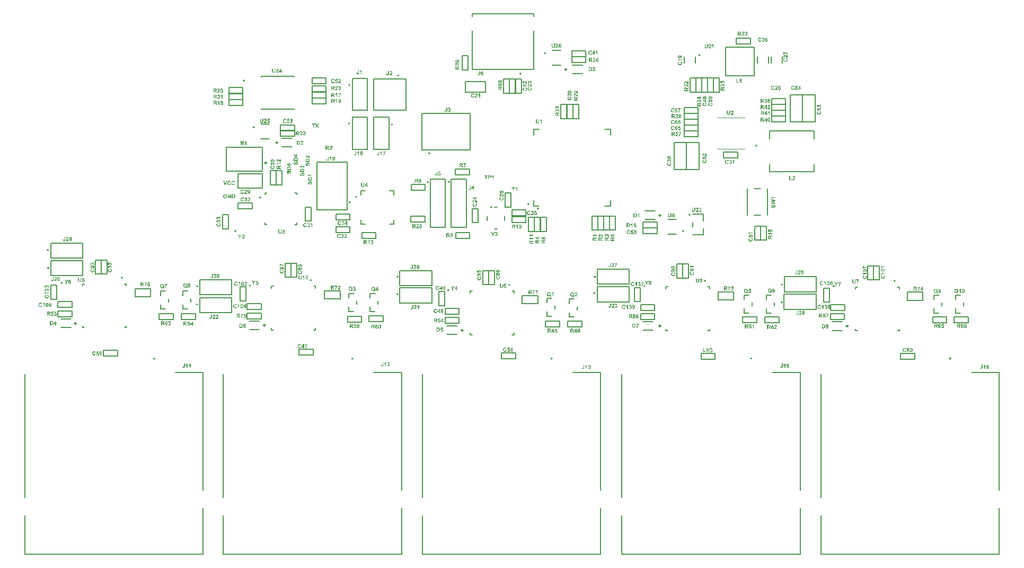
<source format=gto>
G04*
G04 #@! TF.GenerationSoftware,Altium Limited,Altium Designer,23.10.1 (27)*
G04*
G04 Layer_Color=65535*
%FSLAX44Y44*%
%MOMM*%
G71*
G04*
G04 #@! TF.SameCoordinates,71CC738A-04A0-4CD5-BBD9-20E7C06DD327*
G04*
G04*
G04 #@! TF.FilePolarity,Positive*
G04*
G01*
G75*
%ADD10C,0.2000*%
%ADD11C,0.2500*%
%ADD12C,0.2400*%
%ADD13C,0.1270*%
%ADD14C,0.1500*%
%ADD15C,0.1524*%
%ADD16C,0.1020*%
G36*
X1242193Y457262D02*
Y457252D01*
Y457225D01*
Y457188D01*
Y457132D01*
Y457067D01*
X1242183Y456984D01*
X1242174Y456809D01*
X1242156Y456614D01*
X1242128Y456411D01*
X1242091Y456208D01*
X1242045Y456032D01*
Y456023D01*
X1242035Y456004D01*
X1242026Y455976D01*
X1242008Y455939D01*
X1241961Y455838D01*
X1241887Y455708D01*
X1241795Y455570D01*
X1241675Y455422D01*
X1241536Y455274D01*
X1241360Y455135D01*
X1241351D01*
X1241342Y455117D01*
X1241314Y455107D01*
X1241268Y455080D01*
X1241222Y455061D01*
X1241166Y455033D01*
X1241092Y454996D01*
X1241018Y454969D01*
X1240926Y454941D01*
X1240833Y454904D01*
X1240611Y454858D01*
X1240353Y454821D01*
X1240066Y454802D01*
X1239974D01*
X1239909Y454811D01*
X1239826Y454821D01*
X1239742Y454830D01*
X1239641Y454848D01*
X1239530Y454867D01*
X1239289Y454932D01*
X1239169Y454978D01*
X1239049Y455024D01*
X1238929Y455089D01*
X1238818Y455154D01*
X1238707Y455237D01*
X1238605Y455329D01*
X1238596Y455338D01*
X1238587Y455357D01*
X1238559Y455385D01*
X1238522Y455431D01*
X1238485Y455486D01*
X1238448Y455551D01*
X1238402Y455634D01*
X1238356Y455718D01*
X1238300Y455829D01*
X1238254Y455939D01*
X1238217Y456069D01*
X1238180Y456208D01*
X1238143Y456355D01*
X1238115Y456522D01*
X1238106Y456698D01*
X1238097Y456882D01*
X1239326Y457021D01*
Y457012D01*
Y456993D01*
Y456966D01*
X1239336Y456929D01*
Y456836D01*
X1239354Y456716D01*
X1239373Y456587D01*
X1239400Y456457D01*
X1239437Y456346D01*
X1239483Y456245D01*
X1239493Y456226D01*
X1239520Y456189D01*
X1239567Y456134D01*
X1239641Y456078D01*
X1239724Y456013D01*
X1239835Y455958D01*
X1239964Y455921D01*
X1240112Y455902D01*
X1240186D01*
X1240260Y455912D01*
X1240343Y455930D01*
X1240445Y455958D01*
X1240547Y456004D01*
X1240639Y456060D01*
X1240713Y456143D01*
X1240722Y456152D01*
X1240741Y456198D01*
X1240769Y456263D01*
X1240806Y456365D01*
X1240824Y456429D01*
X1240843Y456503D01*
X1240852Y456587D01*
X1240870Y456679D01*
X1240880Y456790D01*
X1240889Y456901D01*
X1240898Y457030D01*
Y457169D01*
Y461320D01*
X1242193D01*
Y457262D01*
D02*
G37*
G36*
X1250310Y461348D02*
X1250384D01*
X1250467Y461339D01*
X1250560Y461320D01*
X1250671Y461293D01*
X1250782Y461265D01*
X1250911Y461219D01*
X1251040Y461172D01*
X1251170Y461108D01*
X1251309Y461034D01*
X1251438Y460951D01*
X1251568Y460849D01*
X1251697Y460729D01*
X1251817Y460599D01*
X1251826Y460590D01*
X1251845Y460562D01*
X1251873Y460516D01*
X1251919Y460451D01*
X1251965Y460368D01*
X1252021Y460266D01*
X1252076Y460146D01*
X1252132Y460008D01*
X1252187Y459841D01*
X1252252Y459656D01*
X1252298Y459453D01*
X1252344Y459231D01*
X1252390Y458981D01*
X1252418Y458713D01*
X1252437Y458427D01*
X1252446Y458112D01*
Y458103D01*
Y458094D01*
Y458066D01*
Y458038D01*
Y457946D01*
X1252437Y457826D01*
X1252427Y457678D01*
X1252409Y457511D01*
X1252390Y457336D01*
X1252363Y457141D01*
X1252326Y456929D01*
X1252289Y456725D01*
X1252233Y456513D01*
X1252169Y456300D01*
X1252094Y456106D01*
X1252002Y455912D01*
X1251910Y455736D01*
X1251789Y455579D01*
X1251780Y455570D01*
X1251762Y455542D01*
X1251725Y455505D01*
X1251669Y455459D01*
X1251605Y455403D01*
X1251531Y455329D01*
X1251438Y455265D01*
X1251336Y455191D01*
X1251225Y455117D01*
X1251096Y455052D01*
X1250957Y454987D01*
X1250809Y454922D01*
X1250643Y454876D01*
X1250477Y454839D01*
X1250301Y454811D01*
X1250107Y454802D01*
X1250033D01*
X1249986Y454811D01*
X1249922D01*
X1249848Y454821D01*
X1249672Y454848D01*
X1249478Y454904D01*
X1249284Y454969D01*
X1249081Y455070D01*
X1248988Y455126D01*
X1248895Y455200D01*
X1248886Y455209D01*
X1248877Y455218D01*
X1248849Y455246D01*
X1248822Y455274D01*
X1248785Y455320D01*
X1248738Y455366D01*
X1248701Y455431D01*
X1248646Y455496D01*
X1248600Y455579D01*
X1248544Y455662D01*
X1248498Y455764D01*
X1248452Y455875D01*
X1248406Y455986D01*
X1248369Y456115D01*
X1248332Y456245D01*
X1248304Y456392D01*
X1249487Y456531D01*
Y456513D01*
X1249497Y456466D01*
X1249506Y456402D01*
X1249533Y456328D01*
X1249561Y456235D01*
X1249598Y456143D01*
X1249644Y456060D01*
X1249709Y455986D01*
X1249718Y455976D01*
X1249746Y455958D01*
X1249783Y455930D01*
X1249839Y455902D01*
X1249913Y455875D01*
X1249986Y455847D01*
X1250088Y455829D01*
X1250190Y455819D01*
X1250208D01*
X1250255Y455829D01*
X1250319Y455838D01*
X1250412Y455865D01*
X1250514Y455902D01*
X1250615Y455967D01*
X1250726Y456050D01*
X1250828Y456161D01*
X1250837Y456180D01*
X1250856Y456198D01*
X1250874Y456235D01*
X1250893Y456272D01*
X1250920Y456328D01*
X1250939Y456392D01*
X1250976Y456476D01*
X1251003Y456568D01*
X1251031Y456670D01*
X1251059Y456790D01*
X1251087Y456919D01*
X1251115Y457067D01*
X1251133Y457234D01*
X1251152Y457419D01*
X1251170Y457613D01*
X1251161Y457604D01*
X1251152Y457594D01*
X1251124Y457567D01*
X1251087Y457530D01*
X1251040Y457493D01*
X1250985Y457446D01*
X1250856Y457345D01*
X1250689Y457243D01*
X1250486Y457160D01*
X1250375Y457123D01*
X1250264Y457104D01*
X1250144Y457086D01*
X1250014Y457077D01*
X1249940D01*
X1249885Y457086D01*
X1249820Y457095D01*
X1249746Y457104D01*
X1249570Y457151D01*
X1249367Y457215D01*
X1249265Y457271D01*
X1249154Y457326D01*
X1249044Y457391D01*
X1248932Y457465D01*
X1248822Y457557D01*
X1248720Y457659D01*
X1248711Y457668D01*
X1248692Y457687D01*
X1248674Y457724D01*
X1248637Y457761D01*
X1248590Y457826D01*
X1248544Y457890D01*
X1248498Y457973D01*
X1248452Y458066D01*
X1248396Y458168D01*
X1248350Y458288D01*
X1248304Y458408D01*
X1248258Y458547D01*
X1248221Y458685D01*
X1248202Y458843D01*
X1248184Y459009D01*
X1248174Y459175D01*
Y459185D01*
Y459222D01*
Y459268D01*
X1248184Y459342D01*
X1248193Y459425D01*
X1248202Y459517D01*
X1248221Y459628D01*
X1248248Y459739D01*
X1248313Y459989D01*
X1248359Y460128D01*
X1248415Y460257D01*
X1248480Y460387D01*
X1248563Y460516D01*
X1248646Y460636D01*
X1248748Y460756D01*
X1248757Y460766D01*
X1248775Y460784D01*
X1248803Y460812D01*
X1248849Y460849D01*
X1248914Y460895D01*
X1248979Y460951D01*
X1249062Y460997D01*
X1249154Y461062D01*
X1249247Y461117D01*
X1249367Y461163D01*
X1249487Y461219D01*
X1249617Y461265D01*
X1249755Y461302D01*
X1249903Y461330D01*
X1250051Y461348D01*
X1250218Y461357D01*
X1250264D01*
X1250310Y461348D01*
D02*
G37*
G36*
X1245558D02*
X1245641Y461339D01*
X1245734Y461330D01*
X1245835Y461311D01*
X1245946Y461293D01*
X1246187Y461228D01*
X1246427Y461135D01*
X1246556Y461080D01*
X1246667Y461015D01*
X1246787Y460932D01*
X1246889Y460840D01*
X1246898Y460830D01*
X1246917Y460821D01*
X1246936Y460784D01*
X1246973Y460747D01*
X1247019Y460701D01*
X1247065Y460636D01*
X1247111Y460571D01*
X1247167Y460488D01*
X1247259Y460303D01*
X1247352Y460091D01*
X1247389Y459971D01*
X1247407Y459841D01*
X1247426Y459702D01*
X1247435Y459564D01*
Y459545D01*
Y459490D01*
X1247426Y459407D01*
X1247416Y459305D01*
X1247398Y459175D01*
X1247370Y459037D01*
X1247333Y458889D01*
X1247278Y458741D01*
X1247268Y458722D01*
X1247250Y458676D01*
X1247213Y458593D01*
X1247157Y458491D01*
X1247093Y458371D01*
X1247009Y458232D01*
X1246908Y458084D01*
X1246787Y457927D01*
X1246778Y457918D01*
X1246741Y457872D01*
X1246686Y457807D01*
X1246603Y457715D01*
X1246492Y457604D01*
X1246353Y457456D01*
X1246187Y457299D01*
X1245983Y457104D01*
X1245974Y457095D01*
X1245955Y457086D01*
X1245928Y457058D01*
X1245891Y457021D01*
X1245789Y456929D01*
X1245669Y456818D01*
X1245549Y456698D01*
X1245428Y456577D01*
X1245318Y456476D01*
X1245281Y456429D01*
X1245244Y456392D01*
X1245234Y456383D01*
X1245216Y456365D01*
X1245188Y456328D01*
X1245151Y456282D01*
X1245068Y456180D01*
X1244994Y456060D01*
X1247435D01*
Y454922D01*
X1243136D01*
Y454932D01*
Y454950D01*
X1243145Y454987D01*
X1243154Y455033D01*
X1243163Y455089D01*
X1243173Y455154D01*
X1243210Y455320D01*
X1243265Y455505D01*
X1243339Y455708D01*
X1243431Y455930D01*
X1243552Y456143D01*
Y456152D01*
X1243570Y456171D01*
X1243589Y456208D01*
X1243626Y456245D01*
X1243662Y456309D01*
X1243718Y456374D01*
X1243783Y456457D01*
X1243857Y456550D01*
X1243940Y456661D01*
X1244042Y456772D01*
X1244153Y456901D01*
X1244282Y457040D01*
X1244421Y457178D01*
X1244578Y457336D01*
X1244744Y457502D01*
X1244929Y457678D01*
X1244938Y457687D01*
X1244966Y457715D01*
X1245003Y457752D01*
X1245059Y457807D01*
X1245133Y457863D01*
X1245207Y457936D01*
X1245373Y458103D01*
X1245539Y458279D01*
X1245706Y458454D01*
X1245780Y458528D01*
X1245854Y458611D01*
X1245909Y458676D01*
X1245946Y458732D01*
X1245955Y458750D01*
X1245983Y458796D01*
X1246029Y458870D01*
X1246076Y458972D01*
X1246122Y459083D01*
X1246168Y459212D01*
X1246196Y459342D01*
X1246205Y459481D01*
Y459490D01*
Y459499D01*
Y459545D01*
X1246196Y459628D01*
X1246177Y459721D01*
X1246150Y459823D01*
X1246113Y459924D01*
X1246057Y460026D01*
X1245983Y460118D01*
X1245974Y460128D01*
X1245946Y460155D01*
X1245891Y460192D01*
X1245826Y460229D01*
X1245734Y460266D01*
X1245632Y460303D01*
X1245512Y460331D01*
X1245373Y460340D01*
X1245308D01*
X1245234Y460331D01*
X1245151Y460313D01*
X1245049Y460285D01*
X1244948Y460239D01*
X1244846Y460183D01*
X1244753Y460109D01*
X1244744Y460100D01*
X1244716Y460063D01*
X1244680Y460008D01*
X1244643Y459924D01*
X1244596Y459823D01*
X1244559Y459684D01*
X1244522Y459527D01*
X1244504Y459342D01*
X1243283Y459462D01*
Y459471D01*
X1243293Y459508D01*
Y459554D01*
X1243311Y459628D01*
X1243320Y459712D01*
X1243348Y459804D01*
X1243376Y459906D01*
X1243404Y460026D01*
X1243496Y460257D01*
X1243607Y460498D01*
X1243681Y460618D01*
X1243764Y460729D01*
X1243857Y460821D01*
X1243958Y460914D01*
X1243968Y460923D01*
X1243986Y460932D01*
X1244014Y460951D01*
X1244060Y460988D01*
X1244116Y461015D01*
X1244190Y461052D01*
X1244264Y461098D01*
X1244356Y461135D01*
X1244458Y461182D01*
X1244569Y461219D01*
X1244809Y461293D01*
X1245096Y461339D01*
X1245244Y461348D01*
X1245401Y461357D01*
X1245493D01*
X1245558Y461348D01*
D02*
G37*
G36*
X1243798Y392882D02*
Y392873D01*
Y392845D01*
Y392808D01*
Y392752D01*
Y392688D01*
X1243789Y392604D01*
X1243780Y392429D01*
X1243761Y392235D01*
X1243733Y392031D01*
X1243696Y391828D01*
X1243650Y391652D01*
Y391643D01*
X1243641Y391624D01*
X1243632Y391597D01*
X1243613Y391560D01*
X1243567Y391458D01*
X1243493Y391329D01*
X1243400Y391190D01*
X1243280Y391042D01*
X1243141Y390894D01*
X1242966Y390755D01*
X1242957D01*
X1242947Y390737D01*
X1242920Y390728D01*
X1242873Y390700D01*
X1242827Y390681D01*
X1242772Y390654D01*
X1242698Y390617D01*
X1242624Y390589D01*
X1242531Y390561D01*
X1242439Y390524D01*
X1242217Y390478D01*
X1241958Y390441D01*
X1241672Y390422D01*
X1241579D01*
X1241514Y390432D01*
X1241431Y390441D01*
X1241348Y390450D01*
X1241246Y390469D01*
X1241135Y390487D01*
X1240895Y390552D01*
X1240775Y390598D01*
X1240655Y390644D01*
X1240534Y390709D01*
X1240423Y390774D01*
X1240312Y390857D01*
X1240211Y390949D01*
X1240201Y390959D01*
X1240192Y390977D01*
X1240164Y391005D01*
X1240127Y391051D01*
X1240090Y391107D01*
X1240053Y391171D01*
X1240007Y391255D01*
X1239961Y391338D01*
X1239906Y391449D01*
X1239859Y391560D01*
X1239822Y391689D01*
X1239785Y391828D01*
X1239748Y391976D01*
X1239721Y392142D01*
X1239711Y392318D01*
X1239702Y392503D01*
X1240932Y392641D01*
Y392632D01*
Y392614D01*
Y392586D01*
X1240941Y392549D01*
Y392457D01*
X1240960Y392336D01*
X1240978Y392207D01*
X1241006Y392077D01*
X1241043Y391967D01*
X1241089Y391865D01*
X1241098Y391846D01*
X1241126Y391809D01*
X1241172Y391754D01*
X1241246Y391698D01*
X1241329Y391634D01*
X1241440Y391578D01*
X1241570Y391541D01*
X1241718Y391523D01*
X1241792D01*
X1241866Y391532D01*
X1241949Y391550D01*
X1242051Y391578D01*
X1242152Y391624D01*
X1242245Y391680D01*
X1242319Y391763D01*
X1242328Y391772D01*
X1242346Y391819D01*
X1242374Y391883D01*
X1242411Y391985D01*
X1242430Y392050D01*
X1242448Y392124D01*
X1242457Y392207D01*
X1242476Y392299D01*
X1242485Y392410D01*
X1242494Y392521D01*
X1242504Y392651D01*
Y392789D01*
Y396941D01*
X1243798D01*
Y392882D01*
D02*
G37*
G36*
X1247163Y396968D02*
X1247247Y396959D01*
X1247339Y396950D01*
X1247441Y396931D01*
X1247552Y396913D01*
X1247792Y396848D01*
X1248033Y396756D01*
X1248162Y396700D01*
X1248273Y396636D01*
X1248393Y396552D01*
X1248495Y396460D01*
X1248504Y396451D01*
X1248522Y396441D01*
X1248541Y396404D01*
X1248578Y396367D01*
X1248624Y396321D01*
X1248670Y396256D01*
X1248717Y396192D01*
X1248772Y396109D01*
X1248865Y395924D01*
X1248957Y395711D01*
X1248994Y395591D01*
X1249013Y395461D01*
X1249031Y395323D01*
X1249040Y395184D01*
Y395165D01*
Y395110D01*
X1249031Y395027D01*
X1249022Y394925D01*
X1249003Y394796D01*
X1248976Y394657D01*
X1248939Y394509D01*
X1248883Y394361D01*
X1248874Y394343D01*
X1248855Y394296D01*
X1248818Y394213D01*
X1248763Y394111D01*
X1248698Y393991D01*
X1248615Y393853D01*
X1248513Y393705D01*
X1248393Y393547D01*
X1248384Y393538D01*
X1248347Y393492D01*
X1248291Y393427D01*
X1248208Y393335D01*
X1248097Y393224D01*
X1247959Y393076D01*
X1247792Y392919D01*
X1247589Y392725D01*
X1247579Y392715D01*
X1247561Y392706D01*
X1247533Y392678D01*
X1247496Y392641D01*
X1247394Y392549D01*
X1247274Y392438D01*
X1247154Y392318D01*
X1247034Y392198D01*
X1246923Y392096D01*
X1246886Y392050D01*
X1246849Y392013D01*
X1246840Y392003D01*
X1246821Y391985D01*
X1246794Y391948D01*
X1246757Y391902D01*
X1246673Y391800D01*
X1246599Y391680D01*
X1249040D01*
Y390543D01*
X1244741D01*
Y390552D01*
Y390570D01*
X1244750Y390607D01*
X1244760Y390654D01*
X1244769Y390709D01*
X1244778Y390774D01*
X1244815Y390940D01*
X1244871Y391125D01*
X1244944Y391329D01*
X1245037Y391550D01*
X1245157Y391763D01*
Y391772D01*
X1245176Y391791D01*
X1245194Y391828D01*
X1245231Y391865D01*
X1245268Y391930D01*
X1245323Y391994D01*
X1245388Y392077D01*
X1245462Y392170D01*
X1245545Y392281D01*
X1245647Y392392D01*
X1245758Y392521D01*
X1245888Y392660D01*
X1246026Y392799D01*
X1246183Y392956D01*
X1246350Y393122D01*
X1246535Y393298D01*
X1246544Y393307D01*
X1246572Y393335D01*
X1246609Y393372D01*
X1246664Y393427D01*
X1246738Y393483D01*
X1246812Y393557D01*
X1246979Y393723D01*
X1247145Y393899D01*
X1247311Y394074D01*
X1247385Y394148D01*
X1247459Y394232D01*
X1247515Y394296D01*
X1247552Y394352D01*
X1247561Y394370D01*
X1247589Y394417D01*
X1247635Y394491D01*
X1247681Y394592D01*
X1247727Y394703D01*
X1247774Y394833D01*
X1247801Y394962D01*
X1247811Y395101D01*
Y395110D01*
Y395119D01*
Y395165D01*
X1247801Y395249D01*
X1247783Y395341D01*
X1247755Y395443D01*
X1247718Y395545D01*
X1247663Y395646D01*
X1247589Y395739D01*
X1247579Y395748D01*
X1247552Y395776D01*
X1247496Y395813D01*
X1247431Y395850D01*
X1247339Y395887D01*
X1247237Y395924D01*
X1247117Y395951D01*
X1246979Y395961D01*
X1246914D01*
X1246840Y395951D01*
X1246757Y395933D01*
X1246655Y395905D01*
X1246553Y395859D01*
X1246451Y395803D01*
X1246359Y395729D01*
X1246350Y395720D01*
X1246322Y395683D01*
X1246285Y395628D01*
X1246248Y395545D01*
X1246202Y395443D01*
X1246165Y395304D01*
X1246128Y395147D01*
X1246109Y394962D01*
X1244889Y395082D01*
Y395092D01*
X1244898Y395128D01*
Y395175D01*
X1244917Y395249D01*
X1244926Y395332D01*
X1244954Y395424D01*
X1244981Y395526D01*
X1245009Y395646D01*
X1245102Y395877D01*
X1245212Y396118D01*
X1245286Y396238D01*
X1245370Y396349D01*
X1245462Y396441D01*
X1245564Y396534D01*
X1245573Y396543D01*
X1245592Y396552D01*
X1245619Y396571D01*
X1245666Y396608D01*
X1245721Y396636D01*
X1245795Y396673D01*
X1245869Y396719D01*
X1245961Y396756D01*
X1246063Y396802D01*
X1246174Y396839D01*
X1246414Y396913D01*
X1246701Y396959D01*
X1246849Y396968D01*
X1247006Y396978D01*
X1247099D01*
X1247163Y396968D01*
D02*
G37*
G36*
X1252082D02*
X1252165Y396959D01*
X1252248Y396950D01*
X1252350Y396941D01*
X1252452Y396922D01*
X1252683Y396867D01*
X1252923Y396783D01*
X1253034Y396728D01*
X1253155Y396663D01*
X1253256Y396589D01*
X1253358Y396506D01*
X1253367Y396497D01*
X1253376Y396488D01*
X1253404Y396460D01*
X1253441Y396423D01*
X1253478Y396377D01*
X1253515Y396321D01*
X1253617Y396182D01*
X1253709Y396007D01*
X1253783Y395813D01*
X1253848Y395582D01*
X1253857Y395452D01*
X1253866Y395323D01*
Y395313D01*
Y395304D01*
Y395249D01*
X1253857Y395165D01*
X1253839Y395055D01*
X1253811Y394934D01*
X1253765Y394805D01*
X1253709Y394666D01*
X1253626Y394528D01*
X1253617Y394509D01*
X1253580Y394472D01*
X1253534Y394407D01*
X1253460Y394333D01*
X1253367Y394241D01*
X1253256Y394158D01*
X1253127Y394074D01*
X1252979Y394001D01*
X1252988D01*
X1253007Y393991D01*
X1253034Y393982D01*
X1253071Y393964D01*
X1253164Y393908D01*
X1253284Y393834D01*
X1253413Y393751D01*
X1253552Y393640D01*
X1253681Y393511D01*
X1253792Y393363D01*
X1253802Y393344D01*
X1253839Y393289D01*
X1253885Y393205D01*
X1253931Y393094D01*
X1253987Y392956D01*
X1254024Y392789D01*
X1254061Y392614D01*
X1254070Y392420D01*
Y392410D01*
Y392383D01*
Y392336D01*
X1254061Y392272D01*
X1254051Y392198D01*
X1254042Y392105D01*
X1254024Y392013D01*
X1253996Y391911D01*
X1253931Y391680D01*
X1253885Y391560D01*
X1253829Y391440D01*
X1253765Y391319D01*
X1253681Y391199D01*
X1253598Y391088D01*
X1253497Y390977D01*
X1253487Y390968D01*
X1253469Y390949D01*
X1253441Y390922D01*
X1253395Y390894D01*
X1253339Y390848D01*
X1253266Y390802D01*
X1253192Y390755D01*
X1253099Y390700D01*
X1252997Y390644D01*
X1252877Y390598D01*
X1252757Y390552D01*
X1252627Y390506D01*
X1252480Y390478D01*
X1252322Y390450D01*
X1252165Y390432D01*
X1251990Y390422D01*
X1251906D01*
X1251842Y390432D01*
X1251768Y390441D01*
X1251684Y390450D01*
X1251592Y390459D01*
X1251481Y390478D01*
X1251250Y390533D01*
X1251010Y390617D01*
X1250889Y390663D01*
X1250769Y390728D01*
X1250649Y390792D01*
X1250538Y390876D01*
X1250529Y390885D01*
X1250510Y390903D01*
X1250473Y390931D01*
X1250427Y390977D01*
X1250381Y391033D01*
X1250325Y391097D01*
X1250261Y391181D01*
X1250196Y391264D01*
X1250131Y391366D01*
X1250067Y391476D01*
X1250011Y391597D01*
X1249965Y391735D01*
X1249919Y391874D01*
X1249882Y392031D01*
X1249863Y392188D01*
X1249854Y392364D01*
Y392373D01*
Y392392D01*
Y392420D01*
Y392457D01*
X1249863Y392558D01*
X1249882Y392678D01*
X1249919Y392826D01*
X1249956Y392993D01*
X1250020Y393159D01*
X1250104Y393326D01*
Y393335D01*
X1250113Y393344D01*
X1250150Y393400D01*
X1250214Y393474D01*
X1250307Y393575D01*
X1250418Y393686D01*
X1250556Y393797D01*
X1250723Y393899D01*
X1250917Y394001D01*
X1250908D01*
X1250899Y394010D01*
X1250843Y394038D01*
X1250760Y394084D01*
X1250658Y394139D01*
X1250538Y394222D01*
X1250427Y394315D01*
X1250316Y394426D01*
X1250224Y394546D01*
X1250214Y394565D01*
X1250187Y394611D01*
X1250159Y394675D01*
X1250122Y394777D01*
X1250076Y394888D01*
X1250048Y395027D01*
X1250020Y395165D01*
X1250011Y395323D01*
Y395332D01*
Y395350D01*
Y395387D01*
X1250020Y395443D01*
X1250030Y395498D01*
X1250039Y395572D01*
X1250076Y395739D01*
X1250131Y395924D01*
X1250224Y396127D01*
X1250279Y396219D01*
X1250344Y396321D01*
X1250427Y396414D01*
X1250510Y396506D01*
X1250519Y396515D01*
X1250538Y396525D01*
X1250566Y396552D01*
X1250603Y396580D01*
X1250658Y396617D01*
X1250714Y396654D01*
X1250788Y396700D01*
X1250880Y396746D01*
X1250973Y396783D01*
X1251074Y396830D01*
X1251194Y396867D01*
X1251324Y396904D01*
X1251463Y396931D01*
X1251610Y396959D01*
X1251768Y396968D01*
X1251934Y396978D01*
X1252027D01*
X1252082Y396968D01*
D02*
G37*
G36*
X944157Y469014D02*
Y469005D01*
Y468977D01*
Y468940D01*
Y468885D01*
Y468820D01*
X944148Y468737D01*
X944139Y468561D01*
X944120Y468367D01*
X944092Y468164D01*
X944055Y467960D01*
X944009Y467785D01*
Y467775D01*
X944000Y467757D01*
X943991Y467729D01*
X943972Y467692D01*
X943926Y467591D01*
X943852Y467461D01*
X943760Y467323D01*
X943640Y467174D01*
X943501Y467027D01*
X943325Y466888D01*
X943316D01*
X943307Y466869D01*
X943279Y466860D01*
X943233Y466832D01*
X943186Y466814D01*
X943131Y466786D01*
X943057Y466749D01*
X942983Y466721D01*
X942891Y466694D01*
X942798Y466657D01*
X942576Y466610D01*
X942317Y466574D01*
X942031Y466555D01*
X941938D01*
X941874Y466564D01*
X941790Y466574D01*
X941707Y466583D01*
X941605Y466601D01*
X941495Y466620D01*
X941254Y466684D01*
X941134Y466731D01*
X941014Y466777D01*
X940893Y466842D01*
X940783Y466906D01*
X940672Y466990D01*
X940570Y467082D01*
X940561Y467091D01*
X940551Y467110D01*
X940524Y467137D01*
X940487Y467184D01*
X940450Y467239D01*
X940413Y467304D01*
X940367Y467387D01*
X940320Y467470D01*
X940265Y467581D01*
X940219Y467692D01*
X940182Y467822D01*
X940145Y467960D01*
X940108Y468108D01*
X940080Y468275D01*
X940071Y468450D01*
X940061Y468635D01*
X941291Y468774D01*
Y468765D01*
Y468746D01*
Y468718D01*
X941300Y468682D01*
Y468589D01*
X941319Y468469D01*
X941337Y468340D01*
X941365Y468210D01*
X941402Y468099D01*
X941448Y467997D01*
X941458Y467979D01*
X941485Y467942D01*
X941532Y467886D01*
X941605Y467831D01*
X941689Y467766D01*
X941800Y467711D01*
X941929Y467674D01*
X942077Y467655D01*
X942151D01*
X942225Y467664D01*
X942308Y467683D01*
X942410Y467711D01*
X942512Y467757D01*
X942604Y467812D01*
X942678Y467896D01*
X942687Y467905D01*
X942706Y467951D01*
X942733Y468016D01*
X942770Y468118D01*
X942789Y468182D01*
X942807Y468256D01*
X942817Y468340D01*
X942835Y468432D01*
X942844Y468543D01*
X942854Y468654D01*
X942863Y468783D01*
Y468922D01*
Y473073D01*
X944157D01*
Y469014D01*
D02*
G37*
G36*
X954429Y472102D02*
X954420Y472093D01*
X954401Y472075D01*
X954374Y472047D01*
X954337Y472010D01*
X954290Y471954D01*
X954235Y471890D01*
X954170Y471816D01*
X954096Y471723D01*
X954022Y471622D01*
X953939Y471511D01*
X953847Y471390D01*
X953754Y471261D01*
X953662Y471113D01*
X953569Y470965D01*
X953467Y470799D01*
X953366Y470623D01*
X953357Y470614D01*
X953338Y470577D01*
X953310Y470531D01*
X953273Y470457D01*
X953236Y470373D01*
X953181Y470263D01*
X953125Y470142D01*
X953061Y470013D01*
X952996Y469865D01*
X952931Y469708D01*
X952857Y469541D01*
X952793Y469366D01*
X952663Y468987D01*
X952543Y468589D01*
Y468580D01*
X952534Y468543D01*
X952515Y468487D01*
X952497Y468404D01*
X952478Y468312D01*
X952460Y468210D01*
X952432Y468081D01*
X952404Y467951D01*
X952377Y467803D01*
X952358Y467655D01*
X952312Y467332D01*
X952284Y466999D01*
X952275Y466675D01*
X951091D01*
Y466694D01*
Y466731D01*
X951101Y466805D01*
Y466906D01*
X951110Y467027D01*
X951128Y467165D01*
X951147Y467332D01*
X951175Y467507D01*
X951202Y467701D01*
X951239Y467914D01*
X951286Y468136D01*
X951332Y468377D01*
X951396Y468617D01*
X951461Y468867D01*
X951544Y469116D01*
X951637Y469375D01*
X951646Y469394D01*
X951665Y469440D01*
X951692Y469514D01*
X951729Y469606D01*
X951785Y469726D01*
X951850Y469874D01*
X951924Y470031D01*
X952007Y470207D01*
X952099Y470392D01*
X952201Y470586D01*
X952312Y470799D01*
X952441Y471002D01*
X952709Y471437D01*
X953015Y471853D01*
X950232D01*
Y472990D01*
X954429D01*
Y472102D01*
D02*
G37*
G36*
X947523Y473101D02*
X947606Y473092D01*
X947698Y473083D01*
X947800Y473064D01*
X947911Y473046D01*
X948151Y472981D01*
X948392Y472888D01*
X948521Y472833D01*
X948632Y472768D01*
X948752Y472685D01*
X948854Y472593D01*
X948863Y472583D01*
X948882Y472574D01*
X948900Y472537D01*
X948937Y472500D01*
X948983Y472454D01*
X949030Y472389D01*
X949076Y472324D01*
X949131Y472241D01*
X949224Y472056D01*
X949316Y471844D01*
X949353Y471723D01*
X949372Y471594D01*
X949390Y471455D01*
X949399Y471317D01*
Y471298D01*
Y471243D01*
X949390Y471159D01*
X949381Y471058D01*
X949362Y470928D01*
X949335Y470790D01*
X949298Y470642D01*
X949242Y470494D01*
X949233Y470475D01*
X949215Y470429D01*
X949178Y470346D01*
X949122Y470244D01*
X949057Y470124D01*
X948974Y469985D01*
X948873Y469837D01*
X948752Y469680D01*
X948743Y469671D01*
X948706Y469625D01*
X948651Y469560D01*
X948567Y469467D01*
X948456Y469356D01*
X948318Y469209D01*
X948151Y469051D01*
X947948Y468857D01*
X947939Y468848D01*
X947920Y468839D01*
X947892Y468811D01*
X947856Y468774D01*
X947754Y468682D01*
X947634Y468571D01*
X947513Y468450D01*
X947393Y468330D01*
X947282Y468228D01*
X947245Y468182D01*
X947208Y468145D01*
X947199Y468136D01*
X947180Y468118D01*
X947153Y468081D01*
X947116Y468034D01*
X947033Y467933D01*
X946959Y467812D01*
X949399D01*
Y466675D01*
X945100D01*
Y466684D01*
Y466703D01*
X945109Y466740D01*
X945119Y466786D01*
X945128Y466842D01*
X945137Y466906D01*
X945174Y467073D01*
X945230Y467258D01*
X945304Y467461D01*
X945396Y467683D01*
X945516Y467896D01*
Y467905D01*
X945535Y467923D01*
X945553Y467960D01*
X945590Y467997D01*
X945627Y468062D01*
X945683Y468127D01*
X945748Y468210D01*
X945821Y468302D01*
X945905Y468413D01*
X946006Y468524D01*
X946117Y468654D01*
X946247Y468792D01*
X946385Y468931D01*
X946543Y469088D01*
X946709Y469255D01*
X946894Y469431D01*
X946903Y469440D01*
X946931Y469467D01*
X946968Y469504D01*
X947023Y469560D01*
X947097Y469615D01*
X947171Y469689D01*
X947338Y469856D01*
X947504Y470031D01*
X947671Y470207D01*
X947745Y470281D01*
X947819Y470364D01*
X947874Y470429D01*
X947911Y470485D01*
X947920Y470503D01*
X947948Y470549D01*
X947994Y470623D01*
X948040Y470725D01*
X948087Y470836D01*
X948133Y470965D01*
X948161Y471095D01*
X948170Y471233D01*
Y471243D01*
Y471252D01*
Y471298D01*
X948161Y471381D01*
X948142Y471474D01*
X948114Y471575D01*
X948077Y471677D01*
X948022Y471779D01*
X947948Y471871D01*
X947939Y471880D01*
X947911Y471908D01*
X947856Y471945D01*
X947791Y471982D01*
X947698Y472019D01*
X947597Y472056D01*
X947476Y472084D01*
X947338Y472093D01*
X947273D01*
X947199Y472084D01*
X947116Y472066D01*
X947014Y472038D01*
X946912Y471992D01*
X946811Y471936D01*
X946718Y471862D01*
X946709Y471853D01*
X946681Y471816D01*
X946644Y471760D01*
X946607Y471677D01*
X946561Y471575D01*
X946524Y471437D01*
X946487Y471280D01*
X946469Y471095D01*
X945248Y471215D01*
Y471224D01*
X945257Y471261D01*
Y471307D01*
X945276Y471381D01*
X945285Y471465D01*
X945313Y471557D01*
X945341Y471659D01*
X945368Y471779D01*
X945461Y472010D01*
X945572Y472250D01*
X945646Y472371D01*
X945729Y472481D01*
X945821Y472574D01*
X945923Y472666D01*
X945932Y472676D01*
X945951Y472685D01*
X945979Y472703D01*
X946025Y472740D01*
X946080Y472768D01*
X946154Y472805D01*
X946228Y472851D01*
X946321Y472888D01*
X946422Y472934D01*
X946533Y472971D01*
X946774Y473046D01*
X947060Y473092D01*
X947208Y473101D01*
X947365Y473110D01*
X947458D01*
X947523Y473101D01*
D02*
G37*
G36*
X317083Y455944D02*
X317147D01*
X317221Y455935D01*
X317388Y455898D01*
X317573Y455852D01*
X317776Y455778D01*
X317979Y455676D01*
X318072Y455611D01*
X318164Y455537D01*
X318174D01*
X318183Y455519D01*
X318211Y455491D01*
X318238Y455463D01*
X318284Y455417D01*
X318321Y455371D01*
X318423Y455241D01*
X318525Y455066D01*
X318627Y454862D01*
X318719Y454631D01*
X318784Y454354D01*
X317600Y454224D01*
Y454243D01*
X317591Y454280D01*
X317573Y454344D01*
X317554Y454428D01*
X317526Y454511D01*
X317480Y454603D01*
X317434Y454687D01*
X317369Y454761D01*
X317360Y454770D01*
X317332Y454788D01*
X317295Y454816D01*
X317240Y454853D01*
X317175Y454881D01*
X317092Y454908D01*
X316990Y454927D01*
X316888Y454936D01*
X316870D01*
X316824Y454927D01*
X316750Y454918D01*
X316657Y454890D01*
X316556Y454853D01*
X316445Y454788D01*
X316334Y454705D01*
X316232Y454585D01*
X316223Y454566D01*
X316204Y454548D01*
X316186Y454511D01*
X316167Y454474D01*
X316140Y454418D01*
X316121Y454354D01*
X316093Y454271D01*
X316056Y454178D01*
X316029Y454076D01*
X316001Y453956D01*
X315973Y453827D01*
X315945Y453679D01*
X315927Y453512D01*
X315908Y453327D01*
X315890Y453133D01*
X315899Y453143D01*
X315908Y453161D01*
X315936Y453180D01*
X315973Y453217D01*
X316019Y453263D01*
X316075Y453309D01*
X316204Y453411D01*
X316371Y453503D01*
X316565Y453596D01*
X316676Y453633D01*
X316787Y453651D01*
X316907Y453670D01*
X317036Y453679D01*
X317110D01*
X317166Y453670D01*
X317230Y453660D01*
X317304Y453651D01*
X317397Y453633D01*
X317489Y453605D01*
X317693Y453531D01*
X317804Y453485D01*
X317915Y453429D01*
X318026Y453364D01*
X318137Y453281D01*
X318248Y453189D01*
X318349Y453087D01*
X318358Y453078D01*
X318377Y453059D01*
X318405Y453032D01*
X318432Y452985D01*
X318479Y452921D01*
X318525Y452856D01*
X318571Y452773D01*
X318627Y452680D01*
X318682Y452579D01*
X318728Y452458D01*
X318775Y452338D01*
X318821Y452200D01*
X318848Y452061D01*
X318876Y451904D01*
X318895Y451746D01*
X318904Y451571D01*
Y451562D01*
Y451525D01*
Y451478D01*
X318895Y451404D01*
X318885Y451321D01*
X318876Y451229D01*
X318858Y451118D01*
X318830Y451007D01*
X318765Y450748D01*
X318719Y450619D01*
X318654Y450489D01*
X318590Y450360D01*
X318516Y450230D01*
X318423Y450101D01*
X318321Y449990D01*
X318312Y449981D01*
X318294Y449962D01*
X318266Y449934D01*
X318220Y449897D01*
X318164Y449851D01*
X318090Y449805D01*
X318016Y449749D01*
X317924Y449694D01*
X317822Y449638D01*
X317711Y449583D01*
X317591Y449537D01*
X317452Y449491D01*
X317314Y449454D01*
X317166Y449426D01*
X317009Y449407D01*
X316842Y449398D01*
X316796D01*
X316750Y449407D01*
X316685D01*
X316602Y449426D01*
X316500Y449435D01*
X316398Y449463D01*
X316278Y449491D01*
X316158Y449528D01*
X316029Y449583D01*
X315890Y449638D01*
X315760Y449712D01*
X315622Y449796D01*
X315492Y449897D01*
X315363Y450018D01*
X315243Y450147D01*
X315233Y450156D01*
X315215Y450184D01*
X315187Y450230D01*
X315150Y450295D01*
X315095Y450378D01*
X315049Y450480D01*
X314993Y450600D01*
X314938Y450739D01*
X314873Y450905D01*
X314817Y451081D01*
X314771Y451284D01*
X314725Y451515D01*
X314679Y451756D01*
X314651Y452024D01*
X314632Y452310D01*
X314623Y452625D01*
Y452634D01*
Y452643D01*
Y452671D01*
Y452699D01*
Y452791D01*
X314632Y452911D01*
X314642Y453059D01*
X314660Y453226D01*
X314679Y453411D01*
X314706Y453605D01*
X314734Y453808D01*
X314780Y454021D01*
X314836Y454234D01*
X314901Y454446D01*
X314975Y454640D01*
X315058Y454835D01*
X315159Y455010D01*
X315270Y455167D01*
X315280Y455177D01*
X315298Y455204D01*
X315335Y455241D01*
X315391Y455288D01*
X315455Y455352D01*
X315529Y455417D01*
X315622Y455491D01*
X315723Y455565D01*
X315844Y455630D01*
X315964Y455704D01*
X316112Y455768D01*
X316260Y455833D01*
X316417Y455879D01*
X316593Y455916D01*
X316768Y455944D01*
X316962Y455953D01*
X317036D01*
X317083Y455944D01*
D02*
G37*
G36*
X308549Y451857D02*
Y451848D01*
Y451820D01*
Y451783D01*
Y451728D01*
Y451663D01*
X308540Y451580D01*
X308530Y451404D01*
X308512Y451210D01*
X308484Y451007D01*
X308447Y450803D01*
X308401Y450628D01*
Y450619D01*
X308392Y450600D01*
X308382Y450572D01*
X308364Y450535D01*
X308318Y450434D01*
X308244Y450304D01*
X308151Y450165D01*
X308031Y450018D01*
X307892Y449870D01*
X307717Y449731D01*
X307708D01*
X307698Y449712D01*
X307671Y449703D01*
X307624Y449675D01*
X307578Y449657D01*
X307523Y449629D01*
X307449Y449592D01*
X307375Y449565D01*
X307282Y449537D01*
X307190Y449500D01*
X306968Y449454D01*
X306709Y449417D01*
X306422Y449398D01*
X306330D01*
X306265Y449407D01*
X306182Y449417D01*
X306099Y449426D01*
X305997Y449444D01*
X305886Y449463D01*
X305646Y449528D01*
X305526Y449574D01*
X305405Y449620D01*
X305285Y449685D01*
X305174Y449749D01*
X305063Y449833D01*
X304962Y449925D01*
X304952Y449934D01*
X304943Y449953D01*
X304915Y449981D01*
X304878Y450027D01*
X304841Y450082D01*
X304804Y450147D01*
X304758Y450230D01*
X304712Y450313D01*
X304657Y450424D01*
X304610Y450535D01*
X304573Y450665D01*
X304536Y450803D01*
X304499Y450951D01*
X304472Y451118D01*
X304462Y451293D01*
X304453Y451478D01*
X305683Y451617D01*
Y451608D01*
Y451589D01*
Y451562D01*
X305692Y451525D01*
Y451432D01*
X305711Y451312D01*
X305729Y451183D01*
X305757Y451053D01*
X305794Y450942D01*
X305840Y450840D01*
X305849Y450822D01*
X305877Y450785D01*
X305923Y450729D01*
X305997Y450674D01*
X306080Y450609D01*
X306191Y450554D01*
X306321Y450517D01*
X306469Y450498D01*
X306543D01*
X306617Y450508D01*
X306700Y450526D01*
X306801Y450554D01*
X306903Y450600D01*
X306996Y450656D01*
X307070Y450739D01*
X307079Y450748D01*
X307097Y450794D01*
X307125Y450859D01*
X307162Y450961D01*
X307181Y451025D01*
X307199Y451099D01*
X307208Y451183D01*
X307227Y451275D01*
X307236Y451386D01*
X307245Y451497D01*
X307255Y451626D01*
Y451765D01*
Y455916D01*
X308549D01*
Y451857D01*
D02*
G37*
G36*
X311914Y455944D02*
X311998Y455935D01*
X312090Y455925D01*
X312192Y455907D01*
X312303Y455888D01*
X312543Y455824D01*
X312783Y455731D01*
X312913Y455676D01*
X313024Y455611D01*
X313144Y455528D01*
X313246Y455435D01*
X313255Y455426D01*
X313273Y455417D01*
X313292Y455380D01*
X313329Y455343D01*
X313375Y455297D01*
X313421Y455232D01*
X313468Y455167D01*
X313523Y455084D01*
X313615Y454899D01*
X313708Y454687D01*
X313745Y454566D01*
X313763Y454437D01*
X313782Y454298D01*
X313791Y454160D01*
Y454141D01*
Y454086D01*
X313782Y454002D01*
X313773Y453901D01*
X313754Y453771D01*
X313726Y453633D01*
X313689Y453485D01*
X313634Y453337D01*
X313625Y453318D01*
X313606Y453272D01*
X313569Y453189D01*
X313514Y453087D01*
X313449Y452967D01*
X313366Y452828D01*
X313264Y452680D01*
X313144Y452523D01*
X313135Y452514D01*
X313098Y452468D01*
X313042Y452403D01*
X312959Y452310D01*
X312848Y452200D01*
X312709Y452052D01*
X312543Y451894D01*
X312340Y451700D01*
X312330Y451691D01*
X312312Y451682D01*
X312284Y451654D01*
X312247Y451617D01*
X312145Y451525D01*
X312025Y451414D01*
X311905Y451293D01*
X311785Y451173D01*
X311674Y451072D01*
X311637Y451025D01*
X311600Y450988D01*
X311591Y450979D01*
X311572Y450961D01*
X311544Y450924D01*
X311507Y450877D01*
X311424Y450776D01*
X311350Y450656D01*
X313791D01*
Y449518D01*
X309492D01*
Y449528D01*
Y449546D01*
X309501Y449583D01*
X309510Y449629D01*
X309520Y449685D01*
X309529Y449749D01*
X309566Y449916D01*
X309621Y450101D01*
X309695Y450304D01*
X309788Y450526D01*
X309908Y450739D01*
Y450748D01*
X309926Y450766D01*
X309945Y450803D01*
X309982Y450840D01*
X310019Y450905D01*
X310074Y450970D01*
X310139Y451053D01*
X310213Y451146D01*
X310296Y451256D01*
X310398Y451367D01*
X310509Y451497D01*
X310638Y451636D01*
X310777Y451774D01*
X310934Y451931D01*
X311101Y452098D01*
X311286Y452273D01*
X311295Y452283D01*
X311323Y452310D01*
X311360Y452347D01*
X311415Y452403D01*
X311489Y452458D01*
X311563Y452532D01*
X311729Y452699D01*
X311896Y452874D01*
X312062Y453050D01*
X312136Y453124D01*
X312210Y453207D01*
X312266Y453272D01*
X312303Y453327D01*
X312312Y453346D01*
X312340Y453392D01*
X312386Y453466D01*
X312432Y453568D01*
X312478Y453679D01*
X312525Y453808D01*
X312552Y453938D01*
X312561Y454076D01*
Y454086D01*
Y454095D01*
Y454141D01*
X312552Y454224D01*
X312534Y454317D01*
X312506Y454418D01*
X312469Y454520D01*
X312414Y454622D01*
X312340Y454714D01*
X312330Y454724D01*
X312303Y454751D01*
X312247Y454788D01*
X312182Y454825D01*
X312090Y454862D01*
X311988Y454899D01*
X311868Y454927D01*
X311729Y454936D01*
X311665D01*
X311591Y454927D01*
X311507Y454908D01*
X311406Y454881D01*
X311304Y454835D01*
X311202Y454779D01*
X311110Y454705D01*
X311101Y454696D01*
X311073Y454659D01*
X311036Y454603D01*
X310999Y454520D01*
X310953Y454418D01*
X310916Y454280D01*
X310879Y454123D01*
X310860Y453938D01*
X309640Y454058D01*
Y454067D01*
X309649Y454104D01*
Y454150D01*
X309668Y454224D01*
X309677Y454308D01*
X309705Y454400D01*
X309732Y454502D01*
X309760Y454622D01*
X309853Y454853D01*
X309963Y455093D01*
X310037Y455214D01*
X310121Y455325D01*
X310213Y455417D01*
X310315Y455509D01*
X310324Y455519D01*
X310343Y455528D01*
X310370Y455546D01*
X310417Y455583D01*
X310472Y455611D01*
X310546Y455648D01*
X310620Y455694D01*
X310712Y455731D01*
X310814Y455778D01*
X310925Y455815D01*
X311165Y455888D01*
X311452Y455935D01*
X311600Y455944D01*
X311757Y455953D01*
X311850D01*
X311914Y455944D01*
D02*
G37*
G36*
X627827Y466230D02*
Y466221D01*
Y466193D01*
Y466156D01*
Y466101D01*
Y466036D01*
X627818Y465953D01*
X627808Y465777D01*
X627790Y465583D01*
X627762Y465380D01*
X627725Y465176D01*
X627679Y465001D01*
Y464991D01*
X627670Y464973D01*
X627660Y464945D01*
X627642Y464908D01*
X627596Y464807D01*
X627522Y464677D01*
X627429Y464538D01*
X627309Y464390D01*
X627170Y464243D01*
X626995Y464104D01*
X626986D01*
X626976Y464085D01*
X626949Y464076D01*
X626902Y464048D01*
X626856Y464030D01*
X626801Y464002D01*
X626727Y463965D01*
X626653Y463937D01*
X626560Y463910D01*
X626468Y463873D01*
X626246Y463826D01*
X625987Y463789D01*
X625700Y463771D01*
X625608D01*
X625543Y463780D01*
X625460Y463789D01*
X625377Y463799D01*
X625275Y463817D01*
X625164Y463836D01*
X624924Y463900D01*
X624804Y463947D01*
X624683Y463993D01*
X624563Y464058D01*
X624452Y464122D01*
X624341Y464206D01*
X624240Y464298D01*
X624230Y464307D01*
X624221Y464326D01*
X624193Y464353D01*
X624156Y464400D01*
X624119Y464455D01*
X624082Y464520D01*
X624036Y464603D01*
X623990Y464686D01*
X623934Y464797D01*
X623888Y464908D01*
X623851Y465038D01*
X623814Y465176D01*
X623777Y465324D01*
X623750Y465491D01*
X623740Y465666D01*
X623731Y465851D01*
X624961Y465990D01*
Y465981D01*
Y465962D01*
Y465934D01*
X624970Y465897D01*
Y465805D01*
X624988Y465685D01*
X625007Y465555D01*
X625035Y465426D01*
X625072Y465315D01*
X625118Y465213D01*
X625127Y465195D01*
X625155Y465158D01*
X625201Y465102D01*
X625275Y465047D01*
X625358Y464982D01*
X625469Y464927D01*
X625599Y464890D01*
X625747Y464871D01*
X625821D01*
X625895Y464880D01*
X625978Y464899D01*
X626079Y464927D01*
X626181Y464973D01*
X626274Y465028D01*
X626348Y465112D01*
X626357Y465121D01*
X626375Y465167D01*
X626403Y465232D01*
X626440Y465334D01*
X626459Y465398D01*
X626477Y465472D01*
X626486Y465555D01*
X626505Y465648D01*
X626514Y465759D01*
X626523Y465870D01*
X626533Y465999D01*
Y466138D01*
Y470289D01*
X627827D01*
Y466230D01*
D02*
G37*
G36*
X637942Y469059D02*
X635621D01*
X635427Y467968D01*
X635436D01*
X635445Y467978D01*
X635501Y468005D01*
X635584Y468033D01*
X635686Y468079D01*
X635815Y468116D01*
X635954Y468144D01*
X636111Y468172D01*
X636268Y468181D01*
X636351D01*
X636407Y468172D01*
X636471Y468163D01*
X636555Y468153D01*
X636647Y468135D01*
X636749Y468107D01*
X636962Y468033D01*
X637082Y467987D01*
X637193Y467932D01*
X637313Y467858D01*
X637433Y467774D01*
X637544Y467682D01*
X637655Y467580D01*
X637664Y467571D01*
X637683Y467552D01*
X637710Y467515D01*
X637747Y467469D01*
X637784Y467414D01*
X637840Y467340D01*
X637886Y467257D01*
X637942Y467164D01*
X637997Y467062D01*
X638043Y466942D01*
X638099Y466813D01*
X638136Y466683D01*
X638173Y466535D01*
X638200Y466378D01*
X638219Y466212D01*
X638228Y466036D01*
Y466027D01*
Y465999D01*
Y465962D01*
X638219Y465907D01*
Y465833D01*
X638200Y465750D01*
X638191Y465657D01*
X638173Y465565D01*
X638117Y465343D01*
X638034Y465102D01*
X637979Y464973D01*
X637923Y464853D01*
X637849Y464733D01*
X637766Y464612D01*
X637757Y464603D01*
X637738Y464575D01*
X637701Y464538D01*
X637655Y464483D01*
X637590Y464418D01*
X637507Y464344D01*
X637415Y464270D01*
X637313Y464196D01*
X637193Y464113D01*
X637063Y464039D01*
X636925Y463965D01*
X636767Y463900D01*
X636601Y463845D01*
X636425Y463808D01*
X636231Y463780D01*
X636028Y463771D01*
X635945D01*
X635880Y463780D01*
X635806Y463789D01*
X635713Y463799D01*
X635621Y463808D01*
X635510Y463826D01*
X635288Y463882D01*
X635038Y463974D01*
X634918Y464021D01*
X634798Y464085D01*
X634687Y464159D01*
X634576Y464243D01*
X634567Y464252D01*
X634548Y464261D01*
X634521Y464289D01*
X634484Y464326D01*
X634447Y464381D01*
X634391Y464437D01*
X634345Y464501D01*
X634290Y464575D01*
X634225Y464668D01*
X634169Y464760D01*
X634068Y464982D01*
X633975Y465232D01*
X633947Y465370D01*
X633920Y465518D01*
X635140Y465648D01*
Y465629D01*
X635149Y465583D01*
X635168Y465500D01*
X635196Y465407D01*
X635233Y465306D01*
X635288Y465195D01*
X635362Y465093D01*
X635445Y464991D01*
X635454Y464982D01*
X635491Y464954D01*
X635547Y464917D01*
X635621Y464871D01*
X635704Y464825D01*
X635806Y464788D01*
X635926Y464760D01*
X636046Y464751D01*
X636065D01*
X636111Y464760D01*
X636185Y464770D01*
X636277Y464788D01*
X636379Y464825D01*
X636490Y464880D01*
X636601Y464964D01*
X636703Y465065D01*
X636712Y465084D01*
X636749Y465121D01*
X636786Y465195D01*
X636841Y465306D01*
X636888Y465435D01*
X636934Y465592D01*
X636962Y465787D01*
X636971Y466008D01*
Y466018D01*
Y466036D01*
Y466064D01*
Y466110D01*
X636962Y466212D01*
X636934Y466341D01*
X636906Y466489D01*
X636860Y466637D01*
X636795Y466776D01*
X636703Y466896D01*
X636693Y466905D01*
X636656Y466942D01*
X636592Y466988D01*
X636518Y467053D01*
X636416Y467109D01*
X636296Y467155D01*
X636157Y467192D01*
X636009Y467201D01*
X635954D01*
X635917Y467192D01*
X635824Y467173D01*
X635695Y467146D01*
X635547Y467090D01*
X635390Y467007D01*
X635307Y466951D01*
X635223Y466887D01*
X635140Y466813D01*
X635057Y466730D01*
X634068Y466868D01*
X634696Y470206D01*
X637942D01*
Y469059D01*
D02*
G37*
G36*
X631192Y470317D02*
X631275Y470308D01*
X631368Y470298D01*
X631470Y470280D01*
X631581Y470261D01*
X631821Y470197D01*
X632061Y470104D01*
X632191Y470049D01*
X632302Y469984D01*
X632422Y469901D01*
X632524Y469808D01*
X632533Y469799D01*
X632551Y469790D01*
X632570Y469753D01*
X632607Y469716D01*
X632653Y469670D01*
X632699Y469605D01*
X632746Y469540D01*
X632801Y469457D01*
X632893Y469272D01*
X632986Y469059D01*
X633023Y468939D01*
X633041Y468810D01*
X633060Y468671D01*
X633069Y468532D01*
Y468514D01*
Y468459D01*
X633060Y468375D01*
X633051Y468274D01*
X633032Y468144D01*
X633004Y468005D01*
X632967Y467858D01*
X632912Y467710D01*
X632903Y467691D01*
X632884Y467645D01*
X632847Y467562D01*
X632792Y467460D01*
X632727Y467340D01*
X632644Y467201D01*
X632542Y467053D01*
X632422Y466896D01*
X632413Y466887D01*
X632376Y466841D01*
X632320Y466776D01*
X632237Y466683D01*
X632126Y466572D01*
X631987Y466424D01*
X631821Y466267D01*
X631618Y466073D01*
X631608Y466064D01*
X631590Y466055D01*
X631562Y466027D01*
X631525Y465990D01*
X631423Y465897D01*
X631303Y465787D01*
X631183Y465666D01*
X631063Y465546D01*
X630952Y465444D01*
X630915Y465398D01*
X630878Y465361D01*
X630869Y465352D01*
X630850Y465334D01*
X630822Y465297D01*
X630785Y465250D01*
X630702Y465149D01*
X630628Y465028D01*
X633069D01*
Y463891D01*
X628770D01*
Y463900D01*
Y463919D01*
X628779Y463956D01*
X628788Y464002D01*
X628798Y464058D01*
X628807Y464122D01*
X628844Y464289D01*
X628899Y464474D01*
X628973Y464677D01*
X629066Y464899D01*
X629186Y465112D01*
Y465121D01*
X629204Y465139D01*
X629223Y465176D01*
X629260Y465213D01*
X629297Y465278D01*
X629352Y465343D01*
X629417Y465426D01*
X629491Y465518D01*
X629574Y465629D01*
X629676Y465740D01*
X629787Y465870D01*
X629916Y466008D01*
X630055Y466147D01*
X630212Y466304D01*
X630379Y466471D01*
X630564Y466646D01*
X630573Y466656D01*
X630601Y466683D01*
X630638Y466720D01*
X630693Y466776D01*
X630767Y466831D01*
X630841Y466905D01*
X631007Y467072D01*
X631174Y467247D01*
X631340Y467423D01*
X631414Y467497D01*
X631488Y467580D01*
X631544Y467645D01*
X631581Y467700D01*
X631590Y467719D01*
X631618Y467765D01*
X631664Y467839D01*
X631710Y467941D01*
X631756Y468052D01*
X631802Y468181D01*
X631830Y468311D01*
X631839Y468449D01*
Y468459D01*
Y468468D01*
Y468514D01*
X631830Y468597D01*
X631812Y468690D01*
X631784Y468791D01*
X631747Y468893D01*
X631692Y468995D01*
X631618Y469087D01*
X631608Y469096D01*
X631581Y469124D01*
X631525Y469161D01*
X631460Y469198D01*
X631368Y469235D01*
X631266Y469272D01*
X631146Y469300D01*
X631007Y469309D01*
X630943D01*
X630869Y469300D01*
X630785Y469281D01*
X630684Y469254D01*
X630582Y469207D01*
X630480Y469152D01*
X630388Y469078D01*
X630379Y469069D01*
X630351Y469032D01*
X630314Y468976D01*
X630277Y468893D01*
X630231Y468791D01*
X630194Y468653D01*
X630157Y468495D01*
X630138Y468311D01*
X628918Y468431D01*
Y468440D01*
X628927Y468477D01*
Y468523D01*
X628946Y468597D01*
X628955Y468680D01*
X628983Y468773D01*
X629010Y468875D01*
X629038Y468995D01*
X629131Y469226D01*
X629241Y469466D01*
X629315Y469586D01*
X629399Y469697D01*
X629491Y469790D01*
X629593Y469882D01*
X629602Y469892D01*
X629621Y469901D01*
X629648Y469919D01*
X629694Y469956D01*
X629750Y469984D01*
X629824Y470021D01*
X629898Y470067D01*
X629990Y470104D01*
X630092Y470150D01*
X630203Y470187D01*
X630443Y470261D01*
X630730Y470308D01*
X630878Y470317D01*
X631035Y470326D01*
X631128D01*
X631192Y470317D01*
D02*
G37*
G36*
X72761Y510992D02*
Y510983D01*
Y510955D01*
Y510918D01*
Y510862D01*
Y510798D01*
X72752Y510714D01*
X72742Y510539D01*
X72724Y510345D01*
X72696Y510141D01*
X72659Y509938D01*
X72613Y509762D01*
Y509753D01*
X72604Y509734D01*
X72594Y509707D01*
X72576Y509670D01*
X72530Y509568D01*
X72456Y509439D01*
X72363Y509300D01*
X72243Y509152D01*
X72105Y509004D01*
X71929Y508865D01*
X71919D01*
X71910Y508847D01*
X71883Y508838D01*
X71836Y508810D01*
X71790Y508791D01*
X71735Y508764D01*
X71661Y508727D01*
X71587Y508699D01*
X71494Y508671D01*
X71402Y508634D01*
X71180Y508588D01*
X70921Y508551D01*
X70634Y508532D01*
X70542D01*
X70477Y508542D01*
X70394Y508551D01*
X70311Y508560D01*
X70209Y508579D01*
X70098Y508597D01*
X69858Y508662D01*
X69738Y508708D01*
X69617Y508754D01*
X69497Y508819D01*
X69386Y508884D01*
X69275Y508967D01*
X69174Y509059D01*
X69164Y509069D01*
X69155Y509087D01*
X69127Y509115D01*
X69090Y509161D01*
X69053Y509217D01*
X69016Y509281D01*
X68970Y509365D01*
X68924Y509448D01*
X68868Y509559D01*
X68822Y509670D01*
X68785Y509799D01*
X68748Y509938D01*
X68711Y510086D01*
X68684Y510252D01*
X68674Y510428D01*
X68665Y510613D01*
X69895Y510751D01*
Y510742D01*
Y510724D01*
Y510696D01*
X69904Y510659D01*
Y510566D01*
X69922Y510446D01*
X69941Y510317D01*
X69969Y510187D01*
X70006Y510076D01*
X70052Y509975D01*
X70061Y509956D01*
X70089Y509919D01*
X70135Y509864D01*
X70209Y509808D01*
X70292Y509744D01*
X70403Y509688D01*
X70533Y509651D01*
X70681Y509633D01*
X70755D01*
X70829Y509642D01*
X70912Y509660D01*
X71013Y509688D01*
X71115Y509734D01*
X71208Y509790D01*
X71282Y509873D01*
X71291Y509882D01*
X71309Y509929D01*
X71337Y509993D01*
X71374Y510095D01*
X71392Y510160D01*
X71411Y510234D01*
X71420Y510317D01*
X71439Y510409D01*
X71448Y510520D01*
X71457Y510631D01*
X71466Y510761D01*
Y510899D01*
Y515051D01*
X72761D01*
Y510992D01*
D02*
G37*
G36*
X82432Y511010D02*
X83227D01*
Y509938D01*
X82432D01*
Y508653D01*
X81248D01*
Y509938D01*
X78623D01*
Y511001D01*
X81396Y515078D01*
X82432D01*
Y511010D01*
D02*
G37*
G36*
X76126Y515078D02*
X76210Y515069D01*
X76302Y515060D01*
X76404Y515041D01*
X76515Y515023D01*
X76755Y514958D01*
X76995Y514866D01*
X77125Y514810D01*
X77236Y514745D01*
X77356Y514662D01*
X77458Y514570D01*
X77467Y514561D01*
X77485Y514551D01*
X77504Y514514D01*
X77541Y514477D01*
X77587Y514431D01*
X77633Y514366D01*
X77680Y514302D01*
X77735Y514218D01*
X77828Y514034D01*
X77920Y513821D01*
X77957Y513701D01*
X77975Y513571D01*
X77994Y513433D01*
X78003Y513294D01*
Y513275D01*
Y513220D01*
X77994Y513137D01*
X77985Y513035D01*
X77966Y512906D01*
X77938Y512767D01*
X77901Y512619D01*
X77846Y512471D01*
X77837Y512453D01*
X77818Y512406D01*
X77781Y512323D01*
X77726Y512221D01*
X77661Y512101D01*
X77578Y511963D01*
X77476Y511815D01*
X77356Y511657D01*
X77347Y511648D01*
X77310Y511602D01*
X77254Y511537D01*
X77171Y511445D01*
X77060Y511334D01*
X76921Y511186D01*
X76755Y511029D01*
X76552Y510835D01*
X76542Y510825D01*
X76524Y510816D01*
X76496Y510788D01*
X76459Y510751D01*
X76357Y510659D01*
X76237Y510548D01*
X76117Y510428D01*
X75997Y510308D01*
X75886Y510206D01*
X75849Y510160D01*
X75812Y510123D01*
X75803Y510113D01*
X75784Y510095D01*
X75757Y510058D01*
X75719Y510012D01*
X75636Y509910D01*
X75562Y509790D01*
X78003D01*
Y508653D01*
X73704D01*
Y508662D01*
Y508680D01*
X73713Y508717D01*
X73722Y508764D01*
X73732Y508819D01*
X73741Y508884D01*
X73778Y509050D01*
X73833Y509235D01*
X73907Y509439D01*
X74000Y509660D01*
X74120Y509873D01*
Y509882D01*
X74138Y509901D01*
X74157Y509938D01*
X74194Y509975D01*
X74231Y510039D01*
X74286Y510104D01*
X74351Y510187D01*
X74425Y510280D01*
X74508Y510391D01*
X74610Y510502D01*
X74721Y510631D01*
X74850Y510770D01*
X74989Y510909D01*
X75146Y511066D01*
X75313Y511232D01*
X75498Y511408D01*
X75507Y511417D01*
X75535Y511445D01*
X75572Y511482D01*
X75627Y511537D01*
X75701Y511593D01*
X75775Y511667D01*
X75941Y511833D01*
X76108Y512009D01*
X76274Y512184D01*
X76348Y512258D01*
X76422Y512342D01*
X76478Y512406D01*
X76515Y512462D01*
X76524Y512480D01*
X76552Y512527D01*
X76598Y512601D01*
X76644Y512702D01*
X76690Y512813D01*
X76736Y512943D01*
X76764Y513072D01*
X76774Y513211D01*
Y513220D01*
Y513229D01*
Y513275D01*
X76764Y513359D01*
X76746Y513451D01*
X76718Y513553D01*
X76681Y513655D01*
X76626Y513756D01*
X76552Y513849D01*
X76542Y513858D01*
X76515Y513886D01*
X76459Y513923D01*
X76394Y513960D01*
X76302Y513997D01*
X76200Y514034D01*
X76080Y514061D01*
X75941Y514071D01*
X75877D01*
X75803Y514061D01*
X75719Y514043D01*
X75618Y514015D01*
X75516Y513969D01*
X75414Y513913D01*
X75322Y513839D01*
X75313Y513830D01*
X75285Y513793D01*
X75248Y513738D01*
X75211Y513655D01*
X75165Y513553D01*
X75128Y513414D01*
X75091Y513257D01*
X75072Y513072D01*
X73852Y513192D01*
Y513201D01*
X73861Y513238D01*
Y513285D01*
X73880Y513359D01*
X73889Y513442D01*
X73917Y513534D01*
X73944Y513636D01*
X73972Y513756D01*
X74064Y513987D01*
X74176Y514228D01*
X74249Y514348D01*
X74333Y514459D01*
X74425Y514551D01*
X74527Y514644D01*
X74536Y514653D01*
X74555Y514662D01*
X74582Y514681D01*
X74629Y514718D01*
X74684Y514745D01*
X74758Y514782D01*
X74832Y514829D01*
X74924Y514866D01*
X75026Y514912D01*
X75137Y514949D01*
X75377Y515023D01*
X75664Y515069D01*
X75812Y515078D01*
X75969Y515088D01*
X76062D01*
X76126Y515078D01*
D02*
G37*
G36*
X944350Y404182D02*
Y404172D01*
Y404145D01*
Y404108D01*
Y404052D01*
Y403987D01*
X944340Y403904D01*
X944331Y403728D01*
X944313Y403534D01*
X944285Y403331D01*
X944248Y403128D01*
X944202Y402952D01*
Y402943D01*
X944192Y402924D01*
X944183Y402896D01*
X944165Y402859D01*
X944118Y402758D01*
X944044Y402628D01*
X943952Y402490D01*
X943832Y402342D01*
X943693Y402194D01*
X943518Y402055D01*
X943508D01*
X943499Y402037D01*
X943471Y402027D01*
X943425Y402000D01*
X943379Y401981D01*
X943323Y401953D01*
X943249Y401916D01*
X943175Y401889D01*
X943083Y401861D01*
X942990Y401824D01*
X942769Y401778D01*
X942510Y401741D01*
X942223Y401722D01*
X942131D01*
X942066Y401731D01*
X941983Y401741D01*
X941899Y401750D01*
X941798Y401768D01*
X941687Y401787D01*
X941447Y401852D01*
X941326Y401898D01*
X941206Y401944D01*
X941086Y402009D01*
X940975Y402074D01*
X940864Y402157D01*
X940762Y402249D01*
X940753Y402258D01*
X940744Y402277D01*
X940716Y402305D01*
X940679Y402351D01*
X940642Y402406D01*
X940605Y402471D01*
X940559Y402554D01*
X940513Y402637D01*
X940457Y402748D01*
X940411Y402859D01*
X940374Y402989D01*
X940337Y403128D01*
X940300Y403275D01*
X940272Y403442D01*
X940263Y403618D01*
X940254Y403802D01*
X941484Y403941D01*
Y403932D01*
Y403913D01*
Y403886D01*
X941493Y403849D01*
Y403756D01*
X941511Y403636D01*
X941530Y403507D01*
X941557Y403377D01*
X941594Y403266D01*
X941641Y403164D01*
X941650Y403146D01*
X941678Y403109D01*
X941724Y403054D01*
X941798Y402998D01*
X941881Y402933D01*
X941992Y402878D01*
X942121Y402841D01*
X942269Y402822D01*
X942343D01*
X942417Y402832D01*
X942501Y402850D01*
X942602Y402878D01*
X942704Y402924D01*
X942796Y402980D01*
X942870Y403063D01*
X942879Y403072D01*
X942898Y403118D01*
X942926Y403183D01*
X942963Y403285D01*
X942981Y403349D01*
X943000Y403423D01*
X943009Y403507D01*
X943027Y403599D01*
X943037Y403710D01*
X943046Y403821D01*
X943055Y403950D01*
Y404089D01*
Y408240D01*
X944350D01*
Y404182D01*
D02*
G37*
G36*
X952587Y408268D02*
X952671Y408259D01*
X952754Y408250D01*
X952856Y408231D01*
X952957Y408203D01*
X953188Y408139D01*
X953309Y408092D01*
X953438Y408028D01*
X953558Y407963D01*
X953669Y407889D01*
X953789Y407797D01*
X953891Y407695D01*
X953900Y407686D01*
X953910Y407676D01*
X953937Y407649D01*
X953965Y407612D01*
X954039Y407519D01*
X954122Y407390D01*
X954205Y407233D01*
X954270Y407048D01*
X954326Y406844D01*
X954335Y406743D01*
X954344Y406632D01*
Y406622D01*
Y406595D01*
X954335Y406548D01*
X954326Y406493D01*
X954316Y406419D01*
X954298Y406336D01*
X954270Y406243D01*
X954233Y406142D01*
X954178Y406040D01*
X954122Y405929D01*
X954048Y405818D01*
X953956Y405707D01*
X953845Y405596D01*
X953725Y405485D01*
X953586Y405383D01*
X953419Y405282D01*
X953429D01*
X953447Y405272D01*
X953475D01*
X953512Y405254D01*
X953614Y405226D01*
X953734Y405171D01*
X953873Y405097D01*
X954020Y405004D01*
X954168Y404884D01*
X954298Y404745D01*
X954316Y404727D01*
X954353Y404672D01*
X954400Y404588D01*
X954464Y404468D01*
X954529Y404329D01*
X954575Y404154D01*
X954612Y403969D01*
X954631Y403756D01*
Y403747D01*
Y403719D01*
Y403673D01*
X954622Y403618D01*
X954612Y403544D01*
X954594Y403460D01*
X954575Y403359D01*
X954557Y403257D01*
X954483Y403035D01*
X954427Y402915D01*
X954372Y402785D01*
X954298Y402665D01*
X954215Y402545D01*
X954122Y402425D01*
X954011Y402314D01*
X954002Y402305D01*
X953984Y402286D01*
X953947Y402258D01*
X953900Y402221D01*
X953836Y402175D01*
X953771Y402129D01*
X953678Y402074D01*
X953586Y402018D01*
X953484Y401963D01*
X953364Y401907D01*
X953235Y401861D01*
X953105Y401815D01*
X952957Y401778D01*
X952809Y401750D01*
X952643Y401731D01*
X952477Y401722D01*
X952393D01*
X952328Y401731D01*
X952255Y401741D01*
X952171Y401750D01*
X952079Y401768D01*
X951968Y401787D01*
X951746Y401842D01*
X951506Y401935D01*
X951376Y401990D01*
X951265Y402055D01*
X951145Y402138D01*
X951034Y402221D01*
X951025Y402231D01*
X951006Y402249D01*
X950979Y402277D01*
X950942Y402314D01*
X950895Y402360D01*
X950849Y402425D01*
X950794Y402490D01*
X950738Y402573D01*
X950683Y402665D01*
X950618Y402758D01*
X950516Y402980D01*
X950433Y403238D01*
X950396Y403377D01*
X950378Y403525D01*
X951561Y403673D01*
Y403664D01*
Y403655D01*
X951570Y403599D01*
X951589Y403516D01*
X951617Y403414D01*
X951663Y403303D01*
X951709Y403183D01*
X951783Y403072D01*
X951866Y402970D01*
X951876Y402961D01*
X951913Y402933D01*
X951968Y402896D01*
X952033Y402859D01*
X952125Y402813D01*
X952227Y402776D01*
X952338Y402748D01*
X952467Y402739D01*
X952486D01*
X952532Y402748D01*
X952597Y402758D01*
X952689Y402776D01*
X952791Y402813D01*
X952893Y402859D01*
X953003Y402933D01*
X953105Y403026D01*
X953114Y403035D01*
X953151Y403081D01*
X953188Y403146D01*
X953244Y403229D01*
X953290Y403340D01*
X953336Y403479D01*
X953364Y403636D01*
X953373Y403812D01*
Y403821D01*
Y403830D01*
Y403886D01*
X953364Y403969D01*
X953346Y404080D01*
X953309Y404200D01*
X953262Y404320D01*
X953198Y404440D01*
X953114Y404551D01*
X953105Y404561D01*
X953068Y404598D01*
X953013Y404644D01*
X952948Y404690D01*
X952856Y404745D01*
X952754Y404782D01*
X952643Y404819D01*
X952514Y404829D01*
X952421D01*
X952356Y404819D01*
X952273Y404810D01*
X952171Y404792D01*
X952070Y404764D01*
X951949Y404736D01*
X952079Y405726D01*
X952162D01*
X952255Y405735D01*
X952365Y405744D01*
X952486Y405772D01*
X952615Y405809D01*
X952735Y405864D01*
X952846Y405938D01*
X952856Y405947D01*
X952893Y405984D01*
X952930Y406031D01*
X952985Y406105D01*
X953031Y406188D01*
X953077Y406289D01*
X953105Y406410D01*
X953114Y406548D01*
Y406567D01*
Y406604D01*
X953105Y406659D01*
X953087Y406733D01*
X953068Y406816D01*
X953031Y406900D01*
X952985Y406992D01*
X952920Y407066D01*
X952911Y407075D01*
X952883Y407094D01*
X952846Y407131D01*
X952782Y407168D01*
X952708Y407196D01*
X952624Y407233D01*
X952514Y407251D01*
X952402Y407260D01*
X952347D01*
X952292Y407251D01*
X952218Y407233D01*
X952134Y407205D01*
X952042Y407168D01*
X951949Y407112D01*
X951866Y407038D01*
X951857Y407029D01*
X951829Y407001D01*
X951792Y406946D01*
X951746Y406872D01*
X951700Y406789D01*
X951663Y406678D01*
X951626Y406548D01*
X951598Y406400D01*
X950470Y406585D01*
Y406595D01*
X950479Y406613D01*
Y406641D01*
X950489Y406687D01*
X950516Y406789D01*
X950553Y406927D01*
X950609Y407075D01*
X950664Y407233D01*
X950738Y407380D01*
X950822Y407519D01*
X950831Y407538D01*
X950868Y407575D01*
X950923Y407639D01*
X950997Y407723D01*
X951090Y407806D01*
X951201Y407898D01*
X951339Y407991D01*
X951487Y408074D01*
X951496D01*
X951506Y408083D01*
X951561Y408102D01*
X951654Y408139D01*
X951765Y408176D01*
X951903Y408213D01*
X952070Y408250D01*
X952245Y408268D01*
X952439Y408277D01*
X952523D01*
X952587Y408268D01*
D02*
G37*
G36*
X947715D02*
X947798Y408259D01*
X947891Y408250D01*
X947992Y408231D01*
X948103Y408213D01*
X948344Y408148D01*
X948584Y408055D01*
X948714Y408000D01*
X948824Y407935D01*
X948945Y407852D01*
X949046Y407760D01*
X949056Y407750D01*
X949074Y407741D01*
X949093Y407704D01*
X949130Y407667D01*
X949176Y407621D01*
X949222Y407556D01*
X949268Y407491D01*
X949324Y407408D01*
X949416Y407223D01*
X949509Y407011D01*
X949546Y406890D01*
X949564Y406761D01*
X949583Y406622D01*
X949592Y406484D01*
Y406465D01*
Y406410D01*
X949583Y406326D01*
X949573Y406225D01*
X949555Y406095D01*
X949527Y405957D01*
X949490Y405809D01*
X949435Y405661D01*
X949425Y405642D01*
X949407Y405596D01*
X949370Y405513D01*
X949314Y405411D01*
X949250Y405291D01*
X949167Y405152D01*
X949065Y405004D01*
X948945Y404847D01*
X948935Y404838D01*
X948898Y404792D01*
X948843Y404727D01*
X948760Y404635D01*
X948649Y404524D01*
X948510Y404376D01*
X948344Y404218D01*
X948140Y404024D01*
X948131Y404015D01*
X948113Y404006D01*
X948085Y403978D01*
X948048Y403941D01*
X947946Y403849D01*
X947826Y403738D01*
X947706Y403618D01*
X947586Y403497D01*
X947475Y403396D01*
X947438Y403349D01*
X947401Y403312D01*
X947391Y403303D01*
X947373Y403285D01*
X947345Y403248D01*
X947308Y403201D01*
X947225Y403100D01*
X947151Y402980D01*
X949592D01*
Y401842D01*
X945293D01*
Y401852D01*
Y401870D01*
X945302Y401907D01*
X945311Y401953D01*
X945320Y402009D01*
X945330Y402074D01*
X945367Y402240D01*
X945422Y402425D01*
X945496Y402628D01*
X945589Y402850D01*
X945709Y403063D01*
Y403072D01*
X945727Y403091D01*
X945746Y403128D01*
X945783Y403164D01*
X945820Y403229D01*
X945875Y403294D01*
X945940Y403377D01*
X946014Y403470D01*
X946097Y403581D01*
X946199Y403691D01*
X946310Y403821D01*
X946439Y403960D01*
X946578Y404098D01*
X946735Y404255D01*
X946901Y404422D01*
X947086Y404598D01*
X947095Y404607D01*
X947123Y404635D01*
X947160Y404672D01*
X947216Y404727D01*
X947290Y404782D01*
X947364Y404856D01*
X947530Y405023D01*
X947697Y405199D01*
X947863Y405374D01*
X947937Y405448D01*
X948011Y405531D01*
X948066Y405596D01*
X948103Y405652D01*
X948113Y405670D01*
X948140Y405716D01*
X948186Y405790D01*
X948233Y405892D01*
X948279Y406003D01*
X948325Y406132D01*
X948353Y406262D01*
X948362Y406400D01*
Y406410D01*
Y406419D01*
Y406465D01*
X948353Y406548D01*
X948335Y406641D01*
X948307Y406743D01*
X948270Y406844D01*
X948214Y406946D01*
X948140Y407038D01*
X948131Y407048D01*
X948103Y407075D01*
X948048Y407112D01*
X947983Y407149D01*
X947891Y407186D01*
X947789Y407223D01*
X947669Y407251D01*
X947530Y407260D01*
X947465D01*
X947391Y407251D01*
X947308Y407233D01*
X947206Y407205D01*
X947105Y407159D01*
X947003Y407103D01*
X946911Y407029D01*
X946901Y407020D01*
X946874Y406983D01*
X946837Y406927D01*
X946800Y406844D01*
X946753Y406743D01*
X946717Y406604D01*
X946680Y406447D01*
X946661Y406262D01*
X945441Y406382D01*
Y406391D01*
X945450Y406428D01*
Y406474D01*
X945468Y406548D01*
X945478Y406632D01*
X945505Y406724D01*
X945533Y406826D01*
X945561Y406946D01*
X945653Y407177D01*
X945764Y407417D01*
X945838Y407538D01*
X945921Y407649D01*
X946014Y407741D01*
X946115Y407834D01*
X946125Y407843D01*
X946143Y407852D01*
X946171Y407870D01*
X946217Y407907D01*
X946273Y407935D01*
X946347Y407972D01*
X946421Y408018D01*
X946513Y408055D01*
X946615Y408102D01*
X946726Y408139D01*
X946966Y408213D01*
X947253Y408259D01*
X947401Y408268D01*
X947558Y408277D01*
X947650D01*
X947715Y408268D01*
D02*
G37*
G36*
X306903Y386434D02*
Y386425D01*
Y386397D01*
Y386360D01*
Y386305D01*
Y386240D01*
X306894Y386157D01*
X306884Y385981D01*
X306866Y385787D01*
X306838Y385583D01*
X306801Y385380D01*
X306755Y385204D01*
Y385195D01*
X306746Y385177D01*
X306737Y385149D01*
X306718Y385112D01*
X306672Y385010D01*
X306598Y384881D01*
X306506Y384742D01*
X306385Y384594D01*
X306247Y384446D01*
X306071Y384308D01*
X306062D01*
X306052Y384289D01*
X306025Y384280D01*
X305979Y384252D01*
X305932Y384234D01*
X305877Y384206D01*
X305803Y384169D01*
X305729Y384141D01*
X305636Y384113D01*
X305544Y384076D01*
X305322Y384030D01*
X305063Y383993D01*
X304776Y383975D01*
X304684D01*
X304619Y383984D01*
X304536Y383993D01*
X304453Y384002D01*
X304351Y384021D01*
X304240Y384039D01*
X304000Y384104D01*
X303880Y384150D01*
X303759Y384197D01*
X303639Y384261D01*
X303528Y384326D01*
X303417Y384409D01*
X303316Y384502D01*
X303307Y384511D01*
X303297Y384529D01*
X303270Y384557D01*
X303232Y384603D01*
X303195Y384659D01*
X303159Y384724D01*
X303112Y384807D01*
X303066Y384890D01*
X303011Y385001D01*
X302964Y385112D01*
X302927Y385241D01*
X302890Y385380D01*
X302853Y385528D01*
X302826Y385694D01*
X302817Y385870D01*
X302807Y386055D01*
X304037Y386194D01*
Y386184D01*
Y386166D01*
Y386138D01*
X304046Y386101D01*
Y386009D01*
X304065Y385888D01*
X304083Y385759D01*
X304111Y385630D01*
X304148Y385519D01*
X304194Y385417D01*
X304203Y385398D01*
X304231Y385362D01*
X304277Y385306D01*
X304351Y385251D01*
X304434Y385186D01*
X304545Y385130D01*
X304675Y385093D01*
X304823Y385075D01*
X304897D01*
X304971Y385084D01*
X305054Y385103D01*
X305156Y385130D01*
X305257Y385177D01*
X305350Y385232D01*
X305424Y385315D01*
X305433Y385325D01*
X305452Y385371D01*
X305479Y385435D01*
X305516Y385537D01*
X305535Y385602D01*
X305553Y385676D01*
X305562Y385759D01*
X305581Y385852D01*
X305590Y385962D01*
X305599Y386073D01*
X305609Y386203D01*
Y386342D01*
Y390493D01*
X306903D01*
Y386434D01*
D02*
G37*
G36*
X315243Y390521D02*
X315326Y390511D01*
X315418Y390502D01*
X315520Y390484D01*
X315631Y390465D01*
X315871Y390400D01*
X316112Y390308D01*
X316241Y390252D01*
X316352Y390188D01*
X316472Y390104D01*
X316574Y390012D01*
X316583Y390003D01*
X316602Y389994D01*
X316620Y389957D01*
X316657Y389920D01*
X316703Y389873D01*
X316750Y389809D01*
X316796Y389744D01*
X316851Y389661D01*
X316944Y389476D01*
X317036Y389263D01*
X317073Y389143D01*
X317092Y389013D01*
X317110Y388875D01*
X317119Y388736D01*
Y388718D01*
Y388662D01*
X317110Y388579D01*
X317101Y388477D01*
X317082Y388348D01*
X317055Y388209D01*
X317018Y388061D01*
X316962Y387913D01*
X316953Y387895D01*
X316935Y387849D01*
X316898Y387765D01*
X316842Y387664D01*
X316777Y387543D01*
X316694Y387405D01*
X316592Y387257D01*
X316472Y387100D01*
X316463Y387090D01*
X316426Y387044D01*
X316371Y386979D01*
X316287Y386887D01*
X316176Y386776D01*
X316038Y386628D01*
X315871Y386471D01*
X315668Y386277D01*
X315659Y386268D01*
X315640Y386258D01*
X315612Y386231D01*
X315575Y386194D01*
X315474Y386101D01*
X315354Y385990D01*
X315233Y385870D01*
X315113Y385750D01*
X315002Y385648D01*
X314965Y385602D01*
X314928Y385565D01*
X314919Y385556D01*
X314900Y385537D01*
X314873Y385500D01*
X314836Y385454D01*
X314753Y385352D01*
X314679Y385232D01*
X317119D01*
Y384095D01*
X312820D01*
Y384104D01*
Y384123D01*
X312829Y384160D01*
X312839Y384206D01*
X312848Y384261D01*
X312857Y384326D01*
X312894Y384492D01*
X312950Y384677D01*
X313024Y384881D01*
X313116Y385103D01*
X313236Y385315D01*
Y385325D01*
X313255Y385343D01*
X313273Y385380D01*
X313310Y385417D01*
X313347Y385482D01*
X313403Y385546D01*
X313467Y385630D01*
X313541Y385722D01*
X313625Y385833D01*
X313726Y385944D01*
X313837Y386073D01*
X313967Y386212D01*
X314105Y386351D01*
X314263Y386508D01*
X314429Y386674D01*
X314614Y386850D01*
X314623Y386859D01*
X314651Y386887D01*
X314688Y386924D01*
X314743Y386979D01*
X314817Y387035D01*
X314891Y387109D01*
X315058Y387275D01*
X315224Y387451D01*
X315390Y387627D01*
X315464Y387701D01*
X315538Y387784D01*
X315594Y387849D01*
X315631Y387904D01*
X315640Y387923D01*
X315668Y387969D01*
X315714Y388043D01*
X315760Y388144D01*
X315807Y388255D01*
X315853Y388385D01*
X315881Y388514D01*
X315890Y388653D01*
Y388662D01*
Y388671D01*
Y388718D01*
X315881Y388801D01*
X315862Y388893D01*
X315834Y388995D01*
X315797Y389097D01*
X315742Y389198D01*
X315668Y389291D01*
X315659Y389300D01*
X315631Y389328D01*
X315575Y389365D01*
X315511Y389402D01*
X315418Y389439D01*
X315317Y389476D01*
X315196Y389504D01*
X315058Y389513D01*
X314993D01*
X314919Y389504D01*
X314836Y389485D01*
X314734Y389457D01*
X314632Y389411D01*
X314531Y389356D01*
X314438Y389282D01*
X314429Y389272D01*
X314401Y389235D01*
X314364Y389180D01*
X314327Y389097D01*
X314281Y388995D01*
X314244Y388856D01*
X314207Y388699D01*
X314189Y388514D01*
X312968Y388634D01*
Y388644D01*
X312977Y388681D01*
Y388727D01*
X312996Y388801D01*
X313005Y388884D01*
X313033Y388977D01*
X313061Y389078D01*
X313088Y389198D01*
X313181Y389430D01*
X313292Y389670D01*
X313366Y389790D01*
X313449Y389901D01*
X313541Y389994D01*
X313643Y390086D01*
X313652Y390095D01*
X313671Y390104D01*
X313699Y390123D01*
X313745Y390160D01*
X313800Y390188D01*
X313874Y390225D01*
X313948Y390271D01*
X314041Y390308D01*
X314142Y390354D01*
X314253Y390391D01*
X314494Y390465D01*
X314780Y390511D01*
X314928Y390521D01*
X315085Y390530D01*
X315178D01*
X315243Y390521D01*
D02*
G37*
G36*
X310268D02*
X310352Y390511D01*
X310444Y390502D01*
X310546Y390484D01*
X310657Y390465D01*
X310897Y390400D01*
X311138Y390308D01*
X311267Y390252D01*
X311378Y390188D01*
X311498Y390104D01*
X311600Y390012D01*
X311609Y390003D01*
X311628Y389994D01*
X311646Y389957D01*
X311683Y389920D01*
X311729Y389873D01*
X311775Y389809D01*
X311822Y389744D01*
X311877Y389661D01*
X311970Y389476D01*
X312062Y389263D01*
X312099Y389143D01*
X312118Y389013D01*
X312136Y388875D01*
X312145Y388736D01*
Y388718D01*
Y388662D01*
X312136Y388579D01*
X312127Y388477D01*
X312108Y388348D01*
X312081Y388209D01*
X312044Y388061D01*
X311988Y387913D01*
X311979Y387895D01*
X311960Y387849D01*
X311923Y387765D01*
X311868Y387664D01*
X311803Y387543D01*
X311720Y387405D01*
X311618Y387257D01*
X311498Y387100D01*
X311489Y387090D01*
X311452Y387044D01*
X311396Y386979D01*
X311313Y386887D01*
X311202Y386776D01*
X311063Y386628D01*
X310897Y386471D01*
X310694Y386277D01*
X310685Y386268D01*
X310666Y386258D01*
X310638Y386231D01*
X310601Y386194D01*
X310500Y386101D01*
X310379Y385990D01*
X310259Y385870D01*
X310139Y385750D01*
X310028Y385648D01*
X309991Y385602D01*
X309954Y385565D01*
X309945Y385556D01*
X309926Y385537D01*
X309899Y385500D01*
X309862Y385454D01*
X309778Y385352D01*
X309704Y385232D01*
X312145D01*
Y384095D01*
X307846D01*
Y384104D01*
Y384123D01*
X307855Y384160D01*
X307865Y384206D01*
X307874Y384261D01*
X307883Y384326D01*
X307920Y384492D01*
X307976Y384677D01*
X308050Y384881D01*
X308142Y385103D01*
X308262Y385315D01*
Y385325D01*
X308281Y385343D01*
X308299Y385380D01*
X308336Y385417D01*
X308373Y385482D01*
X308428Y385546D01*
X308493Y385630D01*
X308567Y385722D01*
X308650Y385833D01*
X308752Y385944D01*
X308863Y386073D01*
X308993Y386212D01*
X309131Y386351D01*
X309288Y386508D01*
X309455Y386674D01*
X309640Y386850D01*
X309649Y386859D01*
X309677Y386887D01*
X309714Y386924D01*
X309769Y386979D01*
X309843Y387035D01*
X309917Y387109D01*
X310084Y387275D01*
X310250Y387451D01*
X310416Y387627D01*
X310490Y387701D01*
X310564Y387784D01*
X310620Y387849D01*
X310657Y387904D01*
X310666Y387923D01*
X310694Y387969D01*
X310740Y388043D01*
X310786Y388144D01*
X310832Y388255D01*
X310879Y388385D01*
X310906Y388514D01*
X310916Y388653D01*
Y388662D01*
Y388671D01*
Y388718D01*
X310906Y388801D01*
X310888Y388893D01*
X310860Y388995D01*
X310823Y389097D01*
X310768Y389198D01*
X310694Y389291D01*
X310685Y389300D01*
X310657Y389328D01*
X310601Y389365D01*
X310536Y389402D01*
X310444Y389439D01*
X310342Y389476D01*
X310222Y389504D01*
X310084Y389513D01*
X310019D01*
X309945Y389504D01*
X309862Y389485D01*
X309760Y389457D01*
X309658Y389411D01*
X309557Y389356D01*
X309464Y389282D01*
X309455Y389272D01*
X309427Y389235D01*
X309390Y389180D01*
X309353Y389097D01*
X309307Y388995D01*
X309270Y388856D01*
X309233Y388699D01*
X309214Y388514D01*
X307994Y388634D01*
Y388644D01*
X308003Y388681D01*
Y388727D01*
X308022Y388801D01*
X308031Y388884D01*
X308059Y388977D01*
X308086Y389078D01*
X308114Y389198D01*
X308207Y389430D01*
X308318Y389670D01*
X308392Y389790D01*
X308475Y389901D01*
X308567Y389994D01*
X308669Y390086D01*
X308678Y390095D01*
X308697Y390104D01*
X308724Y390123D01*
X308771Y390160D01*
X308826Y390188D01*
X308900Y390225D01*
X308974Y390271D01*
X309067Y390308D01*
X309168Y390354D01*
X309279Y390391D01*
X309520Y390465D01*
X309806Y390511D01*
X309954Y390521D01*
X310111Y390530D01*
X310204D01*
X310268Y390521D01*
D02*
G37*
G36*
X628655Y401785D02*
Y401776D01*
Y401748D01*
Y401711D01*
Y401656D01*
Y401591D01*
X628646Y401508D01*
X628637Y401332D01*
X628618Y401138D01*
X628590Y400934D01*
X628553Y400731D01*
X628507Y400555D01*
Y400546D01*
X628498Y400528D01*
X628489Y400500D01*
X628470Y400463D01*
X628424Y400361D01*
X628350Y400232D01*
X628257Y400093D01*
X628137Y399945D01*
X627999Y399797D01*
X627823Y399659D01*
X627814D01*
X627804Y399640D01*
X627777Y399631D01*
X627730Y399603D01*
X627684Y399585D01*
X627629Y399557D01*
X627555Y399520D01*
X627481Y399492D01*
X627388Y399464D01*
X627296Y399427D01*
X627074Y399381D01*
X626815Y399344D01*
X626529Y399326D01*
X626436D01*
X626371Y399335D01*
X626288Y399344D01*
X626205Y399353D01*
X626103Y399372D01*
X625992Y399390D01*
X625752Y399455D01*
X625632Y399501D01*
X625512Y399548D01*
X625391Y399612D01*
X625280Y399677D01*
X625169Y399760D01*
X625068Y399853D01*
X625058Y399862D01*
X625049Y399880D01*
X625022Y399908D01*
X624985Y399954D01*
X624948Y400010D01*
X624911Y400075D01*
X624864Y400158D01*
X624818Y400241D01*
X624763Y400352D01*
X624716Y400463D01*
X624679Y400592D01*
X624642Y400731D01*
X624605Y400879D01*
X624578Y401045D01*
X624568Y401221D01*
X624559Y401406D01*
X625789Y401545D01*
Y401535D01*
Y401517D01*
Y401489D01*
X625798Y401452D01*
Y401360D01*
X625817Y401240D01*
X625835Y401110D01*
X625863Y400981D01*
X625900Y400870D01*
X625946Y400768D01*
X625955Y400750D01*
X625983Y400713D01*
X626029Y400657D01*
X626103Y400602D01*
X626186Y400537D01*
X626297Y400481D01*
X626427Y400444D01*
X626575Y400426D01*
X626649D01*
X626723Y400435D01*
X626806Y400454D01*
X626908Y400481D01*
X627009Y400528D01*
X627102Y400583D01*
X627176Y400666D01*
X627185Y400676D01*
X627203Y400722D01*
X627231Y400786D01*
X627268Y400888D01*
X627287Y400953D01*
X627305Y401027D01*
X627314Y401110D01*
X627333Y401203D01*
X627342Y401313D01*
X627351Y401424D01*
X627361Y401554D01*
Y401693D01*
Y405844D01*
X628655D01*
Y401785D01*
D02*
G37*
G36*
X637864Y399446D02*
X636634D01*
Y404078D01*
X636625Y404069D01*
X636606Y404050D01*
X636569Y404022D01*
X636514Y403976D01*
X636449Y403921D01*
X636375Y403865D01*
X636283Y403801D01*
X636181Y403727D01*
X636070Y403653D01*
X635950Y403579D01*
X635820Y403495D01*
X635682Y403421D01*
X635386Y403283D01*
X635053Y403153D01*
Y404263D01*
X635062D01*
X635071Y404272D01*
X635099Y404281D01*
X635136Y404291D01*
X635229Y404337D01*
X635358Y404392D01*
X635515Y404466D01*
X635691Y404568D01*
X635885Y404697D01*
X636088Y404845D01*
X636098Y404855D01*
X636116Y404864D01*
X636144Y404892D01*
X636181Y404929D01*
X636283Y405021D01*
X636394Y405141D01*
X636523Y405289D01*
X636652Y405474D01*
X636773Y405668D01*
X636865Y405881D01*
X637864D01*
Y399446D01*
D02*
G37*
G36*
X632020Y405872D02*
X632104Y405862D01*
X632196Y405853D01*
X632298Y405835D01*
X632409Y405816D01*
X632649Y405751D01*
X632890Y405659D01*
X633019Y405603D01*
X633130Y405539D01*
X633250Y405456D01*
X633352Y405363D01*
X633361Y405354D01*
X633380Y405345D01*
X633398Y405308D01*
X633435Y405271D01*
X633481Y405224D01*
X633527Y405160D01*
X633574Y405095D01*
X633629Y405012D01*
X633722Y404827D01*
X633814Y404614D01*
X633851Y404494D01*
X633870Y404365D01*
X633888Y404226D01*
X633897Y404087D01*
Y404069D01*
Y404013D01*
X633888Y403930D01*
X633879Y403828D01*
X633860Y403699D01*
X633833Y403560D01*
X633796Y403412D01*
X633740Y403264D01*
X633731Y403246D01*
X633712Y403200D01*
X633675Y403116D01*
X633620Y403015D01*
X633555Y402894D01*
X633472Y402756D01*
X633370Y402608D01*
X633250Y402451D01*
X633241Y402441D01*
X633204Y402395D01*
X633148Y402331D01*
X633065Y402238D01*
X632954Y402127D01*
X632816Y401979D01*
X632649Y401822D01*
X632446Y401628D01*
X632436Y401619D01*
X632418Y401609D01*
X632390Y401582D01*
X632353Y401545D01*
X632252Y401452D01*
X632131Y401341D01*
X632011Y401221D01*
X631891Y401101D01*
X631780Y400999D01*
X631743Y400953D01*
X631706Y400916D01*
X631697Y400907D01*
X631678Y400888D01*
X631651Y400851D01*
X631614Y400805D01*
X631530Y400703D01*
X631456Y400583D01*
X633897D01*
Y399446D01*
X629598D01*
Y399455D01*
Y399474D01*
X629607Y399511D01*
X629617Y399557D01*
X629626Y399612D01*
X629635Y399677D01*
X629672Y399843D01*
X629728Y400028D01*
X629801Y400232D01*
X629894Y400454D01*
X630014Y400666D01*
Y400676D01*
X630033Y400694D01*
X630051Y400731D01*
X630088Y400768D01*
X630125Y400833D01*
X630181Y400897D01*
X630245Y400981D01*
X630319Y401073D01*
X630402Y401184D01*
X630504Y401295D01*
X630615Y401424D01*
X630745Y401563D01*
X630883Y401702D01*
X631040Y401859D01*
X631207Y402025D01*
X631392Y402201D01*
X631401Y402210D01*
X631429Y402238D01*
X631466Y402275D01*
X631521Y402331D01*
X631595Y402386D01*
X631669Y402460D01*
X631836Y402626D01*
X632002Y402802D01*
X632168Y402978D01*
X632242Y403052D01*
X632316Y403135D01*
X632372Y403200D01*
X632409Y403255D01*
X632418Y403274D01*
X632446Y403320D01*
X632492Y403394D01*
X632538Y403495D01*
X632584Y403606D01*
X632631Y403736D01*
X632658Y403865D01*
X632668Y404004D01*
Y404013D01*
Y404022D01*
Y404069D01*
X632658Y404152D01*
X632640Y404244D01*
X632612Y404346D01*
X632575Y404448D01*
X632520Y404549D01*
X632446Y404642D01*
X632436Y404651D01*
X632409Y404679D01*
X632353Y404716D01*
X632289Y404753D01*
X632196Y404790D01*
X632094Y404827D01*
X631974Y404855D01*
X631836Y404864D01*
X631771D01*
X631697Y404855D01*
X631614Y404836D01*
X631512Y404808D01*
X631410Y404762D01*
X631309Y404707D01*
X631216Y404633D01*
X631207Y404623D01*
X631179Y404586D01*
X631142Y404531D01*
X631105Y404448D01*
X631059Y404346D01*
X631022Y404207D01*
X630985Y404050D01*
X630966Y403865D01*
X629746Y403985D01*
Y403995D01*
X629755Y404032D01*
Y404078D01*
X629774Y404152D01*
X629783Y404235D01*
X629811Y404328D01*
X629838Y404429D01*
X629866Y404549D01*
X629959Y404781D01*
X630070Y405021D01*
X630144Y405141D01*
X630227Y405252D01*
X630319Y405345D01*
X630421Y405437D01*
X630430Y405446D01*
X630449Y405456D01*
X630476Y405474D01*
X630523Y405511D01*
X630578Y405539D01*
X630652Y405576D01*
X630726Y405622D01*
X630818Y405659D01*
X630920Y405705D01*
X631031Y405742D01*
X631272Y405816D01*
X631558Y405862D01*
X631706Y405872D01*
X631863Y405881D01*
X631956D01*
X632020Y405872D01*
D02*
G37*
G36*
X54085Y446730D02*
Y446721D01*
Y446693D01*
Y446656D01*
Y446600D01*
Y446536D01*
X54076Y446452D01*
X54067Y446277D01*
X54048Y446083D01*
X54020Y445879D01*
X53983Y445676D01*
X53937Y445500D01*
Y445491D01*
X53928Y445472D01*
X53919Y445445D01*
X53900Y445408D01*
X53854Y445306D01*
X53780Y445177D01*
X53688Y445038D01*
X53567Y444890D01*
X53429Y444742D01*
X53253Y444603D01*
X53244D01*
X53235Y444585D01*
X53207Y444576D01*
X53161Y444548D01*
X53114Y444529D01*
X53059Y444502D01*
X52985Y444465D01*
X52911Y444437D01*
X52818Y444409D01*
X52726Y444372D01*
X52504Y444326D01*
X52245Y444289D01*
X51959Y444270D01*
X51866D01*
X51801Y444280D01*
X51718Y444289D01*
X51635Y444298D01*
X51533Y444317D01*
X51422Y444335D01*
X51182Y444400D01*
X51062Y444446D01*
X50942Y444492D01*
X50821Y444557D01*
X50710Y444622D01*
X50599Y444705D01*
X50498Y444797D01*
X50489Y444807D01*
X50479Y444825D01*
X50452Y444853D01*
X50415Y444899D01*
X50378Y444955D01*
X50341Y445019D01*
X50294Y445103D01*
X50248Y445186D01*
X50193Y445297D01*
X50146Y445408D01*
X50110Y445537D01*
X50072Y445676D01*
X50036Y445824D01*
X50008Y445990D01*
X49998Y446166D01*
X49989Y446351D01*
X51219Y446489D01*
Y446480D01*
Y446462D01*
Y446434D01*
X51228Y446397D01*
Y446305D01*
X51247Y446184D01*
X51265Y446055D01*
X51293Y445925D01*
X51330Y445814D01*
X51376Y445713D01*
X51385Y445694D01*
X51413Y445657D01*
X51459Y445602D01*
X51533Y445546D01*
X51617Y445482D01*
X51727Y445426D01*
X51857Y445389D01*
X52005Y445371D01*
X52079D01*
X52153Y445380D01*
X52236Y445398D01*
X52338Y445426D01*
X52439Y445472D01*
X52532Y445528D01*
X52606Y445611D01*
X52615Y445620D01*
X52634Y445667D01*
X52661Y445731D01*
X52698Y445833D01*
X52717Y445898D01*
X52735Y445972D01*
X52744Y446055D01*
X52763Y446147D01*
X52772Y446258D01*
X52782Y446369D01*
X52791Y446499D01*
Y446637D01*
Y450789D01*
X54085D01*
Y446730D01*
D02*
G37*
G36*
X57450Y450816D02*
X57534Y450807D01*
X57626Y450798D01*
X57728Y450779D01*
X57839Y450761D01*
X58079Y450696D01*
X58320Y450604D01*
X58449Y450548D01*
X58560Y450484D01*
X58680Y450400D01*
X58782Y450308D01*
X58791Y450299D01*
X58810Y450289D01*
X58828Y450252D01*
X58865Y450215D01*
X58911Y450169D01*
X58958Y450104D01*
X59004Y450040D01*
X59059Y449957D01*
X59152Y449772D01*
X59244Y449559D01*
X59281Y449439D01*
X59300Y449309D01*
X59318Y449171D01*
X59327Y449032D01*
Y449013D01*
Y448958D01*
X59318Y448875D01*
X59309Y448773D01*
X59290Y448644D01*
X59263Y448505D01*
X59226Y448357D01*
X59170Y448209D01*
X59161Y448191D01*
X59142Y448144D01*
X59105Y448061D01*
X59050Y447959D01*
X58985Y447839D01*
X58902Y447701D01*
X58800Y447553D01*
X58680Y447395D01*
X58671Y447386D01*
X58634Y447340D01*
X58578Y447275D01*
X58495Y447183D01*
X58384Y447072D01*
X58246Y446924D01*
X58079Y446767D01*
X57876Y446573D01*
X57867Y446563D01*
X57848Y446554D01*
X57820Y446526D01*
X57783Y446489D01*
X57682Y446397D01*
X57561Y446286D01*
X57441Y446166D01*
X57321Y446046D01*
X57210Y445944D01*
X57173Y445898D01*
X57136Y445861D01*
X57127Y445851D01*
X57108Y445833D01*
X57081Y445796D01*
X57044Y445750D01*
X56961Y445648D01*
X56887Y445528D01*
X59327D01*
Y444391D01*
X55028D01*
Y444400D01*
Y444418D01*
X55037Y444455D01*
X55047Y444502D01*
X55056Y444557D01*
X55065Y444622D01*
X55102Y444788D01*
X55158Y444973D01*
X55231Y445177D01*
X55324Y445398D01*
X55444Y445611D01*
Y445620D01*
X55463Y445639D01*
X55481Y445676D01*
X55518Y445713D01*
X55555Y445778D01*
X55611Y445842D01*
X55675Y445925D01*
X55749Y446018D01*
X55833Y446129D01*
X55934Y446240D01*
X56045Y446369D01*
X56175Y446508D01*
X56313Y446647D01*
X56470Y446804D01*
X56637Y446970D01*
X56822Y447146D01*
X56831Y447155D01*
X56859Y447183D01*
X56896Y447220D01*
X56951Y447275D01*
X57025Y447331D01*
X57099Y447405D01*
X57266Y447571D01*
X57432Y447747D01*
X57598Y447922D01*
X57672Y447996D01*
X57746Y448080D01*
X57802Y448144D01*
X57839Y448200D01*
X57848Y448218D01*
X57876Y448265D01*
X57922Y448339D01*
X57968Y448440D01*
X58014Y448551D01*
X58061Y448681D01*
X58088Y448810D01*
X58098Y448949D01*
Y448958D01*
Y448967D01*
Y449013D01*
X58088Y449097D01*
X58070Y449189D01*
X58042Y449291D01*
X58005Y449393D01*
X57950Y449494D01*
X57876Y449587D01*
X57867Y449596D01*
X57839Y449624D01*
X57783Y449661D01*
X57719Y449698D01*
X57626Y449735D01*
X57524Y449772D01*
X57404Y449799D01*
X57266Y449809D01*
X57201D01*
X57127Y449799D01*
X57044Y449781D01*
X56942Y449753D01*
X56840Y449707D01*
X56739Y449651D01*
X56646Y449577D01*
X56637Y449568D01*
X56609Y449531D01*
X56572Y449476D01*
X56535Y449393D01*
X56489Y449291D01*
X56452Y449152D01*
X56415Y448995D01*
X56396Y448810D01*
X55176Y448930D01*
Y448940D01*
X55185Y448976D01*
Y449023D01*
X55204Y449097D01*
X55213Y449180D01*
X55241Y449272D01*
X55269Y449374D01*
X55296Y449494D01*
X55389Y449725D01*
X55500Y449966D01*
X55574Y450086D01*
X55657Y450197D01*
X55749Y450289D01*
X55851Y450382D01*
X55860Y450391D01*
X55879Y450400D01*
X55907Y450419D01*
X55953Y450456D01*
X56008Y450484D01*
X56082Y450521D01*
X56156Y450567D01*
X56249Y450604D01*
X56350Y450650D01*
X56461Y450687D01*
X56702Y450761D01*
X56988Y450807D01*
X57136Y450816D01*
X57293Y450826D01*
X57386D01*
X57450Y450816D01*
D02*
G37*
G36*
X62388D02*
X62462Y450807D01*
X62554Y450789D01*
X62646Y450770D01*
X62758Y450742D01*
X62878Y450705D01*
X62989Y450659D01*
X63109Y450613D01*
X63229Y450548D01*
X63349Y450465D01*
X63469Y450382D01*
X63580Y450280D01*
X63682Y450160D01*
X63691Y450151D01*
X63710Y450123D01*
X63738Y450077D01*
X63784Y450012D01*
X63830Y449920D01*
X63885Y449809D01*
X63941Y449688D01*
X63996Y449531D01*
X64052Y449365D01*
X64117Y449171D01*
X64163Y448958D01*
X64209Y448718D01*
X64255Y448459D01*
X64283Y448181D01*
X64302Y447876D01*
X64311Y447543D01*
Y447534D01*
Y447525D01*
Y447497D01*
Y447460D01*
Y447368D01*
X64302Y447248D01*
X64292Y447100D01*
X64274Y446924D01*
X64255Y446739D01*
X64237Y446536D01*
X64200Y446323D01*
X64153Y446101D01*
X64107Y445888D01*
X64043Y445676D01*
X63978Y445463D01*
X63885Y445269D01*
X63793Y445084D01*
X63682Y444927D01*
X63673Y444918D01*
X63654Y444899D01*
X63626Y444862D01*
X63590Y444825D01*
X63534Y444779D01*
X63469Y444724D01*
X63386Y444659D01*
X63303Y444603D01*
X63201Y444539D01*
X63099Y444474D01*
X62979Y444418D01*
X62850Y444372D01*
X62711Y444335D01*
X62554Y444298D01*
X62397Y444280D01*
X62231Y444270D01*
X62193D01*
X62138Y444280D01*
X62073D01*
X61999Y444289D01*
X61907Y444307D01*
X61805Y444326D01*
X61694Y444363D01*
X61574Y444400D01*
X61454Y444446D01*
X61324Y444502D01*
X61204Y444576D01*
X61075Y444650D01*
X60955Y444751D01*
X60834Y444853D01*
X60723Y444982D01*
X60714Y444992D01*
X60696Y445019D01*
X60668Y445066D01*
X60640Y445121D01*
X60594Y445204D01*
X60548Y445306D01*
X60492Y445435D01*
X60446Y445574D01*
X60391Y445741D01*
X60335Y445925D01*
X60289Y446138D01*
X60252Y446369D01*
X60215Y446628D01*
X60187Y446915D01*
X60169Y447220D01*
X60159Y447553D01*
Y447562D01*
Y447571D01*
Y447599D01*
Y447636D01*
Y447728D01*
X60169Y447849D01*
X60178Y447996D01*
X60196Y448172D01*
X60215Y448357D01*
X60233Y448560D01*
X60270Y448773D01*
X60307Y448986D01*
X60363Y449208D01*
X60418Y449420D01*
X60492Y449624D01*
X60575Y449818D01*
X60668Y450003D01*
X60779Y450160D01*
X60788Y450169D01*
X60807Y450188D01*
X60834Y450225D01*
X60881Y450262D01*
X60927Y450317D01*
X60992Y450373D01*
X61075Y450428D01*
X61158Y450493D01*
X61260Y450557D01*
X61361Y450613D01*
X61482Y450668D01*
X61611Y450724D01*
X61750Y450761D01*
X61907Y450798D01*
X62064Y450816D01*
X62231Y450826D01*
X62323D01*
X62388Y450816D01*
D02*
G37*
G36*
X361956Y661600D02*
X360727D01*
Y666232D01*
X360717Y666223D01*
X360699Y666204D01*
X360662Y666176D01*
X360606Y666130D01*
X360542Y666075D01*
X360468Y666019D01*
X360375Y665955D01*
X360273Y665881D01*
X360163Y665807D01*
X360042Y665733D01*
X359913Y665649D01*
X359774Y665575D01*
X359478Y665437D01*
X359146Y665307D01*
Y666417D01*
X359155D01*
X359164Y666426D01*
X359192Y666435D01*
X359229Y666444D01*
X359321Y666491D01*
X359451Y666546D01*
X359608Y666620D01*
X359783Y666722D01*
X359978Y666851D01*
X360181Y666999D01*
X360190Y667009D01*
X360209Y667018D01*
X360237Y667046D01*
X360273Y667082D01*
X360375Y667175D01*
X360486Y667295D01*
X360616Y667443D01*
X360745Y667628D01*
X360865Y667822D01*
X360958Y668035D01*
X361956D01*
Y661600D01*
D02*
G37*
G36*
X355623Y667989D02*
X355808Y667979D01*
X355993Y667970D01*
X356168Y667952D01*
X356326Y667933D01*
X356344D01*
X356390Y667924D01*
X356455Y667905D01*
X356548Y667878D01*
X356649Y667841D01*
X356760Y667794D01*
X356880Y667739D01*
X356991Y667665D01*
X357001Y667656D01*
X357038Y667628D01*
X357093Y667582D01*
X357167Y667526D01*
X357241Y667443D01*
X357324Y667351D01*
X357407Y667249D01*
X357481Y667129D01*
X357491Y667110D01*
X357509Y667073D01*
X357546Y666999D01*
X357583Y666907D01*
X357620Y666796D01*
X357657Y666676D01*
X357675Y666528D01*
X357685Y666380D01*
Y666370D01*
Y666361D01*
Y666306D01*
X357675Y666223D01*
X357657Y666112D01*
X357620Y665982D01*
X357583Y665844D01*
X357518Y665705D01*
X357435Y665557D01*
X357426Y665538D01*
X357389Y665492D01*
X357333Y665427D01*
X357269Y665344D01*
X357176Y665261D01*
X357065Y665159D01*
X356936Y665076D01*
X356788Y664993D01*
X356797D01*
X356816Y664984D01*
X356843Y664974D01*
X356880Y664965D01*
X356991Y664919D01*
X357121Y664854D01*
X357259Y664780D01*
X357417Y664679D01*
X357555Y664558D01*
X357685Y664410D01*
X357694Y664392D01*
X357731Y664336D01*
X357786Y664253D01*
X357842Y664142D01*
X357897Y663994D01*
X357953Y663837D01*
X357990Y663652D01*
X357999Y663449D01*
Y663440D01*
Y663430D01*
Y663375D01*
X357990Y663292D01*
X357971Y663181D01*
X357953Y663051D01*
X357916Y662903D01*
X357860Y662756D01*
X357796Y662598D01*
X357786Y662580D01*
X357759Y662534D01*
X357712Y662460D01*
X357648Y662367D01*
X357574Y662256D01*
X357472Y662154D01*
X357370Y662044D01*
X357241Y661942D01*
X357222Y661933D01*
X357176Y661905D01*
X357102Y661859D01*
X357001Y661812D01*
X356871Y661757D01*
X356723Y661711D01*
X356557Y661665D01*
X356372Y661637D01*
X356335D01*
X356298Y661628D01*
X356205D01*
X356141Y661618D01*
X355965D01*
X355854Y661609D01*
X355577D01*
X355420Y661600D01*
X352646D01*
Y667998D01*
X355457D01*
X355623Y667989D01*
D02*
G37*
G36*
X1103787Y337057D02*
X1103879Y337047D01*
X1103981Y337038D01*
X1104110Y337020D01*
X1104249Y336992D01*
X1104406Y336955D01*
X1104564Y336909D01*
X1104730Y336853D01*
X1104906Y336779D01*
X1105081Y336696D01*
X1105257Y336604D01*
X1105433Y336483D01*
X1105599Y336354D01*
X1105756Y336197D01*
X1105765Y336188D01*
X1105793Y336160D01*
X1105830Y336104D01*
X1105886Y336040D01*
X1105941Y335947D01*
X1106015Y335845D01*
X1106089Y335716D01*
X1106163Y335568D01*
X1106237Y335411D01*
X1106311Y335235D01*
X1106385Y335032D01*
X1106440Y334819D01*
X1106496Y334597D01*
X1106533Y334348D01*
X1106561Y334089D01*
X1106570Y333811D01*
Y333802D01*
Y333793D01*
Y333737D01*
X1106561Y333654D01*
Y333543D01*
X1106542Y333414D01*
X1106524Y333257D01*
X1106505Y333090D01*
X1106468Y332896D01*
X1106422Y332702D01*
X1106366Y332499D01*
X1106302Y332295D01*
X1106218Y332082D01*
X1106126Y331879D01*
X1106015Y331685D01*
X1105895Y331500D01*
X1105747Y331324D01*
X1105738Y331315D01*
X1105710Y331287D01*
X1105664Y331241D01*
X1105599Y331186D01*
X1105516Y331121D01*
X1105414Y331047D01*
X1105303Y330964D01*
X1105164Y330881D01*
X1105016Y330797D01*
X1104859Y330714D01*
X1104674Y330640D01*
X1104490Y330575D01*
X1104277Y330520D01*
X1104064Y330474D01*
X1103824Y330446D01*
X1103584Y330437D01*
X1103473D01*
X1103389Y330446D01*
X1103288Y330455D01*
X1103177Y330474D01*
X1103047Y330492D01*
X1102908Y330520D01*
X1102761Y330557D01*
X1102603Y330603D01*
X1102446Y330659D01*
X1102280Y330733D01*
X1102123Y330807D01*
X1101975Y330899D01*
X1101818Y331010D01*
X1101679Y331130D01*
X1101670D01*
X1101660Y331149D01*
X1101633Y331176D01*
X1101605Y331204D01*
X1101568Y331250D01*
X1101531Y331306D01*
X1101429Y331435D01*
X1101328Y331602D01*
X1101217Y331805D01*
X1101115Y332036D01*
X1101022Y332304D01*
X1102298Y332609D01*
Y332600D01*
X1102308Y332591D01*
Y332563D01*
X1102326Y332526D01*
X1102354Y332443D01*
X1102400Y332332D01*
X1102465Y332203D01*
X1102548Y332073D01*
X1102659Y331944D01*
X1102779Y331833D01*
X1102798Y331824D01*
X1102844Y331787D01*
X1102918Y331740D01*
X1103019Y331685D01*
X1103149Y331629D01*
X1103297Y331583D01*
X1103463Y331546D01*
X1103648Y331537D01*
X1103713D01*
X1103768Y331546D01*
X1103824Y331555D01*
X1103898Y331565D01*
X1104055Y331602D01*
X1104240Y331666D01*
X1104434Y331759D01*
X1104536Y331814D01*
X1104628Y331879D01*
X1104721Y331962D01*
X1104804Y332055D01*
Y332064D01*
X1104822Y332082D01*
X1104841Y332110D01*
X1104869Y332156D01*
X1104906Y332212D01*
X1104943Y332277D01*
X1104980Y332360D01*
X1105016Y332452D01*
X1105063Y332563D01*
X1105100Y332683D01*
X1105137Y332822D01*
X1105174Y332970D01*
X1105201Y333136D01*
X1105220Y333312D01*
X1105229Y333506D01*
X1105238Y333719D01*
Y333728D01*
Y333774D01*
Y333839D01*
X1105229Y333913D01*
Y334015D01*
X1105211Y334135D01*
X1105201Y334255D01*
X1105183Y334394D01*
X1105127Y334681D01*
X1105053Y334967D01*
X1105007Y335106D01*
X1104943Y335235D01*
X1104878Y335355D01*
X1104804Y335457D01*
X1104795Y335466D01*
X1104785Y335476D01*
X1104758Y335503D01*
X1104721Y335540D01*
X1104628Y335614D01*
X1104499Y335707D01*
X1104342Y335808D01*
X1104147Y335882D01*
X1103926Y335947D01*
X1103805Y335956D01*
X1103676Y335966D01*
X1103630D01*
X1103593Y335956D01*
X1103491Y335947D01*
X1103371Y335929D01*
X1103241Y335882D01*
X1103093Y335827D01*
X1102945Y335753D01*
X1102798Y335642D01*
X1102779Y335624D01*
X1102733Y335577D01*
X1102668Y335503D01*
X1102594Y335392D01*
X1102502Y335244D01*
X1102419Y335069D01*
X1102335Y334856D01*
X1102261Y334607D01*
X1101004Y334995D01*
Y335004D01*
X1101013Y335041D01*
X1101032Y335097D01*
X1101059Y335171D01*
X1101096Y335254D01*
X1101133Y335355D01*
X1101180Y335466D01*
X1101235Y335587D01*
X1101365Y335836D01*
X1101531Y336095D01*
X1101734Y336345D01*
X1101845Y336456D01*
X1101965Y336557D01*
X1101975Y336567D01*
X1101993Y336576D01*
X1102030Y336604D01*
X1102086Y336641D01*
X1102150Y336678D01*
X1102234Y336715D01*
X1102326Y336761D01*
X1102428Y336807D01*
X1102548Y336862D01*
X1102677Y336909D01*
X1102816Y336946D01*
X1102964Y336983D01*
X1103121Y337020D01*
X1103297Y337047D01*
X1103473Y337057D01*
X1103667Y337066D01*
X1103722D01*
X1103787Y337057D01*
D02*
G37*
G36*
X1098036Y337066D02*
X1098101D01*
X1098184Y337047D01*
X1098286Y337038D01*
X1098387Y337010D01*
X1098508Y336983D01*
X1098628Y336946D01*
X1098757Y336890D01*
X1098896Y336835D01*
X1099025Y336761D01*
X1099164Y336678D01*
X1099294Y336576D01*
X1099423Y336456D01*
X1099543Y336326D01*
X1099552Y336317D01*
X1099571Y336289D01*
X1099599Y336243D01*
X1099636Y336178D01*
X1099691Y336095D01*
X1099737Y335993D01*
X1099793Y335873D01*
X1099848Y335735D01*
X1099913Y335568D01*
X1099968Y335392D01*
X1100015Y335189D01*
X1100061Y334958D01*
X1100107Y334717D01*
X1100135Y334449D01*
X1100153Y334163D01*
X1100163Y333848D01*
Y333839D01*
Y333830D01*
Y333802D01*
Y333774D01*
Y333682D01*
X1100153Y333562D01*
X1100144Y333414D01*
X1100126Y333247D01*
X1100107Y333063D01*
X1100079Y332868D01*
X1100052Y332665D01*
X1100005Y332452D01*
X1099950Y332240D01*
X1099885Y332027D01*
X1099811Y331833D01*
X1099728Y331639D01*
X1099626Y331463D01*
X1099515Y331306D01*
X1099506Y331297D01*
X1099488Y331269D01*
X1099451Y331232D01*
X1099395Y331186D01*
X1099331Y331121D01*
X1099257Y331056D01*
X1099164Y330982D01*
X1099062Y330908D01*
X1098942Y330844D01*
X1098822Y330770D01*
X1098674Y330705D01*
X1098526Y330640D01*
X1098369Y330594D01*
X1098193Y330557D01*
X1098018Y330529D01*
X1097823Y330520D01*
X1097749D01*
X1097703Y330529D01*
X1097638D01*
X1097565Y330538D01*
X1097398Y330575D01*
X1097213Y330622D01*
X1097010Y330696D01*
X1096806Y330797D01*
X1096714Y330862D01*
X1096621Y330936D01*
X1096612D01*
X1096603Y330955D01*
X1096575Y330982D01*
X1096548Y331010D01*
X1096501Y331056D01*
X1096464Y331102D01*
X1096363Y331232D01*
X1096261Y331408D01*
X1096159Y331611D01*
X1096067Y331842D01*
X1096002Y332119D01*
X1097186Y332249D01*
Y332230D01*
X1097195Y332193D01*
X1097213Y332129D01*
X1097232Y332046D01*
X1097260Y331962D01*
X1097306Y331870D01*
X1097352Y331787D01*
X1097417Y331713D01*
X1097426Y331703D01*
X1097454Y331685D01*
X1097491Y331657D01*
X1097546Y331620D01*
X1097611Y331592D01*
X1097694Y331565D01*
X1097796Y331546D01*
X1097897Y331537D01*
X1097916D01*
X1097962Y331546D01*
X1098036Y331555D01*
X1098129Y331583D01*
X1098230Y331620D01*
X1098341Y331685D01*
X1098452Y331768D01*
X1098554Y331888D01*
X1098563Y331907D01*
X1098582Y331925D01*
X1098600Y331962D01*
X1098619Y331999D01*
X1098646Y332055D01*
X1098665Y332119D01*
X1098692Y332203D01*
X1098729Y332295D01*
X1098757Y332397D01*
X1098785Y332517D01*
X1098813Y332646D01*
X1098840Y332794D01*
X1098859Y332961D01*
X1098877Y333146D01*
X1098896Y333340D01*
X1098887Y333331D01*
X1098877Y333312D01*
X1098850Y333294D01*
X1098813Y333257D01*
X1098766Y333210D01*
X1098711Y333164D01*
X1098582Y333063D01*
X1098415Y332970D01*
X1098221Y332878D01*
X1098110Y332841D01*
X1097999Y332822D01*
X1097879Y332804D01*
X1097749Y332794D01*
X1097675D01*
X1097620Y332804D01*
X1097555Y332813D01*
X1097481Y332822D01*
X1097389Y332841D01*
X1097297Y332868D01*
X1097093Y332942D01*
X1096982Y332989D01*
X1096871Y333044D01*
X1096760Y333109D01*
X1096649Y333192D01*
X1096538Y333284D01*
X1096437Y333386D01*
X1096427Y333395D01*
X1096409Y333414D01*
X1096381Y333442D01*
X1096353Y333488D01*
X1096307Y333553D01*
X1096261Y333617D01*
X1096215Y333700D01*
X1096159Y333793D01*
X1096104Y333895D01*
X1096058Y334015D01*
X1096011Y334135D01*
X1095965Y334274D01*
X1095937Y334412D01*
X1095910Y334570D01*
X1095891Y334727D01*
X1095882Y334902D01*
Y334912D01*
Y334949D01*
Y334995D01*
X1095891Y335069D01*
X1095900Y335152D01*
X1095910Y335244D01*
X1095928Y335355D01*
X1095956Y335466D01*
X1096021Y335725D01*
X1096067Y335855D01*
X1096132Y335984D01*
X1096196Y336114D01*
X1096270Y336243D01*
X1096363Y336372D01*
X1096464Y336483D01*
X1096474Y336493D01*
X1096492Y336511D01*
X1096520Y336539D01*
X1096566Y336576D01*
X1096621Y336622D01*
X1096695Y336668D01*
X1096769Y336724D01*
X1096862Y336779D01*
X1096964Y336835D01*
X1097075Y336890D01*
X1097195Y336936D01*
X1097333Y336983D01*
X1097472Y337020D01*
X1097620Y337047D01*
X1097777Y337066D01*
X1097944Y337075D01*
X1097990D01*
X1098036Y337066D01*
D02*
G37*
G36*
X1093284Y332323D02*
X1093293Y332332D01*
X1093312Y332351D01*
X1093349Y332378D01*
X1093404Y332425D01*
X1093469Y332480D01*
X1093543Y332536D01*
X1093635Y332600D01*
X1093737Y332674D01*
X1093848Y332748D01*
X1093968Y332822D01*
X1094098Y332905D01*
X1094236Y332979D01*
X1094532Y333118D01*
X1094865Y333247D01*
Y332138D01*
X1094856D01*
X1094846Y332129D01*
X1094819Y332119D01*
X1094782Y332110D01*
X1094689Y332064D01*
X1094560Y332009D01*
X1094403Y331935D01*
X1094227Y331833D01*
X1094033Y331703D01*
X1093829Y331555D01*
X1093820Y331546D01*
X1093802Y331537D01*
X1093774Y331509D01*
X1093737Y331472D01*
X1093635Y331380D01*
X1093524Y331260D01*
X1093395Y331112D01*
X1093265Y330927D01*
X1093145Y330733D01*
X1093053Y330520D01*
X1092054D01*
Y336955D01*
X1093284D01*
Y332323D01*
D02*
G37*
G36*
X1096923Y644051D02*
X1096914D01*
X1096895D01*
X1096858Y644060D01*
X1096812Y644069D01*
X1096757Y644078D01*
X1096692Y644088D01*
X1096525Y644124D01*
X1096340Y644180D01*
X1096137Y644254D01*
X1095915Y644346D01*
X1095703Y644466D01*
X1095693D01*
X1095675Y644485D01*
X1095638Y644503D01*
X1095601Y644540D01*
X1095536Y644577D01*
X1095471Y644633D01*
X1095388Y644698D01*
X1095296Y644772D01*
X1095185Y644855D01*
X1095074Y644957D01*
X1094944Y645068D01*
X1094806Y645197D01*
X1094667Y645336D01*
X1094510Y645493D01*
X1094343Y645659D01*
X1094168Y645844D01*
X1094158Y645853D01*
X1094131Y645881D01*
X1094094Y645918D01*
X1094038Y645974D01*
X1093983Y646048D01*
X1093909Y646122D01*
X1093743Y646288D01*
X1093567Y646454D01*
X1093391Y646621D01*
X1093317Y646695D01*
X1093234Y646769D01*
X1093169Y646824D01*
X1093114Y646861D01*
X1093095Y646870D01*
X1093049Y646898D01*
X1092975Y646944D01*
X1092873Y646991D01*
X1092763Y647037D01*
X1092633Y647083D01*
X1092504Y647111D01*
X1092365Y647120D01*
X1092356D01*
X1092346D01*
X1092300D01*
X1092217Y647111D01*
X1092124Y647092D01*
X1092023Y647065D01*
X1091921Y647028D01*
X1091819Y646972D01*
X1091727Y646898D01*
X1091718Y646889D01*
X1091690Y646861D01*
X1091653Y646806D01*
X1091616Y646741D01*
X1091579Y646648D01*
X1091542Y646547D01*
X1091514Y646427D01*
X1091505Y646288D01*
Y646223D01*
X1091514Y646149D01*
X1091533Y646066D01*
X1091561Y645964D01*
X1091607Y645863D01*
X1091662Y645761D01*
X1091736Y645668D01*
X1091745Y645659D01*
X1091782Y645631D01*
X1091838Y645594D01*
X1091921Y645557D01*
X1092023Y645511D01*
X1092161Y645474D01*
X1092319Y645437D01*
X1092504Y645419D01*
X1092383Y644198D01*
X1092374D01*
X1092337Y644208D01*
X1092291D01*
X1092217Y644226D01*
X1092134Y644235D01*
X1092041Y644263D01*
X1091940Y644291D01*
X1091819Y644319D01*
X1091588Y644411D01*
X1091348Y644522D01*
X1091228Y644596D01*
X1091117Y644679D01*
X1091024Y644772D01*
X1090932Y644873D01*
X1090923Y644883D01*
X1090913Y644901D01*
X1090895Y644929D01*
X1090858Y644975D01*
X1090830Y645031D01*
X1090793Y645105D01*
X1090747Y645178D01*
X1090710Y645271D01*
X1090664Y645373D01*
X1090627Y645483D01*
X1090553Y645724D01*
X1090507Y646011D01*
X1090497Y646159D01*
X1090488Y646316D01*
Y646408D01*
X1090497Y646473D01*
X1090507Y646556D01*
X1090516Y646648D01*
X1090534Y646750D01*
X1090553Y646861D01*
X1090618Y647102D01*
X1090710Y647342D01*
X1090765Y647471D01*
X1090830Y647582D01*
X1090913Y647702D01*
X1091006Y647804D01*
X1091015Y647813D01*
X1091024Y647832D01*
X1091061Y647850D01*
X1091098Y647887D01*
X1091144Y647934D01*
X1091209Y647980D01*
X1091274Y648026D01*
X1091357Y648082D01*
X1091542Y648174D01*
X1091755Y648267D01*
X1091875Y648304D01*
X1092004Y648322D01*
X1092143Y648340D01*
X1092282Y648350D01*
X1092300D01*
X1092356D01*
X1092439Y648340D01*
X1092541Y648331D01*
X1092670Y648313D01*
X1092809Y648285D01*
X1092957Y648248D01*
X1093104Y648193D01*
X1093123Y648183D01*
X1093169Y648165D01*
X1093252Y648128D01*
X1093354Y648072D01*
X1093474Y648008D01*
X1093613Y647924D01*
X1093761Y647823D01*
X1093918Y647702D01*
X1093927Y647693D01*
X1093974Y647656D01*
X1094038Y647601D01*
X1094131Y647518D01*
X1094242Y647407D01*
X1094390Y647268D01*
X1094547Y647102D01*
X1094741Y646898D01*
X1094750Y646889D01*
X1094760Y646870D01*
X1094787Y646843D01*
X1094824Y646806D01*
X1094917Y646704D01*
X1095028Y646584D01*
X1095148Y646464D01*
X1095268Y646343D01*
X1095370Y646232D01*
X1095416Y646196D01*
X1095453Y646159D01*
X1095462Y646149D01*
X1095481Y646131D01*
X1095518Y646103D01*
X1095564Y646066D01*
X1095666Y645983D01*
X1095786Y645909D01*
Y648350D01*
X1096923D01*
Y644051D01*
D02*
G37*
G36*
X1095037Y643505D02*
X1095120Y643496D01*
X1095212Y643486D01*
X1095323Y643468D01*
X1095434Y643440D01*
X1095693Y643375D01*
X1095823Y643329D01*
X1095952Y643265D01*
X1096082Y643200D01*
X1096211Y643126D01*
X1096340Y643034D01*
X1096451Y642932D01*
X1096461Y642923D01*
X1096479Y642904D01*
X1096507Y642876D01*
X1096544Y642830D01*
X1096590Y642775D01*
X1096636Y642701D01*
X1096692Y642627D01*
X1096747Y642534D01*
X1096803Y642432D01*
X1096858Y642321D01*
X1096905Y642201D01*
X1096951Y642063D01*
X1096988Y641924D01*
X1097015Y641776D01*
X1097034Y641619D01*
X1097043Y641452D01*
Y641406D01*
X1097034Y641360D01*
Y641295D01*
X1097015Y641212D01*
X1097006Y641110D01*
X1096979Y641009D01*
X1096951Y640889D01*
X1096914Y640768D01*
X1096858Y640639D01*
X1096803Y640500D01*
X1096729Y640371D01*
X1096646Y640232D01*
X1096544Y640103D01*
X1096424Y639973D01*
X1096294Y639853D01*
X1096285Y639844D01*
X1096257Y639825D01*
X1096211Y639798D01*
X1096146Y639761D01*
X1096063Y639705D01*
X1095961Y639659D01*
X1095841Y639603D01*
X1095703Y639548D01*
X1095536Y639483D01*
X1095360Y639428D01*
X1095157Y639381D01*
X1094926Y639335D01*
X1094686Y639289D01*
X1094417Y639261D01*
X1094131Y639243D01*
X1093817Y639234D01*
X1093807D01*
X1093798D01*
X1093770D01*
X1093743D01*
X1093650D01*
X1093530Y639243D01*
X1093382Y639252D01*
X1093215Y639271D01*
X1093031Y639289D01*
X1092836Y639317D01*
X1092633Y639344D01*
X1092420Y639391D01*
X1092208Y639446D01*
X1091995Y639511D01*
X1091801Y639585D01*
X1091607Y639668D01*
X1091431Y639770D01*
X1091274Y639881D01*
X1091265Y639890D01*
X1091237Y639908D01*
X1091200Y639945D01*
X1091154Y640001D01*
X1091089Y640066D01*
X1091024Y640140D01*
X1090950Y640232D01*
X1090876Y640334D01*
X1090812Y640454D01*
X1090738Y640574D01*
X1090673Y640722D01*
X1090608Y640870D01*
X1090562Y641027D01*
X1090525Y641203D01*
X1090497Y641378D01*
X1090488Y641573D01*
Y641647D01*
X1090497Y641693D01*
Y641758D01*
X1090507Y641832D01*
X1090544Y641998D01*
X1090590Y642183D01*
X1090664Y642386D01*
X1090765Y642590D01*
X1090830Y642682D01*
X1090904Y642775D01*
Y642784D01*
X1090923Y642793D01*
X1090950Y642821D01*
X1090978Y642849D01*
X1091024Y642895D01*
X1091070Y642932D01*
X1091200Y643034D01*
X1091376Y643135D01*
X1091579Y643237D01*
X1091810Y643329D01*
X1092087Y643394D01*
X1092217Y642211D01*
X1092198D01*
X1092161Y642201D01*
X1092097Y642183D01*
X1092014Y642164D01*
X1091930Y642137D01*
X1091838Y642090D01*
X1091755Y642044D01*
X1091681Y641980D01*
X1091672Y641970D01*
X1091653Y641943D01*
X1091625Y641906D01*
X1091588Y641850D01*
X1091561Y641785D01*
X1091533Y641702D01*
X1091514Y641600D01*
X1091505Y641499D01*
Y641480D01*
X1091514Y641434D01*
X1091524Y641360D01*
X1091551Y641268D01*
X1091588Y641166D01*
X1091653Y641055D01*
X1091736Y640944D01*
X1091856Y640842D01*
X1091875Y640833D01*
X1091893Y640815D01*
X1091930Y640796D01*
X1091967Y640778D01*
X1092023Y640750D01*
X1092087Y640731D01*
X1092171Y640704D01*
X1092263Y640667D01*
X1092365Y640639D01*
X1092485Y640611D01*
X1092615Y640583D01*
X1092763Y640556D01*
X1092929Y640537D01*
X1093114Y640519D01*
X1093308Y640500D01*
X1093299Y640509D01*
X1093280Y640519D01*
X1093262Y640546D01*
X1093225Y640583D01*
X1093178Y640630D01*
X1093132Y640685D01*
X1093031Y640815D01*
X1092938Y640981D01*
X1092846Y641175D01*
X1092809Y641286D01*
X1092790Y641397D01*
X1092772Y641517D01*
X1092763Y641647D01*
Y641721D01*
X1092772Y641776D01*
X1092781Y641841D01*
X1092790Y641915D01*
X1092809Y642007D01*
X1092836Y642100D01*
X1092910Y642303D01*
X1092957Y642414D01*
X1093012Y642525D01*
X1093077Y642636D01*
X1093160Y642747D01*
X1093252Y642858D01*
X1093354Y642960D01*
X1093363Y642969D01*
X1093382Y642987D01*
X1093410Y643015D01*
X1093456Y643043D01*
X1093521Y643089D01*
X1093585Y643135D01*
X1093669Y643181D01*
X1093761Y643237D01*
X1093863Y643292D01*
X1093983Y643339D01*
X1094103Y643385D01*
X1094242Y643431D01*
X1094380Y643459D01*
X1094538Y643486D01*
X1094695Y643505D01*
X1094871Y643514D01*
X1094880D01*
X1094917D01*
X1094963D01*
X1095037Y643505D01*
D02*
G37*
G36*
X1095009Y638383D02*
X1095065Y638364D01*
X1095139Y638337D01*
X1095222Y638300D01*
X1095323Y638263D01*
X1095434Y638217D01*
X1095555Y638161D01*
X1095804Y638032D01*
X1096063Y637865D01*
X1096313Y637662D01*
X1096424Y637551D01*
X1096525Y637431D01*
X1096535Y637421D01*
X1096544Y637403D01*
X1096572Y637366D01*
X1096609Y637310D01*
X1096646Y637246D01*
X1096683Y637163D01*
X1096729Y637070D01*
X1096775Y636968D01*
X1096831Y636848D01*
X1096877Y636719D01*
X1096914Y636580D01*
X1096951Y636432D01*
X1096988Y636275D01*
X1097015Y636099D01*
X1097025Y635924D01*
X1097034Y635729D01*
Y635674D01*
X1097025Y635609D01*
X1097015Y635517D01*
X1097006Y635415D01*
X1096988Y635286D01*
X1096960Y635147D01*
X1096923Y634990D01*
X1096877Y634833D01*
X1096821Y634666D01*
X1096747Y634491D01*
X1096664Y634315D01*
X1096572Y634139D01*
X1096451Y633964D01*
X1096322Y633797D01*
X1096165Y633640D01*
X1096156Y633631D01*
X1096128Y633603D01*
X1096072Y633566D01*
X1096008Y633511D01*
X1095915Y633455D01*
X1095814Y633381D01*
X1095684Y633307D01*
X1095536Y633233D01*
X1095379Y633159D01*
X1095203Y633085D01*
X1095000Y633011D01*
X1094787Y632956D01*
X1094565Y632900D01*
X1094316Y632863D01*
X1094057Y632836D01*
X1093780Y632826D01*
X1093770D01*
X1093761D01*
X1093706D01*
X1093622Y632836D01*
X1093511D01*
X1093382Y632854D01*
X1093225Y632873D01*
X1093058Y632891D01*
X1092864Y632928D01*
X1092670Y632974D01*
X1092467Y633030D01*
X1092263Y633094D01*
X1092050Y633178D01*
X1091847Y633270D01*
X1091653Y633381D01*
X1091468Y633501D01*
X1091292Y633649D01*
X1091283Y633658D01*
X1091255Y633686D01*
X1091209Y633732D01*
X1091154Y633797D01*
X1091089Y633880D01*
X1091015Y633982D01*
X1090932Y634093D01*
X1090849Y634232D01*
X1090765Y634380D01*
X1090682Y634537D01*
X1090608Y634722D01*
X1090544Y634907D01*
X1090488Y635119D01*
X1090442Y635332D01*
X1090414Y635572D01*
X1090405Y635813D01*
Y635924D01*
X1090414Y636007D01*
X1090423Y636109D01*
X1090442Y636219D01*
X1090460Y636349D01*
X1090488Y636488D01*
X1090525Y636636D01*
X1090571Y636793D01*
X1090627Y636950D01*
X1090701Y637116D01*
X1090775Y637273D01*
X1090867Y637421D01*
X1090978Y637579D01*
X1091098Y637717D01*
Y637727D01*
X1091117Y637736D01*
X1091144Y637763D01*
X1091172Y637791D01*
X1091218Y637828D01*
X1091274Y637865D01*
X1091403Y637967D01*
X1091570Y638069D01*
X1091773Y638180D01*
X1092004Y638281D01*
X1092272Y638374D01*
X1092578Y637098D01*
X1092568D01*
X1092559Y637089D01*
X1092531D01*
X1092494Y637070D01*
X1092411Y637042D01*
X1092300Y636996D01*
X1092171Y636931D01*
X1092041Y636848D01*
X1091912Y636737D01*
X1091801Y636617D01*
X1091792Y636599D01*
X1091755Y636552D01*
X1091709Y636478D01*
X1091653Y636377D01*
X1091598Y636247D01*
X1091551Y636099D01*
X1091514Y635933D01*
X1091505Y635748D01*
Y635683D01*
X1091514Y635628D01*
X1091524Y635572D01*
X1091533Y635498D01*
X1091570Y635341D01*
X1091635Y635156D01*
X1091727Y634962D01*
X1091782Y634860D01*
X1091847Y634768D01*
X1091930Y634675D01*
X1092023Y634592D01*
X1092032D01*
X1092050Y634574D01*
X1092078Y634555D01*
X1092124Y634528D01*
X1092180Y634491D01*
X1092245Y634454D01*
X1092328Y634417D01*
X1092420Y634380D01*
X1092531Y634333D01*
X1092652Y634296D01*
X1092790Y634259D01*
X1092938Y634222D01*
X1093104Y634195D01*
X1093280Y634176D01*
X1093474Y634167D01*
X1093687Y634158D01*
X1093696D01*
X1093743D01*
X1093807D01*
X1093881Y634167D01*
X1093983D01*
X1094103Y634185D01*
X1094223Y634195D01*
X1094362Y634213D01*
X1094649Y634269D01*
X1094935Y634343D01*
X1095074Y634389D01*
X1095203Y634454D01*
X1095323Y634518D01*
X1095425Y634592D01*
X1095434Y634602D01*
X1095444Y634611D01*
X1095471Y634638D01*
X1095508Y634675D01*
X1095582Y634768D01*
X1095675Y634897D01*
X1095777Y635055D01*
X1095851Y635249D01*
X1095915Y635471D01*
X1095925Y635591D01*
X1095934Y635720D01*
Y635766D01*
X1095925Y635803D01*
X1095915Y635905D01*
X1095897Y636025D01*
X1095851Y636155D01*
X1095795Y636303D01*
X1095721Y636451D01*
X1095610Y636599D01*
X1095592Y636617D01*
X1095545Y636663D01*
X1095471Y636728D01*
X1095360Y636802D01*
X1095212Y636894D01*
X1095037Y636978D01*
X1094824Y637061D01*
X1094575Y637135D01*
X1094963Y638392D01*
X1094972D01*
X1095009Y638383D01*
D02*
G37*
G36*
X1297039Y444171D02*
X1297103D01*
X1297177Y444161D01*
X1297344Y444124D01*
X1297529Y444078D01*
X1297732Y444004D01*
X1297935Y443903D01*
X1298028Y443838D01*
X1298120Y443764D01*
X1298130D01*
X1298139Y443745D01*
X1298167Y443718D01*
X1298194Y443690D01*
X1298241Y443644D01*
X1298278Y443597D01*
X1298379Y443468D01*
X1298481Y443292D01*
X1298583Y443089D01*
X1298675Y442858D01*
X1298740Y442580D01*
X1297556Y442451D01*
Y442469D01*
X1297547Y442506D01*
X1297529Y442571D01*
X1297510Y442654D01*
X1297482Y442738D01*
X1297436Y442830D01*
X1297390Y442913D01*
X1297325Y442987D01*
X1297316Y442996D01*
X1297288Y443015D01*
X1297251Y443043D01*
X1297196Y443080D01*
X1297131Y443107D01*
X1297048Y443135D01*
X1296946Y443154D01*
X1296844Y443163D01*
X1296826D01*
X1296780Y443154D01*
X1296706Y443144D01*
X1296613Y443117D01*
X1296512Y443080D01*
X1296401Y443015D01*
X1296290Y442932D01*
X1296188Y442812D01*
X1296179Y442793D01*
X1296160Y442775D01*
X1296142Y442738D01*
X1296123Y442701D01*
X1296096Y442645D01*
X1296077Y442580D01*
X1296049Y442497D01*
X1296012Y442405D01*
X1295985Y442303D01*
X1295957Y442183D01*
X1295929Y442053D01*
X1295901Y441906D01*
X1295883Y441739D01*
X1295865Y441554D01*
X1295846Y441360D01*
X1295855Y441369D01*
X1295865Y441388D01*
X1295892Y441406D01*
X1295929Y441443D01*
X1295975Y441489D01*
X1296031Y441536D01*
X1296160Y441637D01*
X1296327Y441730D01*
X1296521Y441822D01*
X1296632Y441859D01*
X1296743Y441878D01*
X1296863Y441896D01*
X1296992Y441906D01*
X1297066D01*
X1297122Y441896D01*
X1297187Y441887D01*
X1297261Y441878D01*
X1297353Y441859D01*
X1297446Y441832D01*
X1297649Y441758D01*
X1297760Y441711D01*
X1297871Y441656D01*
X1297982Y441591D01*
X1298093Y441508D01*
X1298204Y441415D01*
X1298305Y441314D01*
X1298315Y441305D01*
X1298333Y441286D01*
X1298361Y441258D01*
X1298389Y441212D01*
X1298435Y441147D01*
X1298481Y441083D01*
X1298527Y440999D01*
X1298583Y440907D01*
X1298638Y440805D01*
X1298684Y440685D01*
X1298731Y440565D01*
X1298777Y440426D01*
X1298805Y440288D01*
X1298832Y440130D01*
X1298851Y439973D01*
X1298860Y439798D01*
Y439788D01*
Y439751D01*
Y439705D01*
X1298851Y439631D01*
X1298842Y439548D01*
X1298832Y439455D01*
X1298814Y439344D01*
X1298786Y439234D01*
X1298721Y438975D01*
X1298675Y438845D01*
X1298611Y438716D01*
X1298546Y438586D01*
X1298472Y438457D01*
X1298379Y438327D01*
X1298278Y438217D01*
X1298268Y438207D01*
X1298250Y438189D01*
X1298222Y438161D01*
X1298176Y438124D01*
X1298120Y438078D01*
X1298047Y438032D01*
X1297973Y437976D01*
X1297880Y437921D01*
X1297778Y437865D01*
X1297667Y437810D01*
X1297547Y437763D01*
X1297408Y437717D01*
X1297270Y437680D01*
X1297122Y437653D01*
X1296965Y437634D01*
X1296798Y437625D01*
X1296752D01*
X1296706Y437634D01*
X1296641D01*
X1296558Y437653D01*
X1296456Y437662D01*
X1296355Y437690D01*
X1296234Y437717D01*
X1296114Y437754D01*
X1295985Y437810D01*
X1295846Y437865D01*
X1295717Y437939D01*
X1295578Y438022D01*
X1295448Y438124D01*
X1295319Y438244D01*
X1295199Y438374D01*
X1295190Y438383D01*
X1295171Y438411D01*
X1295143Y438457D01*
X1295106Y438522D01*
X1295051Y438605D01*
X1295005Y438707D01*
X1294949Y438827D01*
X1294894Y438965D01*
X1294829Y439132D01*
X1294774Y439308D01*
X1294727Y439511D01*
X1294681Y439742D01*
X1294635Y439982D01*
X1294607Y440251D01*
X1294589Y440537D01*
X1294579Y440852D01*
Y440861D01*
Y440870D01*
Y440898D01*
Y440925D01*
Y441018D01*
X1294589Y441138D01*
X1294598Y441286D01*
X1294616Y441452D01*
X1294635Y441637D01*
X1294663Y441832D01*
X1294690Y442035D01*
X1294737Y442248D01*
X1294792Y442460D01*
X1294857Y442673D01*
X1294931Y442867D01*
X1295014Y443061D01*
X1295116Y443237D01*
X1295227Y443394D01*
X1295236Y443403D01*
X1295254Y443431D01*
X1295291Y443468D01*
X1295347Y443514D01*
X1295412Y443579D01*
X1295485Y443644D01*
X1295578Y443718D01*
X1295680Y443792D01*
X1295800Y443856D01*
X1295920Y443930D01*
X1296068Y443995D01*
X1296216Y444060D01*
X1296373Y444106D01*
X1296549Y444143D01*
X1296724Y444171D01*
X1296918Y444180D01*
X1296992D01*
X1297039Y444171D01*
D02*
G37*
G36*
X1281404Y444254D02*
X1281506Y444245D01*
X1281617Y444226D01*
X1281747Y444208D01*
X1281885Y444180D01*
X1282033Y444143D01*
X1282190Y444097D01*
X1282347Y444041D01*
X1282514Y443967D01*
X1282671Y443893D01*
X1282819Y443801D01*
X1282976Y443690D01*
X1283115Y443570D01*
X1283124D01*
X1283133Y443551D01*
X1283161Y443523D01*
X1283189Y443496D01*
X1283226Y443450D01*
X1283263Y443394D01*
X1283365Y443265D01*
X1283466Y443098D01*
X1283577Y442895D01*
X1283679Y442664D01*
X1283771Y442396D01*
X1282495Y442090D01*
Y442100D01*
X1282486Y442109D01*
Y442137D01*
X1282468Y442174D01*
X1282440Y442257D01*
X1282394Y442368D01*
X1282329Y442497D01*
X1282246Y442627D01*
X1282135Y442756D01*
X1282015Y442867D01*
X1281996Y442876D01*
X1281950Y442913D01*
X1281876Y442960D01*
X1281774Y443015D01*
X1281645Y443070D01*
X1281497Y443117D01*
X1281330Y443154D01*
X1281145Y443163D01*
X1281081D01*
X1281025Y443154D01*
X1280970Y443144D01*
X1280896Y443135D01*
X1280739Y443098D01*
X1280554Y443033D01*
X1280360Y442941D01*
X1280258Y442886D01*
X1280166Y442821D01*
X1280073Y442738D01*
X1279990Y442645D01*
Y442636D01*
X1279971Y442617D01*
X1279953Y442590D01*
X1279925Y442543D01*
X1279888Y442488D01*
X1279851Y442423D01*
X1279814Y442340D01*
X1279777Y442248D01*
X1279731Y442137D01*
X1279694Y442016D01*
X1279657Y441878D01*
X1279620Y441730D01*
X1279592Y441563D01*
X1279574Y441388D01*
X1279565Y441194D01*
X1279555Y440981D01*
Y440972D01*
Y440925D01*
Y440861D01*
X1279565Y440787D01*
Y440685D01*
X1279583Y440565D01*
X1279592Y440445D01*
X1279611Y440306D01*
X1279666Y440019D01*
X1279740Y439733D01*
X1279786Y439594D01*
X1279851Y439465D01*
X1279916Y439344D01*
X1279990Y439243D01*
X1279999Y439234D01*
X1280008Y439224D01*
X1280036Y439197D01*
X1280073Y439160D01*
X1280166Y439086D01*
X1280295Y438993D01*
X1280452Y438891D01*
X1280646Y438817D01*
X1280868Y438753D01*
X1280988Y438744D01*
X1281118Y438734D01*
X1281164D01*
X1281201Y438744D01*
X1281303Y438753D01*
X1281423Y438771D01*
X1281552Y438817D01*
X1281700Y438873D01*
X1281848Y438947D01*
X1281996Y439058D01*
X1282015Y439076D01*
X1282061Y439123D01*
X1282126Y439197D01*
X1282200Y439308D01*
X1282292Y439455D01*
X1282375Y439631D01*
X1282458Y439844D01*
X1282532Y440093D01*
X1283790Y439705D01*
Y439696D01*
X1283781Y439659D01*
X1283762Y439603D01*
X1283734Y439529D01*
X1283697Y439446D01*
X1283660Y439344D01*
X1283614Y439234D01*
X1283559Y439113D01*
X1283429Y438864D01*
X1283263Y438605D01*
X1283059Y438355D01*
X1282948Y438244D01*
X1282828Y438143D01*
X1282819Y438133D01*
X1282800Y438124D01*
X1282764Y438096D01*
X1282708Y438059D01*
X1282643Y438022D01*
X1282560Y437985D01*
X1282468Y437939D01*
X1282366Y437893D01*
X1282246Y437837D01*
X1282116Y437791D01*
X1281978Y437754D01*
X1281830Y437717D01*
X1281673Y437680D01*
X1281497Y437653D01*
X1281321Y437643D01*
X1281127Y437634D01*
X1281072D01*
X1281007Y437643D01*
X1280914Y437653D01*
X1280813Y437662D01*
X1280683Y437680D01*
X1280545Y437708D01*
X1280387Y437745D01*
X1280230Y437791D01*
X1280064Y437847D01*
X1279888Y437921D01*
X1279713Y438004D01*
X1279537Y438096D01*
X1279361Y438217D01*
X1279195Y438346D01*
X1279037Y438503D01*
X1279028Y438512D01*
X1279000Y438540D01*
X1278964Y438596D01*
X1278908Y438660D01*
X1278853Y438753D01*
X1278779Y438854D01*
X1278705Y438984D01*
X1278631Y439132D01*
X1278557Y439289D01*
X1278483Y439465D01*
X1278409Y439668D01*
X1278353Y439881D01*
X1278298Y440103D01*
X1278261Y440352D01*
X1278233Y440611D01*
X1278224Y440888D01*
Y440898D01*
Y440907D01*
Y440962D01*
X1278233Y441046D01*
Y441157D01*
X1278252Y441286D01*
X1278270Y441443D01*
X1278289Y441610D01*
X1278326Y441804D01*
X1278372Y441998D01*
X1278427Y442201D01*
X1278492Y442405D01*
X1278575Y442617D01*
X1278668Y442821D01*
X1278779Y443015D01*
X1278899Y443200D01*
X1279047Y443376D01*
X1279056Y443385D01*
X1279084Y443413D01*
X1279130Y443459D01*
X1279195Y443514D01*
X1279278Y443579D01*
X1279380Y443653D01*
X1279491Y443736D01*
X1279629Y443819D01*
X1279777Y443903D01*
X1279934Y443986D01*
X1280119Y444060D01*
X1280304Y444124D01*
X1280517Y444180D01*
X1280730Y444226D01*
X1280970Y444254D01*
X1281210Y444263D01*
X1281321D01*
X1281404Y444254D01*
D02*
G37*
G36*
X1291769Y444171D02*
X1291852Y444161D01*
X1291935Y444152D01*
X1292037Y444134D01*
X1292139Y444106D01*
X1292370Y444041D01*
X1292490Y443995D01*
X1292619Y443930D01*
X1292740Y443866D01*
X1292850Y443792D01*
X1292971Y443699D01*
X1293072Y443597D01*
X1293082Y443588D01*
X1293091Y443579D01*
X1293119Y443551D01*
X1293146Y443514D01*
X1293220Y443422D01*
X1293304Y443292D01*
X1293387Y443135D01*
X1293451Y442950D01*
X1293507Y442747D01*
X1293516Y442645D01*
X1293525Y442534D01*
Y442525D01*
Y442497D01*
X1293516Y442451D01*
X1293507Y442396D01*
X1293498Y442322D01*
X1293479Y442238D01*
X1293451Y442146D01*
X1293414Y442044D01*
X1293359Y441942D01*
X1293304Y441832D01*
X1293230Y441721D01*
X1293137Y441610D01*
X1293026Y441499D01*
X1292906Y441388D01*
X1292767Y441286D01*
X1292601Y441184D01*
X1292610D01*
X1292629Y441175D01*
X1292656D01*
X1292693Y441157D01*
X1292795Y441129D01*
X1292915Y441073D01*
X1293054Y440999D01*
X1293202Y440907D01*
X1293350Y440787D01*
X1293479Y440648D01*
X1293498Y440630D01*
X1293535Y440574D01*
X1293581Y440491D01*
X1293646Y440371D01*
X1293710Y440232D01*
X1293757Y440056D01*
X1293793Y439871D01*
X1293812Y439659D01*
Y439650D01*
Y439622D01*
Y439576D01*
X1293803Y439520D01*
X1293793Y439446D01*
X1293775Y439363D01*
X1293757Y439261D01*
X1293738Y439160D01*
X1293664Y438938D01*
X1293609Y438817D01*
X1293553Y438688D01*
X1293479Y438568D01*
X1293396Y438448D01*
X1293304Y438327D01*
X1293192Y438217D01*
X1293183Y438207D01*
X1293165Y438189D01*
X1293128Y438161D01*
X1293082Y438124D01*
X1293017Y438078D01*
X1292952Y438032D01*
X1292860Y437976D01*
X1292767Y437921D01*
X1292666Y437865D01*
X1292545Y437810D01*
X1292416Y437763D01*
X1292287Y437717D01*
X1292139Y437680D01*
X1291991Y437653D01*
X1291824Y437634D01*
X1291658Y437625D01*
X1291575D01*
X1291510Y437634D01*
X1291436Y437643D01*
X1291353Y437653D01*
X1291260Y437671D01*
X1291149Y437690D01*
X1290927Y437745D01*
X1290687Y437837D01*
X1290558Y437893D01*
X1290447Y437958D01*
X1290326Y438041D01*
X1290215Y438124D01*
X1290206Y438133D01*
X1290188Y438152D01*
X1290160Y438180D01*
X1290123Y438217D01*
X1290077Y438263D01*
X1290031Y438327D01*
X1289975Y438392D01*
X1289920Y438475D01*
X1289864Y438568D01*
X1289799Y438660D01*
X1289698Y438882D01*
X1289615Y439141D01*
X1289577Y439280D01*
X1289559Y439428D01*
X1290742Y439576D01*
Y439566D01*
Y439557D01*
X1290752Y439502D01*
X1290770Y439418D01*
X1290798Y439317D01*
X1290844Y439206D01*
X1290890Y439086D01*
X1290964Y438975D01*
X1291048Y438873D01*
X1291057Y438864D01*
X1291094Y438836D01*
X1291149Y438799D01*
X1291214Y438762D01*
X1291306Y438716D01*
X1291408Y438679D01*
X1291519Y438651D01*
X1291649Y438642D01*
X1291667D01*
X1291713Y438651D01*
X1291778Y438660D01*
X1291870Y438679D01*
X1291972Y438716D01*
X1292074Y438762D01*
X1292185Y438836D01*
X1292287Y438928D01*
X1292296Y438938D01*
X1292333Y438984D01*
X1292370Y439049D01*
X1292425Y439132D01*
X1292471Y439243D01*
X1292518Y439381D01*
X1292545Y439539D01*
X1292555Y439714D01*
Y439724D01*
Y439733D01*
Y439788D01*
X1292545Y439871D01*
X1292527Y439982D01*
X1292490Y440103D01*
X1292444Y440223D01*
X1292379Y440343D01*
X1292296Y440454D01*
X1292287Y440463D01*
X1292249Y440500D01*
X1292194Y440546D01*
X1292129Y440593D01*
X1292037Y440648D01*
X1291935Y440685D01*
X1291824Y440722D01*
X1291695Y440731D01*
X1291602D01*
X1291538Y440722D01*
X1291454Y440713D01*
X1291353Y440694D01*
X1291251Y440667D01*
X1291131Y440639D01*
X1291260Y441628D01*
X1291343D01*
X1291436Y441637D01*
X1291547Y441647D01*
X1291667Y441674D01*
X1291797Y441711D01*
X1291917Y441767D01*
X1292028Y441841D01*
X1292037Y441850D01*
X1292074Y441887D01*
X1292111Y441933D01*
X1292166Y442007D01*
X1292213Y442090D01*
X1292259Y442192D01*
X1292287Y442312D01*
X1292296Y442451D01*
Y442469D01*
Y442506D01*
X1292287Y442562D01*
X1292268Y442636D01*
X1292249Y442719D01*
X1292213Y442802D01*
X1292166Y442895D01*
X1292102Y442969D01*
X1292092Y442978D01*
X1292065Y442996D01*
X1292028Y443033D01*
X1291963Y443070D01*
X1291889Y443098D01*
X1291806Y443135D01*
X1291695Y443154D01*
X1291584Y443163D01*
X1291528D01*
X1291473Y443154D01*
X1291399Y443135D01*
X1291316Y443107D01*
X1291223Y443070D01*
X1291131Y443015D01*
X1291048Y442941D01*
X1291038Y442932D01*
X1291011Y442904D01*
X1290974Y442849D01*
X1290927Y442775D01*
X1290881Y442691D01*
X1290844Y442580D01*
X1290807Y442451D01*
X1290779Y442303D01*
X1289651Y442488D01*
Y442497D01*
X1289661Y442516D01*
Y442543D01*
X1289670Y442590D01*
X1289698Y442691D01*
X1289735Y442830D01*
X1289790Y442978D01*
X1289846Y443135D01*
X1289920Y443283D01*
X1290003Y443422D01*
X1290012Y443440D01*
X1290049Y443477D01*
X1290105Y443542D01*
X1290179Y443625D01*
X1290271Y443708D01*
X1290382Y443801D01*
X1290521Y443893D01*
X1290668Y443977D01*
X1290678D01*
X1290687Y443986D01*
X1290742Y444004D01*
X1290835Y444041D01*
X1290946Y444078D01*
X1291084Y444115D01*
X1291251Y444152D01*
X1291427Y444171D01*
X1291621Y444180D01*
X1291704D01*
X1291769Y444171D01*
D02*
G37*
G36*
X1287765Y437745D02*
X1286536D01*
Y442377D01*
X1286526Y442368D01*
X1286508Y442349D01*
X1286471Y442322D01*
X1286416Y442275D01*
X1286351Y442220D01*
X1286277Y442164D01*
X1286184Y442100D01*
X1286083Y442026D01*
X1285972Y441952D01*
X1285851Y441878D01*
X1285722Y441795D01*
X1285583Y441721D01*
X1285287Y441582D01*
X1284955Y441452D01*
Y442562D01*
X1284964D01*
X1284973Y442571D01*
X1285001Y442580D01*
X1285038Y442590D01*
X1285130Y442636D01*
X1285260Y442691D01*
X1285417Y442765D01*
X1285593Y442867D01*
X1285787Y442996D01*
X1285990Y443144D01*
X1285999Y443154D01*
X1286018Y443163D01*
X1286046Y443191D01*
X1286083Y443228D01*
X1286184Y443320D01*
X1286295Y443440D01*
X1286425Y443588D01*
X1286554Y443773D01*
X1286674Y443967D01*
X1286767Y444180D01*
X1287765D01*
Y437745D01*
D02*
G37*
G36*
X979561Y442795D02*
X979663Y442786D01*
X979774Y442767D01*
X979903Y442749D01*
X980042Y442721D01*
X980190Y442684D01*
X980347Y442638D01*
X980504Y442583D01*
X980671Y442509D01*
X980828Y442435D01*
X980976Y442342D01*
X981133Y442231D01*
X981272Y442111D01*
X981281D01*
X981290Y442093D01*
X981318Y442065D01*
X981346Y442037D01*
X981383Y441991D01*
X981420Y441935D01*
X981521Y441806D01*
X981623Y441640D01*
X981734Y441436D01*
X981836Y441205D01*
X981928Y440937D01*
X980652Y440632D01*
Y440641D01*
X980643Y440650D01*
Y440678D01*
X980625Y440715D01*
X980597Y440798D01*
X980551Y440909D01*
X980486Y441039D01*
X980403Y441168D01*
X980292Y441297D01*
X980172Y441408D01*
X980153Y441418D01*
X980107Y441455D01*
X980033Y441501D01*
X979931Y441556D01*
X979802Y441612D01*
X979654Y441658D01*
X979487Y441695D01*
X979302Y441704D01*
X979238D01*
X979182Y441695D01*
X979127Y441686D01*
X979053Y441676D01*
X978896Y441640D01*
X978711Y441575D01*
X978517Y441482D01*
X978415Y441427D01*
X978322Y441362D01*
X978230Y441279D01*
X978147Y441186D01*
Y441177D01*
X978128Y441159D01*
X978110Y441131D01*
X978082Y441085D01*
X978045Y441029D01*
X978008Y440965D01*
X977971Y440881D01*
X977934Y440789D01*
X977888Y440678D01*
X977851Y440558D01*
X977814Y440419D01*
X977777Y440271D01*
X977749Y440105D01*
X977731Y439929D01*
X977721Y439735D01*
X977712Y439522D01*
Y439513D01*
Y439467D01*
Y439402D01*
X977721Y439328D01*
Y439226D01*
X977740Y439106D01*
X977749Y438986D01*
X977768Y438847D01*
X977823Y438561D01*
X977897Y438274D01*
X977943Y438135D01*
X978008Y438006D01*
X978073Y437886D01*
X978147Y437784D01*
X978156Y437775D01*
X978165Y437766D01*
X978193Y437738D01*
X978230Y437701D01*
X978322Y437627D01*
X978452Y437534D01*
X978609Y437433D01*
X978803Y437359D01*
X979025Y437294D01*
X979145Y437285D01*
X979275Y437276D01*
X979321D01*
X979358Y437285D01*
X979460Y437294D01*
X979580Y437313D01*
X979709Y437359D01*
X979857Y437414D01*
X980005Y437488D01*
X980153Y437599D01*
X980172Y437618D01*
X980218Y437664D01*
X980283Y437738D01*
X980356Y437849D01*
X980449Y437997D01*
X980532Y438172D01*
X980615Y438385D01*
X980689Y438635D01*
X981947Y438246D01*
Y438237D01*
X981937Y438200D01*
X981919Y438145D01*
X981891Y438071D01*
X981854Y437988D01*
X981817Y437886D01*
X981771Y437775D01*
X981715Y437655D01*
X981586Y437405D01*
X981420Y437146D01*
X981216Y436897D01*
X981105Y436786D01*
X980985Y436684D01*
X980976Y436675D01*
X980957Y436665D01*
X980920Y436638D01*
X980865Y436601D01*
X980800Y436564D01*
X980717Y436527D01*
X980625Y436480D01*
X980523Y436434D01*
X980403Y436379D01*
X980273Y436333D01*
X980135Y436296D01*
X979987Y436259D01*
X979829Y436222D01*
X979654Y436194D01*
X979478Y436185D01*
X979284Y436175D01*
X979229D01*
X979164Y436185D01*
X979071Y436194D01*
X978970Y436203D01*
X978840Y436222D01*
X978701Y436249D01*
X978544Y436286D01*
X978387Y436333D01*
X978221Y436388D01*
X978045Y436462D01*
X977869Y436545D01*
X977694Y436638D01*
X977518Y436758D01*
X977352Y436887D01*
X977194Y437044D01*
X977185Y437054D01*
X977158Y437081D01*
X977121Y437137D01*
X977065Y437202D01*
X977010Y437294D01*
X976936Y437396D01*
X976862Y437525D01*
X976788Y437673D01*
X976714Y437830D01*
X976640Y438006D01*
X976566Y438209D01*
X976510Y438422D01*
X976455Y438644D01*
X976418Y438894D01*
X976390Y439152D01*
X976381Y439430D01*
Y439439D01*
Y439448D01*
Y439504D01*
X976390Y439587D01*
Y439698D01*
X976409Y439827D01*
X976427Y439985D01*
X976445Y440151D01*
X976482Y440345D01*
X976529Y440539D01*
X976584Y440743D01*
X976649Y440946D01*
X976732Y441159D01*
X976825Y441362D01*
X976936Y441556D01*
X977056Y441741D01*
X977204Y441917D01*
X977213Y441926D01*
X977241Y441954D01*
X977287Y442000D01*
X977352Y442056D01*
X977435Y442120D01*
X977536Y442194D01*
X977647Y442277D01*
X977786Y442361D01*
X977934Y442444D01*
X978091Y442527D01*
X978276Y442601D01*
X978461Y442666D01*
X978674Y442721D01*
X978886Y442767D01*
X979127Y442795D01*
X979367Y442804D01*
X979478D01*
X979561Y442795D01*
D02*
G37*
G36*
X989926Y442712D02*
X990009Y442703D01*
X990092Y442694D01*
X990194Y442675D01*
X990295Y442647D01*
X990527Y442583D01*
X990647Y442536D01*
X990776Y442472D01*
X990896Y442407D01*
X991007Y442333D01*
X991128Y442240D01*
X991229Y442139D01*
X991238Y442130D01*
X991248Y442120D01*
X991275Y442093D01*
X991303Y442056D01*
X991377Y441963D01*
X991460Y441834D01*
X991544Y441676D01*
X991608Y441492D01*
X991664Y441288D01*
X991673Y441186D01*
X991682Y441076D01*
Y441066D01*
Y441039D01*
X991673Y440992D01*
X991664Y440937D01*
X991655Y440863D01*
X991636Y440780D01*
X991608Y440687D01*
X991571Y440586D01*
X991516Y440484D01*
X991460Y440373D01*
X991386Y440262D01*
X991294Y440151D01*
X991183Y440040D01*
X991063Y439929D01*
X990924Y439827D01*
X990758Y439726D01*
X990767D01*
X990786Y439716D01*
X990813D01*
X990850Y439698D01*
X990952Y439670D01*
X991072Y439615D01*
X991211Y439541D01*
X991359Y439448D01*
X991507Y439328D01*
X991636Y439189D01*
X991655Y439171D01*
X991692Y439115D01*
X991738Y439032D01*
X991803Y438912D01*
X991867Y438773D01*
X991913Y438598D01*
X991950Y438413D01*
X991969Y438200D01*
Y438191D01*
Y438163D01*
Y438117D01*
X991960Y438061D01*
X991950Y437988D01*
X991932Y437904D01*
X991913Y437803D01*
X991895Y437701D01*
X991821Y437479D01*
X991766Y437359D01*
X991710Y437229D01*
X991636Y437109D01*
X991553Y436989D01*
X991460Y436869D01*
X991349Y436758D01*
X991340Y436749D01*
X991322Y436730D01*
X991285Y436702D01*
X991238Y436665D01*
X991174Y436619D01*
X991109Y436573D01*
X991017Y436517D01*
X990924Y436462D01*
X990823Y436407D01*
X990702Y436351D01*
X990573Y436305D01*
X990443Y436259D01*
X990295Y436222D01*
X990147Y436194D01*
X989981Y436175D01*
X989815Y436166D01*
X989732D01*
X989667Y436175D01*
X989593Y436185D01*
X989510Y436194D01*
X989417Y436212D01*
X989306Y436231D01*
X989084Y436286D01*
X988844Y436379D01*
X988715Y436434D01*
X988604Y436499D01*
X988483Y436582D01*
X988372Y436665D01*
X988363Y436675D01*
X988345Y436693D01*
X988317Y436721D01*
X988280Y436758D01*
X988234Y436804D01*
X988187Y436869D01*
X988132Y436934D01*
X988076Y437017D01*
X988021Y437109D01*
X987956Y437202D01*
X987855Y437424D01*
X987771Y437682D01*
X987734Y437821D01*
X987716Y437969D01*
X988899Y438117D01*
Y438108D01*
Y438098D01*
X988909Y438043D01*
X988927Y437960D01*
X988955Y437858D01*
X989001Y437747D01*
X989047Y437627D01*
X989121Y437516D01*
X989204Y437414D01*
X989214Y437405D01*
X989251Y437377D01*
X989306Y437340D01*
X989371Y437303D01*
X989463Y437257D01*
X989565Y437220D01*
X989676Y437192D01*
X989805Y437183D01*
X989824D01*
X989870Y437192D01*
X989935Y437202D01*
X990027Y437220D01*
X990129Y437257D01*
X990231Y437303D01*
X990342Y437377D01*
X990443Y437470D01*
X990453Y437479D01*
X990490Y437525D01*
X990527Y437590D01*
X990582Y437673D01*
X990628Y437784D01*
X990675Y437923D01*
X990702Y438080D01*
X990712Y438256D01*
Y438265D01*
Y438274D01*
Y438330D01*
X990702Y438413D01*
X990684Y438524D01*
X990647Y438644D01*
X990601Y438764D01*
X990536Y438884D01*
X990453Y438995D01*
X990443Y439005D01*
X990406Y439041D01*
X990351Y439088D01*
X990286Y439134D01*
X990194Y439189D01*
X990092Y439226D01*
X989981Y439263D01*
X989852Y439273D01*
X989759D01*
X989695Y439263D01*
X989611Y439254D01*
X989510Y439236D01*
X989408Y439208D01*
X989288Y439180D01*
X989417Y440169D01*
X989500D01*
X989593Y440179D01*
X989704Y440188D01*
X989824Y440216D01*
X989953Y440253D01*
X990074Y440308D01*
X990184Y440382D01*
X990194Y440391D01*
X990231Y440428D01*
X990268Y440475D01*
X990323Y440549D01*
X990369Y440632D01*
X990416Y440733D01*
X990443Y440854D01*
X990453Y440992D01*
Y441011D01*
Y441048D01*
X990443Y441103D01*
X990425Y441177D01*
X990406Y441260D01*
X990369Y441344D01*
X990323Y441436D01*
X990258Y441510D01*
X990249Y441519D01*
X990221Y441538D01*
X990184Y441575D01*
X990120Y441612D01*
X990046Y441640D01*
X989963Y441676D01*
X989852Y441695D01*
X989741Y441704D01*
X989685D01*
X989630Y441695D01*
X989556Y441676D01*
X989473Y441649D01*
X989380Y441612D01*
X989288Y441556D01*
X989204Y441482D01*
X989195Y441473D01*
X989167Y441445D01*
X989130Y441390D01*
X989084Y441316D01*
X989038Y441233D01*
X989001Y441122D01*
X988964Y440992D01*
X988936Y440844D01*
X987808Y441029D01*
Y441039D01*
X987818Y441057D01*
Y441085D01*
X987827Y441131D01*
X987855Y441233D01*
X987892Y441371D01*
X987947Y441519D01*
X988002Y441676D01*
X988076Y441824D01*
X988160Y441963D01*
X988169Y441982D01*
X988206Y442019D01*
X988261Y442083D01*
X988335Y442167D01*
X988428Y442250D01*
X988539Y442342D01*
X988678Y442435D01*
X988825Y442518D01*
X988835D01*
X988844Y442527D01*
X988899Y442546D01*
X988992Y442583D01*
X989103Y442620D01*
X989241Y442657D01*
X989408Y442694D01*
X989584Y442712D01*
X989778Y442721D01*
X989861D01*
X989926Y442712D01*
D02*
G37*
G36*
X996934Y441713D02*
X996925Y441704D01*
X996906Y441686D01*
X996878Y441658D01*
X996841Y441621D01*
X996795Y441566D01*
X996740Y441501D01*
X996675Y441427D01*
X996601Y441334D01*
X996527Y441233D01*
X996444Y441122D01*
X996351Y441002D01*
X996259Y440872D01*
X996166Y440724D01*
X996074Y440576D01*
X995972Y440410D01*
X995871Y440234D01*
X995861Y440225D01*
X995843Y440188D01*
X995815Y440142D01*
X995778Y440068D01*
X995741Y439985D01*
X995686Y439874D01*
X995630Y439753D01*
X995565Y439624D01*
X995501Y439476D01*
X995436Y439319D01*
X995362Y439152D01*
X995297Y438977D01*
X995168Y438598D01*
X995048Y438200D01*
Y438191D01*
X995038Y438154D01*
X995020Y438098D01*
X995002Y438015D01*
X994983Y437923D01*
X994965Y437821D01*
X994937Y437692D01*
X994909Y437562D01*
X994881Y437414D01*
X994863Y437266D01*
X994817Y436943D01*
X994789Y436610D01*
X994780Y436286D01*
X993596D01*
Y436305D01*
Y436342D01*
X993605Y436416D01*
Y436517D01*
X993615Y436638D01*
X993633Y436776D01*
X993652Y436943D01*
X993679Y437118D01*
X993707Y437313D01*
X993744Y437525D01*
X993790Y437747D01*
X993837Y437988D01*
X993901Y438228D01*
X993966Y438478D01*
X994049Y438727D01*
X994142Y438986D01*
X994151Y439005D01*
X994169Y439051D01*
X994197Y439125D01*
X994234Y439217D01*
X994290Y439337D01*
X994354Y439485D01*
X994428Y439642D01*
X994511Y439818D01*
X994604Y440003D01*
X994706Y440197D01*
X994817Y440410D01*
X994946Y440613D01*
X995214Y441048D01*
X995519Y441464D01*
X992736D01*
Y442601D01*
X996934D01*
Y441713D01*
D02*
G37*
G36*
X985922Y436286D02*
X984693D01*
Y440918D01*
X984683Y440909D01*
X984665Y440891D01*
X984628Y440863D01*
X984572Y440817D01*
X984508Y440761D01*
X984434Y440706D01*
X984341Y440641D01*
X984240Y440567D01*
X984129Y440493D01*
X984008Y440419D01*
X983879Y440336D01*
X983740Y440262D01*
X983445Y440123D01*
X983112Y439994D01*
Y441103D01*
X983121D01*
X983130Y441113D01*
X983158Y441122D01*
X983195Y441131D01*
X983287Y441177D01*
X983417Y441233D01*
X983574Y441307D01*
X983750Y441408D01*
X983944Y441538D01*
X984147Y441686D01*
X984156Y441695D01*
X984175Y441704D01*
X984203Y441732D01*
X984240Y441769D01*
X984341Y441861D01*
X984452Y441982D01*
X984582Y442130D01*
X984711Y442314D01*
X984831Y442509D01*
X984924Y442721D01*
X985922D01*
Y436286D01*
D02*
G37*
G36*
X1277636Y406408D02*
X1277738Y406399D01*
X1277849Y406380D01*
X1277978Y406362D01*
X1278117Y406334D01*
X1278265Y406297D01*
X1278422Y406251D01*
X1278579Y406195D01*
X1278745Y406121D01*
X1278903Y406047D01*
X1279051Y405955D01*
X1279208Y405844D01*
X1279346Y405724D01*
X1279356D01*
X1279365Y405705D01*
X1279393Y405677D01*
X1279420Y405650D01*
X1279457Y405604D01*
X1279494Y405548D01*
X1279596Y405419D01*
X1279698Y405252D01*
X1279809Y405049D01*
X1279910Y404818D01*
X1280003Y404550D01*
X1278727Y404244D01*
Y404254D01*
X1278718Y404263D01*
Y404291D01*
X1278699Y404328D01*
X1278671Y404411D01*
X1278625Y404522D01*
X1278561Y404651D01*
X1278477Y404781D01*
X1278366Y404910D01*
X1278246Y405021D01*
X1278228Y405030D01*
X1278182Y405067D01*
X1278108Y405113D01*
X1278006Y405169D01*
X1277876Y405224D01*
X1277729Y405271D01*
X1277562Y405308D01*
X1277377Y405317D01*
X1277312D01*
X1277257Y405308D01*
X1277202Y405299D01*
X1277128Y405289D01*
X1276970Y405252D01*
X1276785Y405187D01*
X1276591Y405095D01*
X1276489Y405040D01*
X1276397Y404975D01*
X1276305Y404892D01*
X1276221Y404799D01*
Y404790D01*
X1276203Y404771D01*
X1276184Y404744D01*
X1276157Y404697D01*
X1276120Y404642D01*
X1276083Y404577D01*
X1276046Y404494D01*
X1276009Y404402D01*
X1275963Y404291D01*
X1275926Y404170D01*
X1275889Y404032D01*
X1275852Y403884D01*
X1275824Y403717D01*
X1275805Y403542D01*
X1275796Y403348D01*
X1275787Y403135D01*
Y403126D01*
Y403079D01*
Y403015D01*
X1275796Y402941D01*
Y402839D01*
X1275815Y402719D01*
X1275824Y402599D01*
X1275842Y402460D01*
X1275898Y402173D01*
X1275972Y401887D01*
X1276018Y401748D01*
X1276083Y401619D01*
X1276148Y401498D01*
X1276221Y401397D01*
X1276231Y401388D01*
X1276240Y401378D01*
X1276268Y401351D01*
X1276305Y401314D01*
X1276397Y401240D01*
X1276526Y401147D01*
X1276684Y401045D01*
X1276878Y400971D01*
X1277100Y400907D01*
X1277220Y400897D01*
X1277349Y400888D01*
X1277396D01*
X1277433Y400897D01*
X1277534Y400907D01*
X1277654Y400925D01*
X1277784Y400971D01*
X1277932Y401027D01*
X1278080Y401101D01*
X1278228Y401212D01*
X1278246Y401230D01*
X1278292Y401277D01*
X1278357Y401351D01*
X1278431Y401461D01*
X1278524Y401609D01*
X1278607Y401785D01*
X1278690Y401998D01*
X1278764Y402247D01*
X1280021Y401859D01*
Y401850D01*
X1280012Y401813D01*
X1279994Y401757D01*
X1279966Y401683D01*
X1279929Y401600D01*
X1279892Y401498D01*
X1279846Y401388D01*
X1279790Y401267D01*
X1279661Y401018D01*
X1279494Y400759D01*
X1279291Y400509D01*
X1279180Y400398D01*
X1279060Y400297D01*
X1279051Y400287D01*
X1279032Y400278D01*
X1278995Y400250D01*
X1278940Y400213D01*
X1278875Y400176D01*
X1278792Y400139D01*
X1278699Y400093D01*
X1278597Y400047D01*
X1278477Y399991D01*
X1278348Y399945D01*
X1278209Y399908D01*
X1278061Y399871D01*
X1277904Y399834D01*
X1277729Y399807D01*
X1277553Y399797D01*
X1277359Y399788D01*
X1277303D01*
X1277238Y399797D01*
X1277146Y399807D01*
X1277044Y399816D01*
X1276915Y399834D01*
X1276776Y399862D01*
X1276619Y399899D01*
X1276462Y399945D01*
X1276295Y400001D01*
X1276120Y400075D01*
X1275944Y400158D01*
X1275768Y400250D01*
X1275593Y400370D01*
X1275426Y400500D01*
X1275269Y400657D01*
X1275260Y400666D01*
X1275232Y400694D01*
X1275195Y400750D01*
X1275140Y400814D01*
X1275084Y400907D01*
X1275010Y401008D01*
X1274936Y401138D01*
X1274862Y401286D01*
X1274788Y401443D01*
X1274714Y401619D01*
X1274640Y401822D01*
X1274585Y402035D01*
X1274529Y402257D01*
X1274492Y402506D01*
X1274465Y402765D01*
X1274455Y403042D01*
Y403052D01*
Y403061D01*
Y403116D01*
X1274465Y403200D01*
Y403311D01*
X1274483Y403440D01*
X1274502Y403597D01*
X1274520Y403764D01*
X1274557Y403958D01*
X1274603Y404152D01*
X1274659Y404355D01*
X1274724Y404559D01*
X1274807Y404771D01*
X1274899Y404975D01*
X1275010Y405169D01*
X1275130Y405354D01*
X1275278Y405530D01*
X1275288Y405539D01*
X1275315Y405567D01*
X1275362Y405613D01*
X1275426Y405668D01*
X1275509Y405733D01*
X1275611Y405807D01*
X1275722Y405890D01*
X1275861Y405973D01*
X1276009Y406057D01*
X1276166Y406140D01*
X1276351Y406214D01*
X1276536Y406278D01*
X1276748Y406334D01*
X1276961Y406380D01*
X1277202Y406408D01*
X1277442Y406417D01*
X1277553D01*
X1277636Y406408D01*
D02*
G37*
G36*
X1288000Y406325D02*
X1288083Y406315D01*
X1288167Y406306D01*
X1288268Y406288D01*
X1288370Y406260D01*
X1288601Y406195D01*
X1288721Y406149D01*
X1288851Y406084D01*
X1288971Y406020D01*
X1289082Y405946D01*
X1289202Y405853D01*
X1289304Y405751D01*
X1289313Y405742D01*
X1289322Y405733D01*
X1289350Y405705D01*
X1289378Y405668D01*
X1289452Y405576D01*
X1289535Y405446D01*
X1289618Y405289D01*
X1289683Y405104D01*
X1289738Y404901D01*
X1289748Y404799D01*
X1289757Y404688D01*
Y404679D01*
Y404651D01*
X1289748Y404605D01*
X1289738Y404550D01*
X1289729Y404476D01*
X1289711Y404392D01*
X1289683Y404300D01*
X1289646Y404198D01*
X1289591Y404096D01*
X1289535Y403986D01*
X1289461Y403875D01*
X1289369Y403764D01*
X1289258Y403653D01*
X1289138Y403542D01*
X1288999Y403440D01*
X1288832Y403338D01*
X1288842D01*
X1288860Y403329D01*
X1288888D01*
X1288925Y403311D01*
X1289027Y403283D01*
X1289147Y403227D01*
X1289285Y403153D01*
X1289433Y403061D01*
X1289581Y402941D01*
X1289711Y402802D01*
X1289729Y402784D01*
X1289766Y402728D01*
X1289812Y402645D01*
X1289877Y402525D01*
X1289942Y402386D01*
X1289988Y402210D01*
X1290025Y402025D01*
X1290044Y401813D01*
Y401804D01*
Y401776D01*
Y401730D01*
X1290034Y401674D01*
X1290025Y401600D01*
X1290007Y401517D01*
X1289988Y401415D01*
X1289970Y401314D01*
X1289896Y401092D01*
X1289840Y400971D01*
X1289785Y400842D01*
X1289711Y400722D01*
X1289628Y400602D01*
X1289535Y400481D01*
X1289424Y400370D01*
X1289415Y400361D01*
X1289396Y400343D01*
X1289359Y400315D01*
X1289313Y400278D01*
X1289249Y400232D01*
X1289184Y400186D01*
X1289091Y400130D01*
X1288999Y400075D01*
X1288897Y400019D01*
X1288777Y399964D01*
X1288647Y399917D01*
X1288518Y399871D01*
X1288370Y399834D01*
X1288222Y399807D01*
X1288056Y399788D01*
X1287889Y399779D01*
X1287806D01*
X1287741Y399788D01*
X1287668Y399797D01*
X1287584Y399807D01*
X1287492Y399825D01*
X1287381Y399843D01*
X1287159Y399899D01*
X1286919Y399991D01*
X1286789Y400047D01*
X1286678Y400112D01*
X1286558Y400195D01*
X1286447Y400278D01*
X1286438Y400287D01*
X1286419Y400306D01*
X1286392Y400334D01*
X1286355Y400370D01*
X1286308Y400417D01*
X1286262Y400481D01*
X1286207Y400546D01*
X1286151Y400629D01*
X1286096Y400722D01*
X1286031Y400814D01*
X1285929Y401036D01*
X1285846Y401295D01*
X1285809Y401434D01*
X1285791Y401582D01*
X1286974Y401730D01*
Y401720D01*
Y401711D01*
X1286983Y401656D01*
X1287002Y401572D01*
X1287030Y401471D01*
X1287076Y401360D01*
X1287122Y401240D01*
X1287196Y401129D01*
X1287279Y401027D01*
X1287288Y401018D01*
X1287325Y400990D01*
X1287381Y400953D01*
X1287446Y400916D01*
X1287538Y400870D01*
X1287640Y400833D01*
X1287751Y400805D01*
X1287880Y400796D01*
X1287899D01*
X1287945Y400805D01*
X1288010Y400814D01*
X1288102Y400833D01*
X1288204Y400870D01*
X1288305Y400916D01*
X1288416Y400990D01*
X1288518Y401082D01*
X1288527Y401092D01*
X1288564Y401138D01*
X1288601Y401203D01*
X1288657Y401286D01*
X1288703Y401397D01*
X1288749Y401535D01*
X1288777Y401693D01*
X1288786Y401868D01*
Y401878D01*
Y401887D01*
Y401942D01*
X1288777Y402025D01*
X1288759Y402136D01*
X1288721Y402257D01*
X1288675Y402377D01*
X1288611Y402497D01*
X1288527Y402608D01*
X1288518Y402617D01*
X1288481Y402654D01*
X1288426Y402700D01*
X1288361Y402747D01*
X1288268Y402802D01*
X1288167Y402839D01*
X1288056Y402876D01*
X1287926Y402885D01*
X1287834D01*
X1287769Y402876D01*
X1287686Y402867D01*
X1287584Y402848D01*
X1287483Y402821D01*
X1287362Y402793D01*
X1287492Y403782D01*
X1287575D01*
X1287668Y403791D01*
X1287778Y403801D01*
X1287899Y403828D01*
X1288028Y403865D01*
X1288148Y403921D01*
X1288259Y403995D01*
X1288268Y404004D01*
X1288305Y404041D01*
X1288342Y404087D01*
X1288398Y404161D01*
X1288444Y404244D01*
X1288490Y404346D01*
X1288518Y404466D01*
X1288527Y404605D01*
Y404623D01*
Y404660D01*
X1288518Y404716D01*
X1288500Y404790D01*
X1288481Y404873D01*
X1288444Y404956D01*
X1288398Y405049D01*
X1288333Y405123D01*
X1288324Y405132D01*
X1288296Y405150D01*
X1288259Y405187D01*
X1288194Y405224D01*
X1288121Y405252D01*
X1288037Y405289D01*
X1287926Y405308D01*
X1287815Y405317D01*
X1287760D01*
X1287704Y405308D01*
X1287630Y405289D01*
X1287547Y405261D01*
X1287455Y405224D01*
X1287362Y405169D01*
X1287279Y405095D01*
X1287270Y405086D01*
X1287242Y405058D01*
X1287205Y405003D01*
X1287159Y404929D01*
X1287113Y404845D01*
X1287076Y404734D01*
X1287039Y404605D01*
X1287011Y404457D01*
X1285883Y404642D01*
Y404651D01*
X1285892Y404670D01*
Y404697D01*
X1285902Y404744D01*
X1285929Y404845D01*
X1285966Y404984D01*
X1286022Y405132D01*
X1286077Y405289D01*
X1286151Y405437D01*
X1286234Y405576D01*
X1286244Y405594D01*
X1286281Y405631D01*
X1286336Y405696D01*
X1286410Y405779D01*
X1286503Y405862D01*
X1286613Y405955D01*
X1286752Y406047D01*
X1286900Y406131D01*
X1286909D01*
X1286919Y406140D01*
X1286974Y406158D01*
X1287066Y406195D01*
X1287177Y406232D01*
X1287316Y406269D01*
X1287483Y406306D01*
X1287658Y406325D01*
X1287852Y406334D01*
X1287936D01*
X1288000Y406325D01*
D02*
G37*
G36*
X1283997Y399899D02*
X1282767D01*
Y404531D01*
X1282758Y404522D01*
X1282740Y404503D01*
X1282703Y404476D01*
X1282647Y404429D01*
X1282582Y404374D01*
X1282508Y404318D01*
X1282416Y404254D01*
X1282314Y404180D01*
X1282203Y404106D01*
X1282083Y404032D01*
X1281954Y403949D01*
X1281815Y403875D01*
X1281519Y403736D01*
X1281186Y403606D01*
Y404716D01*
X1281196D01*
X1281205Y404725D01*
X1281232Y404734D01*
X1281270Y404744D01*
X1281362Y404790D01*
X1281491Y404845D01*
X1281649Y404919D01*
X1281824Y405021D01*
X1282018Y405150D01*
X1282222Y405299D01*
X1282231Y405308D01*
X1282250Y405317D01*
X1282277Y405345D01*
X1282314Y405382D01*
X1282416Y405474D01*
X1282527Y405594D01*
X1282656Y405742D01*
X1282786Y405927D01*
X1282906Y406121D01*
X1282999Y406334D01*
X1283997D01*
Y399899D01*
D02*
G37*
G36*
X1293021Y406325D02*
X1293104Y406315D01*
X1293187Y406306D01*
X1293289Y406297D01*
X1293391Y406278D01*
X1293622Y406223D01*
X1293862Y406140D01*
X1293973Y406084D01*
X1294093Y406020D01*
X1294195Y405946D01*
X1294297Y405862D01*
X1294306Y405853D01*
X1294315Y405844D01*
X1294343Y405816D01*
X1294380Y405779D01*
X1294417Y405733D01*
X1294454Y405677D01*
X1294556Y405539D01*
X1294648Y405363D01*
X1294722Y405169D01*
X1294787Y404938D01*
X1294796Y404808D01*
X1294805Y404679D01*
Y404670D01*
Y404660D01*
Y404605D01*
X1294796Y404522D01*
X1294777Y404411D01*
X1294750Y404291D01*
X1294703Y404161D01*
X1294648Y404023D01*
X1294565Y403884D01*
X1294556Y403865D01*
X1294518Y403828D01*
X1294472Y403764D01*
X1294398Y403690D01*
X1294306Y403597D01*
X1294195Y403514D01*
X1294065Y403431D01*
X1293918Y403357D01*
X1293927D01*
X1293945Y403348D01*
X1293973Y403338D01*
X1294010Y403320D01*
X1294102Y403264D01*
X1294223Y403190D01*
X1294352Y403107D01*
X1294491Y402996D01*
X1294620Y402867D01*
X1294731Y402719D01*
X1294740Y402700D01*
X1294777Y402645D01*
X1294824Y402562D01*
X1294870Y402451D01*
X1294925Y402312D01*
X1294962Y402146D01*
X1294999Y401970D01*
X1295009Y401776D01*
Y401767D01*
Y401739D01*
Y401693D01*
X1294999Y401628D01*
X1294990Y401554D01*
X1294981Y401461D01*
X1294962Y401369D01*
X1294935Y401267D01*
X1294870Y401036D01*
X1294824Y400916D01*
X1294768Y400796D01*
X1294703Y400676D01*
X1294620Y400555D01*
X1294537Y400444D01*
X1294435Y400334D01*
X1294426Y400324D01*
X1294408Y400306D01*
X1294380Y400278D01*
X1294334Y400250D01*
X1294278Y400204D01*
X1294204Y400158D01*
X1294130Y400112D01*
X1294038Y400056D01*
X1293936Y400001D01*
X1293816Y399954D01*
X1293696Y399908D01*
X1293566Y399862D01*
X1293418Y399834D01*
X1293261Y399807D01*
X1293104Y399788D01*
X1292928Y399779D01*
X1292845D01*
X1292780Y399788D01*
X1292706Y399797D01*
X1292623Y399807D01*
X1292531Y399816D01*
X1292420Y399834D01*
X1292189Y399890D01*
X1291948Y399973D01*
X1291828Y400019D01*
X1291708Y400084D01*
X1291588Y400149D01*
X1291477Y400232D01*
X1291467Y400241D01*
X1291449Y400260D01*
X1291412Y400287D01*
X1291366Y400334D01*
X1291319Y400389D01*
X1291264Y400454D01*
X1291199Y400537D01*
X1291135Y400620D01*
X1291070Y400722D01*
X1291005Y400833D01*
X1290950Y400953D01*
X1290903Y401092D01*
X1290857Y401230D01*
X1290820Y401388D01*
X1290802Y401545D01*
X1290793Y401720D01*
Y401730D01*
Y401748D01*
Y401776D01*
Y401813D01*
X1290802Y401915D01*
X1290820Y402035D01*
X1290857Y402183D01*
X1290894Y402349D01*
X1290959Y402515D01*
X1291042Y402682D01*
Y402691D01*
X1291051Y402700D01*
X1291088Y402756D01*
X1291153Y402830D01*
X1291246Y402932D01*
X1291357Y403042D01*
X1291495Y403153D01*
X1291662Y403255D01*
X1291856Y403357D01*
X1291846D01*
X1291837Y403366D01*
X1291782Y403394D01*
X1291699Y403440D01*
X1291597Y403496D01*
X1291477Y403579D01*
X1291366Y403671D01*
X1291255Y403782D01*
X1291162Y403902D01*
X1291153Y403921D01*
X1291125Y403967D01*
X1291098Y404032D01*
X1291061Y404133D01*
X1291014Y404244D01*
X1290987Y404383D01*
X1290959Y404522D01*
X1290950Y404679D01*
Y404688D01*
Y404707D01*
Y404744D01*
X1290959Y404799D01*
X1290968Y404855D01*
X1290977Y404929D01*
X1291014Y405095D01*
X1291070Y405280D01*
X1291162Y405483D01*
X1291218Y405576D01*
X1291283Y405677D01*
X1291366Y405770D01*
X1291449Y405862D01*
X1291458Y405872D01*
X1291477Y405881D01*
X1291504Y405909D01*
X1291541Y405936D01*
X1291597Y405973D01*
X1291652Y406010D01*
X1291726Y406057D01*
X1291819Y406103D01*
X1291911Y406140D01*
X1292013Y406186D01*
X1292133Y406223D01*
X1292263Y406260D01*
X1292401Y406288D01*
X1292549Y406315D01*
X1292706Y406325D01*
X1292873Y406334D01*
X1292965D01*
X1293021Y406325D01*
D02*
G37*
G36*
X965225Y406408D02*
X965327Y406399D01*
X965438Y406380D01*
X965567Y406362D01*
X965706Y406334D01*
X965854Y406297D01*
X966011Y406251D01*
X966168Y406195D01*
X966335Y406121D01*
X966492Y406047D01*
X966640Y405955D01*
X966797Y405844D01*
X966936Y405724D01*
X966945D01*
X966954Y405705D01*
X966982Y405677D01*
X967010Y405650D01*
X967047Y405604D01*
X967084Y405548D01*
X967185Y405419D01*
X967287Y405252D01*
X967398Y405049D01*
X967500Y404818D01*
X967592Y404550D01*
X966316Y404244D01*
Y404254D01*
X966307Y404263D01*
Y404291D01*
X966289Y404328D01*
X966261Y404411D01*
X966215Y404522D01*
X966150Y404651D01*
X966067Y404781D01*
X965956Y404910D01*
X965835Y405021D01*
X965817Y405030D01*
X965771Y405067D01*
X965697Y405113D01*
X965595Y405169D01*
X965466Y405224D01*
X965318Y405271D01*
X965151Y405308D01*
X964966Y405317D01*
X964902D01*
X964846Y405308D01*
X964791Y405299D01*
X964717Y405289D01*
X964560Y405252D01*
X964375Y405187D01*
X964181Y405095D01*
X964079Y405040D01*
X963986Y404975D01*
X963894Y404892D01*
X963811Y404799D01*
Y404790D01*
X963792Y404771D01*
X963774Y404744D01*
X963746Y404697D01*
X963709Y404642D01*
X963672Y404577D01*
X963635Y404494D01*
X963598Y404402D01*
X963552Y404291D01*
X963515Y404170D01*
X963478Y404032D01*
X963441Y403884D01*
X963413Y403717D01*
X963395Y403542D01*
X963385Y403348D01*
X963376Y403135D01*
Y403126D01*
Y403079D01*
Y403015D01*
X963385Y402941D01*
Y402839D01*
X963404Y402719D01*
X963413Y402599D01*
X963432Y402460D01*
X963487Y402173D01*
X963561Y401887D01*
X963607Y401748D01*
X963672Y401619D01*
X963737Y401498D01*
X963811Y401397D01*
X963820Y401388D01*
X963829Y401378D01*
X963857Y401351D01*
X963894Y401314D01*
X963986Y401240D01*
X964116Y401147D01*
X964273Y401045D01*
X964467Y400971D01*
X964689Y400907D01*
X964809Y400897D01*
X964939Y400888D01*
X964985D01*
X965022Y400897D01*
X965124Y400907D01*
X965244Y400925D01*
X965373Y400971D01*
X965521Y401027D01*
X965669Y401101D01*
X965817Y401212D01*
X965835Y401230D01*
X965882Y401277D01*
X965946Y401351D01*
X966020Y401461D01*
X966113Y401609D01*
X966196Y401785D01*
X966279Y401998D01*
X966353Y402247D01*
X967611Y401859D01*
Y401850D01*
X967601Y401813D01*
X967583Y401757D01*
X967555Y401683D01*
X967518Y401600D01*
X967481Y401498D01*
X967435Y401388D01*
X967380Y401267D01*
X967250Y401018D01*
X967084Y400759D01*
X966880Y400509D01*
X966769Y400398D01*
X966649Y400297D01*
X966640Y400287D01*
X966621Y400278D01*
X966584Y400250D01*
X966529Y400213D01*
X966464Y400176D01*
X966381Y400139D01*
X966289Y400093D01*
X966187Y400047D01*
X966067Y399991D01*
X965937Y399945D01*
X965798Y399908D01*
X965650Y399871D01*
X965493Y399834D01*
X965318Y399807D01*
X965142Y399797D01*
X964948Y399788D01*
X964892D01*
X964828Y399797D01*
X964735Y399807D01*
X964633Y399816D01*
X964504Y399834D01*
X964365Y399862D01*
X964208Y399899D01*
X964051Y399945D01*
X963885Y400001D01*
X963709Y400075D01*
X963533Y400158D01*
X963358Y400250D01*
X963182Y400370D01*
X963016Y400500D01*
X962858Y400657D01*
X962849Y400666D01*
X962821Y400694D01*
X962784Y400750D01*
X962729Y400814D01*
X962673Y400907D01*
X962599Y401008D01*
X962525Y401138D01*
X962452Y401286D01*
X962378Y401443D01*
X962304Y401619D01*
X962230Y401822D01*
X962174Y402035D01*
X962119Y402257D01*
X962082Y402506D01*
X962054Y402765D01*
X962045Y403042D01*
Y403052D01*
Y403061D01*
Y403116D01*
X962054Y403200D01*
Y403311D01*
X962073Y403440D01*
X962091Y403597D01*
X962110Y403764D01*
X962147Y403958D01*
X962193Y404152D01*
X962248Y404355D01*
X962313Y404559D01*
X962396Y404771D01*
X962488Y404975D01*
X962599Y405169D01*
X962720Y405354D01*
X962868Y405530D01*
X962877Y405539D01*
X962905Y405567D01*
X962951Y405613D01*
X963016Y405668D01*
X963099Y405733D01*
X963201Y405807D01*
X963311Y405890D01*
X963450Y405973D01*
X963598Y406057D01*
X963755Y406140D01*
X963940Y406214D01*
X964125Y406278D01*
X964338Y406334D01*
X964550Y406380D01*
X964791Y406408D01*
X965031Y406417D01*
X965142D01*
X965225Y406408D01*
D02*
G37*
G36*
X980443Y406325D02*
X980518D01*
X980601Y406315D01*
X980693Y406297D01*
X980804Y406269D01*
X980915Y406241D01*
X981044Y406195D01*
X981174Y406149D01*
X981303Y406084D01*
X981442Y406010D01*
X981572Y405927D01*
X981701Y405826D01*
X981830Y405705D01*
X981951Y405576D01*
X981960Y405567D01*
X981978Y405539D01*
X982006Y405493D01*
X982052Y405428D01*
X982098Y405345D01*
X982154Y405243D01*
X982209Y405123D01*
X982265Y404984D01*
X982320Y404818D01*
X982385Y404633D01*
X982431Y404429D01*
X982477Y404207D01*
X982524Y403958D01*
X982551Y403690D01*
X982570Y403403D01*
X982579Y403089D01*
Y403079D01*
Y403070D01*
Y403042D01*
Y403015D01*
Y402922D01*
X982570Y402802D01*
X982561Y402654D01*
X982542Y402488D01*
X982524Y402312D01*
X982496Y402118D01*
X982459Y401905D01*
X982422Y401702D01*
X982367Y401489D01*
X982302Y401277D01*
X982228Y401082D01*
X982135Y400888D01*
X982043Y400713D01*
X981923Y400555D01*
X981914Y400546D01*
X981895Y400518D01*
X981858Y400481D01*
X981803Y400435D01*
X981738Y400380D01*
X981664Y400306D01*
X981572Y400241D01*
X981470Y400167D01*
X981359Y400093D01*
X981229Y400028D01*
X981091Y399964D01*
X980943Y399899D01*
X980776Y399853D01*
X980610Y399816D01*
X980434Y399788D01*
X980240Y399779D01*
X980166D01*
X980120Y399788D01*
X980055D01*
X979981Y399797D01*
X979806Y399825D01*
X979611Y399880D01*
X979417Y399945D01*
X979214Y400047D01*
X979121Y400102D01*
X979029Y400176D01*
X979020Y400186D01*
X979010Y400195D01*
X978983Y400223D01*
X978955Y400250D01*
X978918Y400297D01*
X978872Y400343D01*
X978835Y400407D01*
X978779Y400472D01*
X978733Y400555D01*
X978678Y400639D01*
X978631Y400740D01*
X978585Y400851D01*
X978539Y400962D01*
X978502Y401092D01*
X978465Y401221D01*
X978437Y401369D01*
X979621Y401508D01*
Y401489D01*
X979630Y401443D01*
X979639Y401378D01*
X979667Y401304D01*
X979695Y401212D01*
X979732Y401119D01*
X979778Y401036D01*
X979843Y400962D01*
X979852Y400953D01*
X979880Y400934D01*
X979917Y400907D01*
X979972Y400879D01*
X980046Y400851D01*
X980120Y400824D01*
X980222Y400805D01*
X980323Y400796D01*
X980342D01*
X980388Y400805D01*
X980453Y400814D01*
X980545Y400842D01*
X980647Y400879D01*
X980749Y400944D01*
X980860Y401027D01*
X980961Y401138D01*
X980971Y401156D01*
X980989Y401175D01*
X981008Y401212D01*
X981026Y401249D01*
X981054Y401304D01*
X981072Y401369D01*
X981109Y401452D01*
X981137Y401545D01*
X981165Y401646D01*
X981192Y401767D01*
X981220Y401896D01*
X981248Y402044D01*
X981266Y402210D01*
X981285Y402395D01*
X981303Y402589D01*
X981294Y402580D01*
X981285Y402571D01*
X981257Y402543D01*
X981220Y402506D01*
X981174Y402469D01*
X981118Y402423D01*
X980989Y402321D01*
X980823Y402220D01*
X980619Y402136D01*
X980508Y402099D01*
X980397Y402081D01*
X980277Y402062D01*
X980148Y402053D01*
X980074D01*
X980018Y402062D01*
X979954Y402072D01*
X979880Y402081D01*
X979704Y402127D01*
X979501Y402192D01*
X979399Y402247D01*
X979288Y402303D01*
X979177Y402368D01*
X979066Y402442D01*
X978955Y402534D01*
X978853Y402636D01*
X978844Y402645D01*
X978826Y402663D01*
X978807Y402700D01*
X978770Y402737D01*
X978724Y402802D01*
X978678Y402867D01*
X978631Y402950D01*
X978585Y403042D01*
X978530Y403144D01*
X978483Y403264D01*
X978437Y403385D01*
X978391Y403523D01*
X978354Y403662D01*
X978335Y403819D01*
X978317Y403986D01*
X978308Y404152D01*
Y404161D01*
Y404198D01*
Y404244D01*
X978317Y404318D01*
X978326Y404402D01*
X978335Y404494D01*
X978354Y404605D01*
X978382Y404716D01*
X978447Y404966D01*
X978493Y405104D01*
X978548Y405234D01*
X978613Y405363D01*
X978696Y405493D01*
X978779Y405613D01*
X978881Y405733D01*
X978890Y405742D01*
X978909Y405761D01*
X978936Y405788D01*
X978983Y405826D01*
X979047Y405872D01*
X979112Y405927D01*
X979195Y405973D01*
X979288Y406038D01*
X979380Y406094D01*
X979501Y406140D01*
X979621Y406195D01*
X979750Y406241D01*
X979889Y406278D01*
X980037Y406306D01*
X980185Y406325D01*
X980351Y406334D01*
X980397D01*
X980443Y406325D01*
D02*
G37*
G36*
X975590D02*
X975673Y406315D01*
X975756Y406306D01*
X975858Y406288D01*
X975959Y406260D01*
X976190Y406195D01*
X976311Y406149D01*
X976440Y406084D01*
X976560Y406020D01*
X976671Y405946D01*
X976792Y405853D01*
X976893Y405751D01*
X976902Y405742D01*
X976912Y405733D01*
X976939Y405705D01*
X976967Y405668D01*
X977041Y405576D01*
X977124Y405446D01*
X977207Y405289D01*
X977272Y405104D01*
X977328Y404901D01*
X977337Y404799D01*
X977346Y404688D01*
Y404679D01*
Y404651D01*
X977337Y404605D01*
X977328Y404550D01*
X977318Y404476D01*
X977300Y404392D01*
X977272Y404300D01*
X977235Y404198D01*
X977180Y404096D01*
X977124Y403986D01*
X977050Y403875D01*
X976958Y403764D01*
X976847Y403653D01*
X976727Y403542D01*
X976588Y403440D01*
X976422Y403338D01*
X976431D01*
X976449Y403329D01*
X976477D01*
X976514Y403311D01*
X976616Y403283D01*
X976736Y403227D01*
X976875Y403153D01*
X977023Y403061D01*
X977171Y402941D01*
X977300Y402802D01*
X977318Y402784D01*
X977355Y402728D01*
X977402Y402645D01*
X977466Y402525D01*
X977531Y402386D01*
X977577Y402210D01*
X977614Y402025D01*
X977633Y401813D01*
Y401804D01*
Y401776D01*
Y401730D01*
X977624Y401674D01*
X977614Y401600D01*
X977596Y401517D01*
X977577Y401415D01*
X977559Y401314D01*
X977485Y401092D01*
X977429Y400971D01*
X977374Y400842D01*
X977300Y400722D01*
X977217Y400602D01*
X977124Y400481D01*
X977013Y400370D01*
X977004Y400361D01*
X976986Y400343D01*
X976949Y400315D01*
X976902Y400278D01*
X976838Y400232D01*
X976773Y400186D01*
X976681Y400130D01*
X976588Y400075D01*
X976486Y400019D01*
X976366Y399964D01*
X976237Y399917D01*
X976107Y399871D01*
X975959Y399834D01*
X975811Y399807D01*
X975645Y399788D01*
X975479Y399779D01*
X975395D01*
X975331Y399788D01*
X975257Y399797D01*
X975173Y399807D01*
X975081Y399825D01*
X974970Y399843D01*
X974748Y399899D01*
X974508Y399991D01*
X974378Y400047D01*
X974267Y400112D01*
X974147Y400195D01*
X974036Y400278D01*
X974027Y400287D01*
X974009Y400306D01*
X973981Y400334D01*
X973944Y400370D01*
X973898Y400417D01*
X973851Y400481D01*
X973796Y400546D01*
X973740Y400629D01*
X973685Y400722D01*
X973620Y400814D01*
X973519Y401036D01*
X973435Y401295D01*
X973398Y401434D01*
X973380Y401582D01*
X974563Y401730D01*
Y401720D01*
Y401711D01*
X974573Y401656D01*
X974591Y401572D01*
X974619Y401471D01*
X974665Y401360D01*
X974711Y401240D01*
X974785Y401129D01*
X974868Y401027D01*
X974878Y401018D01*
X974915Y400990D01*
X974970Y400953D01*
X975035Y400916D01*
X975127Y400870D01*
X975229Y400833D01*
X975340Y400805D01*
X975469Y400796D01*
X975488D01*
X975534Y400805D01*
X975599Y400814D01*
X975691Y400833D01*
X975793Y400870D01*
X975895Y400916D01*
X976006Y400990D01*
X976107Y401082D01*
X976117Y401092D01*
X976153Y401138D01*
X976190Y401203D01*
X976246Y401286D01*
X976292Y401397D01*
X976339Y401535D01*
X976366Y401693D01*
X976375Y401868D01*
Y401878D01*
Y401887D01*
Y401942D01*
X976366Y402025D01*
X976348Y402136D01*
X976311Y402257D01*
X976264Y402377D01*
X976200Y402497D01*
X976117Y402608D01*
X976107Y402617D01*
X976070Y402654D01*
X976015Y402700D01*
X975950Y402747D01*
X975858Y402802D01*
X975756Y402839D01*
X975645Y402876D01*
X975516Y402885D01*
X975423D01*
X975358Y402876D01*
X975275Y402867D01*
X975173Y402848D01*
X975072Y402821D01*
X974952Y402793D01*
X975081Y403782D01*
X975164D01*
X975257Y403791D01*
X975368Y403801D01*
X975488Y403828D01*
X975617Y403865D01*
X975738Y403921D01*
X975848Y403995D01*
X975858Y404004D01*
X975895Y404041D01*
X975932Y404087D01*
X975987Y404161D01*
X976033Y404244D01*
X976080Y404346D01*
X976107Y404466D01*
X976117Y404605D01*
Y404623D01*
Y404660D01*
X976107Y404716D01*
X976089Y404790D01*
X976070Y404873D01*
X976033Y404956D01*
X975987Y405049D01*
X975922Y405123D01*
X975913Y405132D01*
X975885Y405150D01*
X975848Y405187D01*
X975784Y405224D01*
X975710Y405252D01*
X975627Y405289D01*
X975516Y405308D01*
X975405Y405317D01*
X975349D01*
X975294Y405308D01*
X975220Y405289D01*
X975136Y405261D01*
X975044Y405224D01*
X974952Y405169D01*
X974868Y405095D01*
X974859Y405086D01*
X974831Y405058D01*
X974794Y405003D01*
X974748Y404929D01*
X974702Y404845D01*
X974665Y404734D01*
X974628Y404605D01*
X974600Y404457D01*
X973472Y404642D01*
Y404651D01*
X973482Y404670D01*
Y404697D01*
X973491Y404744D01*
X973519Y404845D01*
X973556Y404984D01*
X973611Y405132D01*
X973667Y405289D01*
X973740Y405437D01*
X973824Y405576D01*
X973833Y405594D01*
X973870Y405631D01*
X973925Y405696D01*
X973999Y405779D01*
X974092Y405862D01*
X974203Y405955D01*
X974341Y406047D01*
X974489Y406131D01*
X974499D01*
X974508Y406140D01*
X974563Y406158D01*
X974656Y406195D01*
X974767Y406232D01*
X974905Y406269D01*
X975072Y406306D01*
X975247Y406325D01*
X975442Y406334D01*
X975525D01*
X975590Y406325D01*
D02*
G37*
G36*
X971586Y399899D02*
X970357D01*
Y404531D01*
X970347Y404522D01*
X970329Y404503D01*
X970292Y404476D01*
X970236Y404429D01*
X970172Y404374D01*
X970098Y404318D01*
X970005Y404254D01*
X969903Y404180D01*
X969793Y404106D01*
X969672Y404032D01*
X969543Y403949D01*
X969404Y403875D01*
X969108Y403736D01*
X968776Y403606D01*
Y404716D01*
X968785D01*
X968794Y404725D01*
X968822Y404734D01*
X968859Y404744D01*
X968951Y404790D01*
X969081Y404845D01*
X969238Y404919D01*
X969414Y405021D01*
X969608Y405150D01*
X969811Y405299D01*
X969820Y405308D01*
X969839Y405317D01*
X969866Y405345D01*
X969903Y405382D01*
X970005Y405474D01*
X970116Y405594D01*
X970246Y405742D01*
X970375Y405927D01*
X970495Y406121D01*
X970588Y406334D01*
X971586D01*
Y399899D01*
D02*
G37*
G36*
X675980Y368687D02*
X673660D01*
X673465Y367596D01*
X673475D01*
X673484Y367605D01*
X673539Y367633D01*
X673623Y367661D01*
X673724Y367707D01*
X673854Y367744D01*
X673992Y367772D01*
X674150Y367799D01*
X674307Y367809D01*
X674390D01*
X674445Y367799D01*
X674510Y367790D01*
X674593Y367781D01*
X674686Y367762D01*
X674788Y367735D01*
X675000Y367661D01*
X675120Y367614D01*
X675231Y367559D01*
X675352Y367485D01*
X675472Y367402D01*
X675583Y367309D01*
X675694Y367208D01*
X675703Y367198D01*
X675721Y367180D01*
X675749Y367143D01*
X675786Y367097D01*
X675823Y367041D01*
X675879Y366967D01*
X675925Y366884D01*
X675980Y366791D01*
X676036Y366690D01*
X676082Y366570D01*
X676137Y366440D01*
X676174Y366311D01*
X676211Y366163D01*
X676239Y366006D01*
X676258Y365839D01*
X676267Y365664D01*
Y365654D01*
Y365627D01*
Y365590D01*
X676258Y365534D01*
Y365460D01*
X676239Y365377D01*
X676230Y365285D01*
X676211Y365192D01*
X676156Y364970D01*
X676073Y364730D01*
X676017Y364600D01*
X675962Y364480D01*
X675888Y364360D01*
X675805Y364240D01*
X675795Y364230D01*
X675777Y364203D01*
X675740Y364166D01*
X675694Y364110D01*
X675629Y364046D01*
X675546Y363972D01*
X675453Y363898D01*
X675352Y363824D01*
X675231Y363741D01*
X675102Y363666D01*
X674963Y363593D01*
X674806Y363528D01*
X674640Y363472D01*
X674464Y363435D01*
X674270Y363408D01*
X674066Y363398D01*
X673983D01*
X673919Y363408D01*
X673845Y363417D01*
X673752Y363426D01*
X673660Y363435D01*
X673549Y363454D01*
X673327Y363509D01*
X673077Y363602D01*
X672957Y363648D01*
X672837Y363713D01*
X672726Y363787D01*
X672615Y363870D01*
X672606Y363879D01*
X672587Y363888D01*
X672559Y363916D01*
X672522Y363953D01*
X672485Y364009D01*
X672430Y364064D01*
X672384Y364129D01*
X672328Y364203D01*
X672264Y364295D01*
X672208Y364388D01*
X672106Y364610D01*
X672014Y364859D01*
X671986Y364998D01*
X671958Y365146D01*
X673179Y365275D01*
Y365257D01*
X673188Y365210D01*
X673207Y365127D01*
X673234Y365035D01*
X673271Y364933D01*
X673327Y364822D01*
X673401Y364720D01*
X673484Y364619D01*
X673493Y364610D01*
X673530Y364582D01*
X673586Y364545D01*
X673660Y364499D01*
X673743Y364452D01*
X673845Y364415D01*
X673965Y364388D01*
X674085Y364378D01*
X674103D01*
X674150Y364388D01*
X674224Y364397D01*
X674316Y364415D01*
X674418Y364452D01*
X674529Y364508D01*
X674640Y364591D01*
X674741Y364693D01*
X674751Y364711D01*
X674788Y364748D01*
X674825Y364822D01*
X674880Y364933D01*
X674926Y365063D01*
X674973Y365220D01*
X675000Y365414D01*
X675010Y365636D01*
Y365645D01*
Y365664D01*
Y365691D01*
Y365737D01*
X675000Y365839D01*
X674973Y365969D01*
X674945Y366117D01*
X674899Y366264D01*
X674834Y366403D01*
X674741Y366523D01*
X674732Y366533D01*
X674695Y366570D01*
X674630Y366616D01*
X674557Y366681D01*
X674455Y366736D01*
X674335Y366782D01*
X674196Y366819D01*
X674048Y366828D01*
X673992D01*
X673956Y366819D01*
X673863Y366801D01*
X673734Y366773D01*
X673586Y366718D01*
X673428Y366634D01*
X673345Y366579D01*
X673262Y366514D01*
X673179Y366440D01*
X673096Y366357D01*
X672106Y366496D01*
X672735Y369833D01*
X675980D01*
Y368687D01*
D02*
G37*
G36*
X668390Y369907D02*
X668565Y369898D01*
X668760Y369889D01*
X668963Y369861D01*
X669157Y369833D01*
X669333Y369787D01*
X669342D01*
X669360Y369778D01*
X669388Y369769D01*
X669425Y369759D01*
X669536Y369713D01*
X669666Y369648D01*
X669814Y369565D01*
X669980Y369464D01*
X670137Y369343D01*
X670294Y369195D01*
X670303D01*
X670313Y369177D01*
X670359Y369121D01*
X670433Y369029D01*
X670516Y368909D01*
X670618Y368761D01*
X670720Y368585D01*
X670821Y368382D01*
X670904Y368160D01*
Y368151D01*
X670914Y368132D01*
X670923Y368095D01*
X670941Y368049D01*
X670951Y367994D01*
X670969Y367920D01*
X670988Y367836D01*
X671015Y367744D01*
X671034Y367642D01*
X671052Y367522D01*
X671071Y367402D01*
X671080Y367263D01*
X671108Y366977D01*
X671117Y366653D01*
Y366644D01*
Y366616D01*
Y366579D01*
Y366523D01*
X671108Y366450D01*
Y366376D01*
X671099Y366283D01*
X671089Y366181D01*
X671071Y365969D01*
X671034Y365747D01*
X670978Y365516D01*
X670914Y365294D01*
Y365285D01*
X670904Y365266D01*
X670886Y365229D01*
X670867Y365174D01*
X670849Y365118D01*
X670812Y365053D01*
X670738Y364887D01*
X670646Y364711D01*
X670525Y364517D01*
X670387Y364332D01*
X670229Y364156D01*
X670211Y364138D01*
X670165Y364101D01*
X670091Y364046D01*
X669989Y363972D01*
X669860Y363888D01*
X669712Y363805D01*
X669527Y363722D01*
X669324Y363648D01*
X669314D01*
X669305Y363639D01*
X669277D01*
X669249Y363629D01*
X669148Y363611D01*
X669018Y363583D01*
X668861Y363556D01*
X668667Y363537D01*
X668436Y363528D01*
X668186Y363519D01*
X665764D01*
Y369917D01*
X668316D01*
X668390Y369907D01*
D02*
G37*
G36*
X359769Y376140D02*
X359834D01*
X359908Y376131D01*
X360074Y376094D01*
X360259Y376048D01*
X360462Y375974D01*
X360666Y375872D01*
X360758Y375807D01*
X360851Y375733D01*
X360860D01*
X360869Y375715D01*
X360897Y375687D01*
X360925Y375659D01*
X360971Y375613D01*
X361008Y375567D01*
X361110Y375438D01*
X361211Y375262D01*
X361313Y375059D01*
X361405Y374827D01*
X361470Y374550D01*
X360287Y374421D01*
Y374439D01*
X360277Y374476D01*
X360259Y374541D01*
X360241Y374624D01*
X360213Y374707D01*
X360167Y374800D01*
X360120Y374883D01*
X360056Y374957D01*
X360046Y374966D01*
X360019Y374985D01*
X359982Y375012D01*
X359926Y375049D01*
X359861Y375077D01*
X359778Y375105D01*
X359677Y375123D01*
X359575Y375132D01*
X359556D01*
X359510Y375123D01*
X359436Y375114D01*
X359344Y375086D01*
X359242Y375049D01*
X359131Y374985D01*
X359020Y374901D01*
X358918Y374781D01*
X358909Y374763D01*
X358891Y374744D01*
X358872Y374707D01*
X358854Y374670D01*
X358826Y374615D01*
X358807Y374550D01*
X358780Y374467D01*
X358743Y374374D01*
X358715Y374273D01*
X358687Y374152D01*
X358660Y374023D01*
X358632Y373875D01*
X358613Y373709D01*
X358595Y373524D01*
X358576Y373330D01*
X358586Y373339D01*
X358595Y373357D01*
X358623Y373376D01*
X358660Y373413D01*
X358706Y373459D01*
X358761Y373505D01*
X358891Y373607D01*
X359057Y373699D01*
X359251Y373792D01*
X359362Y373829D01*
X359473Y373847D01*
X359593Y373866D01*
X359723Y373875D01*
X359797D01*
X359852Y373866D01*
X359917Y373857D01*
X359991Y373847D01*
X360083Y373829D01*
X360176Y373801D01*
X360379Y373727D01*
X360490Y373681D01*
X360601Y373625D01*
X360712Y373561D01*
X360823Y373478D01*
X360934Y373385D01*
X361036Y373283D01*
X361045Y373274D01*
X361063Y373256D01*
X361091Y373228D01*
X361119Y373182D01*
X361165Y373117D01*
X361211Y373052D01*
X361258Y372969D01*
X361313Y372877D01*
X361368Y372775D01*
X361415Y372655D01*
X361461Y372534D01*
X361507Y372396D01*
X361535Y372257D01*
X361563Y372100D01*
X361581Y371943D01*
X361590Y371767D01*
Y371758D01*
Y371721D01*
Y371675D01*
X361581Y371601D01*
X361572Y371517D01*
X361563Y371425D01*
X361544Y371314D01*
X361516Y371203D01*
X361452Y370944D01*
X361405Y370815D01*
X361341Y370685D01*
X361276Y370556D01*
X361202Y370426D01*
X361110Y370297D01*
X361008Y370186D01*
X360999Y370177D01*
X360980Y370158D01*
X360952Y370131D01*
X360906Y370094D01*
X360851Y370047D01*
X360777Y370001D01*
X360703Y369946D01*
X360610Y369890D01*
X360509Y369835D01*
X360398Y369779D01*
X360277Y369733D01*
X360139Y369687D01*
X360000Y369650D01*
X359852Y369622D01*
X359695Y369604D01*
X359529Y369594D01*
X359482D01*
X359436Y369604D01*
X359371D01*
X359288Y369622D01*
X359187Y369631D01*
X359085Y369659D01*
X358965Y369687D01*
X358844Y369724D01*
X358715Y369779D01*
X358576Y369835D01*
X358447Y369909D01*
X358308Y369992D01*
X358179Y370094D01*
X358049Y370214D01*
X357929Y370343D01*
X357920Y370353D01*
X357901Y370380D01*
X357874Y370426D01*
X357837Y370491D01*
X357781Y370574D01*
X357735Y370676D01*
X357679Y370796D01*
X357624Y370935D01*
X357559Y371101D01*
X357504Y371277D01*
X357458Y371480D01*
X357411Y371712D01*
X357365Y371952D01*
X357337Y372220D01*
X357319Y372507D01*
X357310Y372821D01*
Y372830D01*
Y372840D01*
Y372867D01*
Y372895D01*
Y372988D01*
X357319Y373108D01*
X357328Y373256D01*
X357347Y373422D01*
X357365Y373607D01*
X357393Y373801D01*
X357421Y374005D01*
X357467Y374217D01*
X357522Y374430D01*
X357587Y374642D01*
X357661Y374837D01*
X357744Y375031D01*
X357846Y375206D01*
X357957Y375364D01*
X357966Y375373D01*
X357985Y375401D01*
X358022Y375438D01*
X358077Y375484D01*
X358142Y375549D01*
X358216Y375613D01*
X358308Y375687D01*
X358410Y375761D01*
X358530Y375826D01*
X358650Y375900D01*
X358798Y375965D01*
X358946Y376029D01*
X359103Y376076D01*
X359279Y376113D01*
X359455Y376140D01*
X359649Y376150D01*
X359723D01*
X359769Y376140D01*
D02*
G37*
G36*
X353759Y376103D02*
X353935Y376094D01*
X354129Y376085D01*
X354333Y376057D01*
X354527Y376029D01*
X354702Y375983D01*
X354712D01*
X354730Y375974D01*
X354758Y375965D01*
X354795Y375955D01*
X354906Y375909D01*
X355035Y375844D01*
X355183Y375761D01*
X355350Y375659D01*
X355507Y375539D01*
X355664Y375391D01*
X355673D01*
X355682Y375373D01*
X355729Y375317D01*
X355803Y375225D01*
X355886Y375105D01*
X355988Y374957D01*
X356089Y374781D01*
X356191Y374578D01*
X356274Y374356D01*
Y374347D01*
X356283Y374328D01*
X356293Y374291D01*
X356311Y374245D01*
X356320Y374189D01*
X356339Y374115D01*
X356357Y374032D01*
X356385Y373940D01*
X356404Y373838D01*
X356422Y373718D01*
X356441Y373598D01*
X356450Y373459D01*
X356478Y373172D01*
X356487Y372849D01*
Y372840D01*
Y372812D01*
Y372775D01*
Y372719D01*
X356478Y372645D01*
Y372571D01*
X356468Y372479D01*
X356459Y372377D01*
X356441Y372165D01*
X356404Y371943D01*
X356348Y371712D01*
X356283Y371490D01*
Y371480D01*
X356274Y371462D01*
X356256Y371425D01*
X356237Y371370D01*
X356219Y371314D01*
X356182Y371249D01*
X356108Y371083D01*
X356015Y370907D01*
X355895Y370713D01*
X355756Y370528D01*
X355599Y370353D01*
X355581Y370334D01*
X355535Y370297D01*
X355461Y370242D01*
X355359Y370168D01*
X355229Y370084D01*
X355081Y370001D01*
X354897Y369918D01*
X354693Y369844D01*
X354684D01*
X354675Y369835D01*
X354647D01*
X354619Y369826D01*
X354518Y369807D01*
X354388Y369779D01*
X354231Y369752D01*
X354037Y369733D01*
X353806Y369724D01*
X353556Y369715D01*
X351134D01*
Y376113D01*
X353685D01*
X353759Y376103D01*
D02*
G37*
G36*
X988846Y375424D02*
X988837Y375415D01*
X988819Y375397D01*
X988791Y375369D01*
X988754Y375332D01*
X988708Y375276D01*
X988652Y375212D01*
X988587Y375138D01*
X988513Y375045D01*
X988439Y374944D01*
X988356Y374833D01*
X988264Y374712D01*
X988171Y374583D01*
X988079Y374435D01*
X987986Y374287D01*
X987885Y374121D01*
X987783Y373945D01*
X987774Y373936D01*
X987755Y373899D01*
X987728Y373853D01*
X987691Y373779D01*
X987654Y373695D01*
X987598Y373584D01*
X987543Y373464D01*
X987478Y373335D01*
X987413Y373187D01*
X987348Y373030D01*
X987274Y372863D01*
X987210Y372688D01*
X987080Y372309D01*
X986960Y371911D01*
Y371902D01*
X986951Y371865D01*
X986932Y371809D01*
X986914Y371726D01*
X986896Y371634D01*
X986877Y371532D01*
X986849Y371403D01*
X986822Y371273D01*
X986794Y371125D01*
X986775Y370977D01*
X986729Y370654D01*
X986701Y370321D01*
X986692Y369997D01*
X985509D01*
Y370016D01*
Y370053D01*
X985518Y370127D01*
Y370228D01*
X985527Y370349D01*
X985546Y370487D01*
X985564Y370654D01*
X985592Y370829D01*
X985620Y371023D01*
X985657Y371236D01*
X985703Y371458D01*
X985749Y371698D01*
X985814Y371939D01*
X985878Y372188D01*
X985962Y372438D01*
X986054Y372697D01*
X986063Y372715D01*
X986082Y372762D01*
X986110Y372836D01*
X986147Y372928D01*
X986202Y373048D01*
X986267Y373196D01*
X986341Y373353D01*
X986424Y373529D01*
X986516Y373714D01*
X986618Y373908D01*
X986729Y374121D01*
X986859Y374324D01*
X987127Y374759D01*
X987432Y375175D01*
X984649D01*
Y376312D01*
X988846D01*
Y375424D01*
D02*
G37*
G36*
X981098Y376386D02*
X981274Y376377D01*
X981468Y376367D01*
X981672Y376340D01*
X981866Y376312D01*
X982041Y376266D01*
X982051D01*
X982069Y376256D01*
X982097Y376247D01*
X982134Y376238D01*
X982245Y376192D01*
X982374Y376127D01*
X982522Y376044D01*
X982689Y375942D01*
X982846Y375822D01*
X983003Y375674D01*
X983012D01*
X983022Y375655D01*
X983068Y375600D01*
X983142Y375508D01*
X983225Y375387D01*
X983327Y375239D01*
X983428Y375064D01*
X983530Y374860D01*
X983613Y374638D01*
Y374629D01*
X983623Y374611D01*
X983632Y374574D01*
X983650Y374528D01*
X983660Y374472D01*
X983678Y374398D01*
X983697Y374315D01*
X983724Y374222D01*
X983743Y374121D01*
X983761Y374001D01*
X983780Y373880D01*
X983789Y373742D01*
X983817Y373455D01*
X983826Y373131D01*
Y373122D01*
Y373094D01*
Y373057D01*
Y373002D01*
X983817Y372928D01*
Y372854D01*
X983807Y372762D01*
X983798Y372660D01*
X983780Y372447D01*
X983743Y372225D01*
X983687Y371994D01*
X983623Y371772D01*
Y371763D01*
X983613Y371744D01*
X983595Y371708D01*
X983576Y371652D01*
X983558Y371597D01*
X983521Y371532D01*
X983447Y371366D01*
X983354Y371190D01*
X983234Y370996D01*
X983095Y370811D01*
X982938Y370635D01*
X982920Y370617D01*
X982874Y370580D01*
X982800Y370524D01*
X982698Y370450D01*
X982569Y370367D01*
X982421Y370284D01*
X982236Y370201D01*
X982032Y370127D01*
X982023D01*
X982014Y370117D01*
X981986D01*
X981958Y370108D01*
X981857Y370090D01*
X981727Y370062D01*
X981570Y370034D01*
X981376Y370016D01*
X981145Y370006D01*
X980895Y369997D01*
X978473D01*
Y376395D01*
X981024D01*
X981098Y376386D01*
D02*
G37*
G36*
X1283984Y375260D02*
X1284160Y375251D01*
X1284354Y375242D01*
X1284557Y375214D01*
X1284751Y375186D01*
X1284927Y375140D01*
X1284936D01*
X1284955Y375131D01*
X1284982Y375121D01*
X1285019Y375112D01*
X1285130Y375066D01*
X1285260Y375001D01*
X1285408Y374918D01*
X1285574Y374816D01*
X1285731Y374696D01*
X1285888Y374548D01*
X1285898D01*
X1285907Y374530D01*
X1285953Y374474D01*
X1286027Y374382D01*
X1286110Y374262D01*
X1286212Y374114D01*
X1286314Y373938D01*
X1286415Y373735D01*
X1286499Y373513D01*
Y373503D01*
X1286508Y373485D01*
X1286517Y373448D01*
X1286536Y373402D01*
X1286545Y373346D01*
X1286563Y373272D01*
X1286582Y373189D01*
X1286610Y373097D01*
X1286628Y372995D01*
X1286647Y372875D01*
X1286665Y372755D01*
X1286674Y372616D01*
X1286702Y372329D01*
X1286711Y372006D01*
Y371996D01*
Y371969D01*
Y371932D01*
Y371876D01*
X1286702Y371802D01*
Y371728D01*
X1286693Y371636D01*
X1286684Y371534D01*
X1286665Y371321D01*
X1286628Y371100D01*
X1286573Y370868D01*
X1286508Y370647D01*
Y370637D01*
X1286499Y370619D01*
X1286480Y370582D01*
X1286462Y370526D01*
X1286443Y370471D01*
X1286406Y370406D01*
X1286332Y370240D01*
X1286240Y370064D01*
X1286120Y369870D01*
X1285981Y369685D01*
X1285824Y369509D01*
X1285805Y369491D01*
X1285759Y369454D01*
X1285685Y369398D01*
X1285583Y369324D01*
X1285454Y369241D01*
X1285306Y369158D01*
X1285121Y369075D01*
X1284918Y369001D01*
X1284908D01*
X1284899Y368992D01*
X1284871D01*
X1284844Y368982D01*
X1284742Y368964D01*
X1284612Y368936D01*
X1284455Y368908D01*
X1284261Y368890D01*
X1284030Y368881D01*
X1283780Y368871D01*
X1281358D01*
Y375269D01*
X1283910D01*
X1283984Y375260D01*
D02*
G37*
G36*
X1289744Y375297D02*
X1289827Y375288D01*
X1289910Y375279D01*
X1290012Y375269D01*
X1290114Y375251D01*
X1290345Y375195D01*
X1290585Y375112D01*
X1290696Y375057D01*
X1290816Y374992D01*
X1290918Y374918D01*
X1291020Y374835D01*
X1291029Y374826D01*
X1291038Y374816D01*
X1291066Y374789D01*
X1291103Y374752D01*
X1291140Y374705D01*
X1291177Y374650D01*
X1291279Y374511D01*
X1291371Y374336D01*
X1291445Y374141D01*
X1291510Y373910D01*
X1291519Y373781D01*
X1291528Y373651D01*
Y373642D01*
Y373633D01*
Y373577D01*
X1291519Y373494D01*
X1291501Y373383D01*
X1291473Y373263D01*
X1291427Y373134D01*
X1291371Y372995D01*
X1291288Y372856D01*
X1291279Y372838D01*
X1291242Y372801D01*
X1291195Y372736D01*
X1291121Y372662D01*
X1291029Y372570D01*
X1290918Y372486D01*
X1290789Y372403D01*
X1290641Y372329D01*
X1290650D01*
X1290668Y372320D01*
X1290696Y372311D01*
X1290733Y372292D01*
X1290826Y372237D01*
X1290946Y372163D01*
X1291075Y372080D01*
X1291214Y371969D01*
X1291343Y371839D01*
X1291454Y371691D01*
X1291463Y371673D01*
X1291501Y371617D01*
X1291547Y371534D01*
X1291593Y371423D01*
X1291648Y371285D01*
X1291685Y371118D01*
X1291722Y370942D01*
X1291732Y370748D01*
Y370739D01*
Y370711D01*
Y370665D01*
X1291722Y370600D01*
X1291713Y370526D01*
X1291704Y370434D01*
X1291685Y370341D01*
X1291658Y370240D01*
X1291593Y370009D01*
X1291547Y369888D01*
X1291491Y369768D01*
X1291427Y369648D01*
X1291343Y369528D01*
X1291260Y369417D01*
X1291158Y369306D01*
X1291149Y369297D01*
X1291131Y369278D01*
X1291103Y369250D01*
X1291057Y369223D01*
X1291001Y369177D01*
X1290927Y369130D01*
X1290853Y369084D01*
X1290761Y369029D01*
X1290659Y368973D01*
X1290539Y368927D01*
X1290419Y368881D01*
X1290289Y368834D01*
X1290141Y368807D01*
X1289984Y368779D01*
X1289827Y368760D01*
X1289651Y368751D01*
X1289568D01*
X1289503Y368760D01*
X1289429Y368770D01*
X1289346Y368779D01*
X1289254Y368788D01*
X1289143Y368807D01*
X1288912Y368862D01*
X1288671Y368945D01*
X1288551Y368992D01*
X1288431Y369056D01*
X1288311Y369121D01*
X1288200Y369204D01*
X1288191Y369213D01*
X1288172Y369232D01*
X1288135Y369260D01*
X1288089Y369306D01*
X1288043Y369361D01*
X1287987Y369426D01*
X1287922Y369509D01*
X1287858Y369593D01*
X1287793Y369694D01*
X1287728Y369805D01*
X1287673Y369925D01*
X1287627Y370064D01*
X1287580Y370203D01*
X1287543Y370360D01*
X1287525Y370517D01*
X1287516Y370693D01*
Y370702D01*
Y370721D01*
Y370748D01*
Y370785D01*
X1287525Y370887D01*
X1287543Y371007D01*
X1287580Y371155D01*
X1287617Y371321D01*
X1287682Y371488D01*
X1287765Y371654D01*
Y371664D01*
X1287775Y371673D01*
X1287811Y371728D01*
X1287876Y371802D01*
X1287969Y371904D01*
X1288080Y372015D01*
X1288218Y372126D01*
X1288385Y372228D01*
X1288579Y372329D01*
X1288570D01*
X1288560Y372338D01*
X1288505Y372366D01*
X1288422Y372412D01*
X1288320Y372468D01*
X1288200Y372551D01*
X1288089Y372644D01*
X1287978Y372755D01*
X1287885Y372875D01*
X1287876Y372893D01*
X1287849Y372939D01*
X1287821Y373004D01*
X1287784Y373106D01*
X1287737Y373217D01*
X1287710Y373356D01*
X1287682Y373494D01*
X1287673Y373651D01*
Y373661D01*
Y373679D01*
Y373716D01*
X1287682Y373772D01*
X1287691Y373827D01*
X1287701Y373901D01*
X1287737Y374067D01*
X1287793Y374252D01*
X1287885Y374456D01*
X1287941Y374548D01*
X1288006Y374650D01*
X1288089Y374742D01*
X1288172Y374835D01*
X1288181Y374844D01*
X1288200Y374853D01*
X1288228Y374881D01*
X1288264Y374909D01*
X1288320Y374946D01*
X1288376Y374983D01*
X1288449Y375029D01*
X1288542Y375075D01*
X1288634Y375112D01*
X1288736Y375159D01*
X1288856Y375195D01*
X1288986Y375232D01*
X1289124Y375260D01*
X1289272Y375288D01*
X1289429Y375297D01*
X1289596Y375306D01*
X1289688D01*
X1289744Y375297D01*
D02*
G37*
G36*
X328619Y583132D02*
X328721Y583123D01*
X328841Y583114D01*
X328970Y583104D01*
X329109Y583077D01*
X329405Y583021D01*
X329710Y582929D01*
X329867Y582873D01*
X330015Y582808D01*
X330154Y582734D01*
X330283Y582642D01*
X330292Y582633D01*
X330311Y582623D01*
X330348Y582587D01*
X330394Y582550D01*
X330449Y582503D01*
X330505Y582439D01*
X330570Y582365D01*
X330644Y582281D01*
X330718Y582189D01*
X330792Y582087D01*
X330866Y581976D01*
X330930Y581847D01*
X331004Y581717D01*
X331060Y581579D01*
X331115Y581422D01*
X331152Y581264D01*
X329867Y581024D01*
Y581033D01*
X329858Y581043D01*
X329839Y581098D01*
X329802Y581181D01*
X329747Y581292D01*
X329682Y581412D01*
X329590Y581533D01*
X329479Y581653D01*
X329349Y581764D01*
X329331Y581773D01*
X329285Y581810D01*
X329201Y581856D01*
X329100Y581902D01*
X328961Y581958D01*
X328804Y581995D01*
X328628Y582032D01*
X328425Y582041D01*
X328341D01*
X328286Y582032D01*
X328212Y582023D01*
X328129Y582013D01*
X328036Y581995D01*
X327935Y581976D01*
X327722Y581912D01*
X327611Y581865D01*
X327500Y581810D01*
X327389Y581745D01*
X327278Y581680D01*
X327177Y581588D01*
X327075Y581496D01*
X327066Y581486D01*
X327056Y581468D01*
X327029Y581440D01*
X327001Y581394D01*
X326964Y581338D01*
X326918Y581274D01*
X326871Y581190D01*
X326834Y581098D01*
X326788Y580987D01*
X326742Y580867D01*
X326696Y580737D01*
X326659Y580599D01*
X326631Y580442D01*
X326603Y580266D01*
X326594Y580090D01*
X326585Y579896D01*
Y579887D01*
Y579850D01*
Y579785D01*
X326594Y579711D01*
X326603Y579609D01*
X326613Y579508D01*
X326631Y579378D01*
X326650Y579249D01*
X326705Y578971D01*
X326797Y578685D01*
X326853Y578546D01*
X326918Y578417D01*
X327001Y578287D01*
X327084Y578176D01*
X327093Y578167D01*
X327112Y578149D01*
X327140Y578121D01*
X327177Y578084D01*
X327232Y578047D01*
X327287Y577991D01*
X327361Y577945D01*
X327445Y577890D01*
X327537Y577834D01*
X327630Y577788D01*
X327861Y577696D01*
X327990Y577659D01*
X328120Y577631D01*
X328268Y577612D01*
X328415Y577603D01*
X328489D01*
X328563Y577612D01*
X328674Y577622D01*
X328795Y577640D01*
X328933Y577668D01*
X329081Y577705D01*
X329229Y577760D01*
X329238D01*
X329248Y577770D01*
X329294Y577788D01*
X329377Y577825D01*
X329469Y577871D01*
X329580Y577927D01*
X329701Y577991D01*
X329821Y578065D01*
X329932Y578149D01*
Y578971D01*
X328452D01*
Y580053D01*
X331235D01*
Y577483D01*
X331217Y577464D01*
X331189Y577446D01*
X331161Y577418D01*
X331115Y577381D01*
X331069Y577344D01*
X330939Y577252D01*
X330764Y577150D01*
X330560Y577030D01*
X330329Y576910D01*
X330052Y576799D01*
X330043D01*
X330015Y576790D01*
X329978Y576771D01*
X329922Y576753D01*
X329849Y576734D01*
X329765Y576706D01*
X329673Y576679D01*
X329571Y576651D01*
X329340Y576595D01*
X329072Y576549D01*
X328795Y576512D01*
X328499Y576503D01*
X328397D01*
X328332Y576512D01*
X328240D01*
X328138Y576521D01*
X328027Y576540D01*
X327898Y576558D01*
X327630Y576605D01*
X327334Y576679D01*
X327029Y576780D01*
X326890Y576845D01*
X326742Y576919D01*
X326733Y576928D01*
X326714Y576937D01*
X326668Y576965D01*
X326622Y577002D01*
X326557Y577039D01*
X326492Y577095D01*
X326409Y577159D01*
X326326Y577233D01*
X326141Y577400D01*
X325956Y577612D01*
X325780Y577853D01*
X325623Y578130D01*
Y578139D01*
X325605Y578167D01*
X325586Y578213D01*
X325568Y578269D01*
X325540Y578343D01*
X325503Y578426D01*
X325475Y578528D01*
X325438Y578639D01*
X325401Y578759D01*
X325374Y578898D01*
X325309Y579184D01*
X325272Y579498D01*
X325253Y579841D01*
Y579850D01*
Y579887D01*
Y579942D01*
X325263Y580007D01*
Y580099D01*
X325272Y580201D01*
X325290Y580312D01*
X325309Y580442D01*
X325355Y580710D01*
X325429Y581015D01*
X325531Y581320D01*
X325596Y581468D01*
X325670Y581616D01*
X325679Y581625D01*
X325688Y581653D01*
X325716Y581690D01*
X325743Y581745D01*
X325790Y581810D01*
X325845Y581884D01*
X325910Y581967D01*
X325975Y582060D01*
X326058Y582152D01*
X326150Y582254D01*
X326252Y582355D01*
X326363Y582457D01*
X326483Y582550D01*
X326603Y582651D01*
X326890Y582818D01*
X326899D01*
X326918Y582836D01*
X326955Y582845D01*
X327001Y582873D01*
X327066Y582892D01*
X327130Y582919D01*
X327223Y582947D01*
X327315Y582984D01*
X327417Y583012D01*
X327537Y583040D01*
X327667Y583067D01*
X327796Y583095D01*
X328092Y583132D01*
X328425Y583141D01*
X328536D01*
X328619Y583132D01*
D02*
G37*
G36*
X337522Y576623D02*
X336228D01*
X333630Y580839D01*
Y576623D01*
X332437D01*
Y583021D01*
X333685D01*
X336330Y578713D01*
Y583021D01*
X337522D01*
Y576623D01*
D02*
G37*
G36*
X341516Y583012D02*
X341692Y583003D01*
X341886Y582993D01*
X342090Y582966D01*
X342284Y582938D01*
X342459Y582892D01*
X342469D01*
X342487Y582882D01*
X342515Y582873D01*
X342552Y582864D01*
X342663Y582818D01*
X342792Y582753D01*
X342940Y582670D01*
X343107Y582568D01*
X343264Y582448D01*
X343421Y582300D01*
X343430D01*
X343439Y582281D01*
X343486Y582226D01*
X343560Y582133D01*
X343643Y582013D01*
X343745Y581865D01*
X343846Y581690D01*
X343948Y581486D01*
X344031Y581264D01*
Y581255D01*
X344040Y581237D01*
X344050Y581200D01*
X344068Y581153D01*
X344077Y581098D01*
X344096Y581024D01*
X344114Y580941D01*
X344142Y580848D01*
X344161Y580747D01*
X344179Y580626D01*
X344198Y580506D01*
X344207Y580368D01*
X344235Y580081D01*
X344244Y579757D01*
Y579748D01*
Y579720D01*
Y579683D01*
Y579628D01*
X344235Y579554D01*
Y579480D01*
X344225Y579388D01*
X344216Y579286D01*
X344198Y579073D01*
X344161Y578851D01*
X344105Y578620D01*
X344040Y578398D01*
Y578389D01*
X344031Y578371D01*
X344013Y578334D01*
X343994Y578278D01*
X343976Y578223D01*
X343939Y578158D01*
X343865Y577991D01*
X343772Y577816D01*
X343652Y577622D01*
X343513Y577437D01*
X343356Y577261D01*
X343338Y577243D01*
X343292Y577206D01*
X343218Y577150D01*
X343116Y577076D01*
X342986Y576993D01*
X342839Y576910D01*
X342654Y576827D01*
X342450Y576753D01*
X342441D01*
X342432Y576743D01*
X342404D01*
X342376Y576734D01*
X342275Y576716D01*
X342145Y576688D01*
X341988Y576660D01*
X341794Y576642D01*
X341563Y576632D01*
X341313Y576623D01*
X338891D01*
Y583021D01*
X341442D01*
X341516Y583012D01*
D02*
G37*
G36*
X667100Y615404D02*
Y615395D01*
Y615367D01*
Y615330D01*
Y615275D01*
Y615210D01*
X667091Y615127D01*
X667082Y614951D01*
X667063Y614757D01*
X667036Y614554D01*
X666999Y614350D01*
X666952Y614175D01*
Y614165D01*
X666943Y614147D01*
X666934Y614119D01*
X666915Y614082D01*
X666869Y613980D01*
X666795Y613851D01*
X666703Y613712D01*
X666583Y613564D01*
X666444Y613416D01*
X666268Y613278D01*
X666259D01*
X666250Y613259D01*
X666222Y613250D01*
X666176Y613222D01*
X666130Y613204D01*
X666074Y613176D01*
X666000Y613139D01*
X665926Y613111D01*
X665834Y613084D01*
X665741Y613047D01*
X665519Y613000D01*
X665260Y612963D01*
X664974Y612945D01*
X664881D01*
X664817Y612954D01*
X664733Y612963D01*
X664650Y612973D01*
X664548Y612991D01*
X664438Y613010D01*
X664197Y613074D01*
X664077Y613121D01*
X663957Y613167D01*
X663837Y613232D01*
X663726Y613296D01*
X663615Y613380D01*
X663513Y613472D01*
X663504Y613481D01*
X663494Y613500D01*
X663467Y613527D01*
X663430Y613574D01*
X663393Y613629D01*
X663356Y613694D01*
X663310Y613777D01*
X663263Y613860D01*
X663208Y613971D01*
X663162Y614082D01*
X663125Y614212D01*
X663088Y614350D01*
X663051Y614498D01*
X663023Y614665D01*
X663014Y614840D01*
X663005Y615025D01*
X664234Y615164D01*
Y615155D01*
Y615136D01*
Y615108D01*
X664243Y615071D01*
Y614979D01*
X664262Y614859D01*
X664280Y614729D01*
X664308Y614600D01*
X664345Y614489D01*
X664391Y614387D01*
X664401Y614369D01*
X664428Y614332D01*
X664475Y614276D01*
X664548Y614221D01*
X664632Y614156D01*
X664743Y614101D01*
X664872Y614064D01*
X665020Y614045D01*
X665094D01*
X665168Y614054D01*
X665251Y614073D01*
X665353Y614101D01*
X665455Y614147D01*
X665547Y614202D01*
X665621Y614286D01*
X665630Y614295D01*
X665649Y614341D01*
X665676Y614406D01*
X665714Y614507D01*
X665732Y614572D01*
X665751Y614646D01*
X665760Y614729D01*
X665778Y614822D01*
X665787Y614933D01*
X665797Y615044D01*
X665806Y615173D01*
Y615312D01*
Y619463D01*
X667100D01*
Y615404D01*
D02*
G37*
G36*
X672241Y618233D02*
X669920D01*
X669726Y617142D01*
X669735D01*
X669745Y617152D01*
X669800Y617179D01*
X669883Y617207D01*
X669985Y617253D01*
X670114Y617290D01*
X670253Y617318D01*
X670410Y617346D01*
X670567Y617355D01*
X670651D01*
X670706Y617346D01*
X670771Y617337D01*
X670854Y617327D01*
X670947Y617309D01*
X671048Y617281D01*
X671261Y617207D01*
X671381Y617161D01*
X671492Y617105D01*
X671612Y617032D01*
X671732Y616948D01*
X671843Y616856D01*
X671954Y616754D01*
X671964Y616745D01*
X671982Y616726D01*
X672010Y616689D01*
X672047Y616643D01*
X672084Y616588D01*
X672139Y616514D01*
X672185Y616431D01*
X672241Y616338D01*
X672296Y616236D01*
X672343Y616116D01*
X672398Y615987D01*
X672435Y615857D01*
X672472Y615709D01*
X672500Y615552D01*
X672518Y615386D01*
X672527Y615210D01*
Y615201D01*
Y615173D01*
Y615136D01*
X672518Y615081D01*
Y615007D01*
X672500Y614924D01*
X672490Y614831D01*
X672472Y614739D01*
X672417Y614517D01*
X672333Y614276D01*
X672278Y614147D01*
X672222Y614027D01*
X672148Y613907D01*
X672065Y613786D01*
X672056Y613777D01*
X672038Y613749D01*
X672001Y613712D01*
X671954Y613657D01*
X671889Y613592D01*
X671806Y613518D01*
X671714Y613444D01*
X671612Y613370D01*
X671492Y613287D01*
X671363Y613213D01*
X671224Y613139D01*
X671067Y613074D01*
X670900Y613019D01*
X670725Y612982D01*
X670530Y612954D01*
X670327Y612945D01*
X670244D01*
X670179Y612954D01*
X670105Y612963D01*
X670013Y612973D01*
X669920Y612982D01*
X669809Y613000D01*
X669587Y613056D01*
X669338Y613148D01*
X669218Y613195D01*
X669097Y613259D01*
X668986Y613333D01*
X668876Y613416D01*
X668866Y613426D01*
X668848Y613435D01*
X668820Y613463D01*
X668783Y613500D01*
X668746Y613555D01*
X668691Y613611D01*
X668644Y613675D01*
X668589Y613749D01*
X668524Y613842D01*
X668469Y613934D01*
X668367Y614156D01*
X668275Y614406D01*
X668247Y614544D01*
X668219Y614692D01*
X669439Y614822D01*
Y614803D01*
X669449Y614757D01*
X669467Y614674D01*
X669495Y614581D01*
X669532Y614480D01*
X669587Y614369D01*
X669661Y614267D01*
X669745Y614165D01*
X669754Y614156D01*
X669791Y614128D01*
X669846Y614091D01*
X669920Y614045D01*
X670003Y613999D01*
X670105Y613962D01*
X670225Y613934D01*
X670346Y613925D01*
X670364D01*
X670410Y613934D01*
X670484Y613943D01*
X670577Y613962D01*
X670678Y613999D01*
X670789Y614054D01*
X670900Y614138D01*
X671002Y614239D01*
X671011Y614258D01*
X671048Y614295D01*
X671085Y614369D01*
X671141Y614480D01*
X671187Y614609D01*
X671233Y614766D01*
X671261Y614961D01*
X671270Y615182D01*
Y615192D01*
Y615210D01*
Y615238D01*
Y615284D01*
X671261Y615386D01*
X671233Y615515D01*
X671205Y615663D01*
X671159Y615811D01*
X671094Y615950D01*
X671002Y616070D01*
X670993Y616079D01*
X670956Y616116D01*
X670891Y616162D01*
X670817Y616227D01*
X670715Y616283D01*
X670595Y616329D01*
X670456Y616366D01*
X670309Y616375D01*
X670253D01*
X670216Y616366D01*
X670124Y616347D01*
X669994Y616320D01*
X669846Y616264D01*
X669689Y616181D01*
X669606Y616125D01*
X669523Y616061D01*
X669439Y615987D01*
X669356Y615904D01*
X668367Y616042D01*
X668996Y619380D01*
X672241D01*
Y618233D01*
D02*
G37*
G36*
X738755Y779492D02*
X738820D01*
X738894Y779483D01*
X739060Y779446D01*
X739245Y779400D01*
X739448Y779326D01*
X739652Y779224D01*
X739744Y779159D01*
X739837Y779085D01*
X739846D01*
X739855Y779067D01*
X739883Y779039D01*
X739911Y779012D01*
X739957Y778965D01*
X739994Y778919D01*
X740096Y778790D01*
X740197Y778614D01*
X740299Y778411D01*
X740391Y778179D01*
X740456Y777902D01*
X739273Y777773D01*
Y777791D01*
X739264Y777828D01*
X739245Y777893D01*
X739227Y777976D01*
X739199Y778059D01*
X739153Y778152D01*
X739106Y778235D01*
X739042Y778309D01*
X739032Y778318D01*
X739005Y778337D01*
X738968Y778364D01*
X738912Y778401D01*
X738847Y778429D01*
X738764Y778457D01*
X738662Y778475D01*
X738561Y778484D01*
X738542D01*
X738496Y778475D01*
X738422Y778466D01*
X738330Y778438D01*
X738228Y778401D01*
X738117Y778337D01*
X738006Y778253D01*
X737904Y778133D01*
X737895Y778115D01*
X737877Y778096D01*
X737858Y778059D01*
X737840Y778022D01*
X737812Y777967D01*
X737793Y777902D01*
X737766Y777819D01*
X737729Y777726D01*
X737701Y777625D01*
X737673Y777505D01*
X737645Y777375D01*
X737618Y777227D01*
X737599Y777061D01*
X737581Y776876D01*
X737562Y776682D01*
X737571Y776691D01*
X737581Y776709D01*
X737608Y776728D01*
X737645Y776765D01*
X737692Y776811D01*
X737747Y776857D01*
X737877Y776959D01*
X738043Y777051D01*
X738237Y777144D01*
X738348Y777181D01*
X738459Y777199D01*
X738579Y777218D01*
X738709Y777227D01*
X738783D01*
X738838Y777218D01*
X738903Y777209D01*
X738977Y777199D01*
X739069Y777181D01*
X739162Y777153D01*
X739365Y777079D01*
X739476Y777033D01*
X739587Y776977D01*
X739698Y776913D01*
X739809Y776830D01*
X739920Y776737D01*
X740022Y776635D01*
X740031Y776626D01*
X740049Y776608D01*
X740077Y776580D01*
X740105Y776534D01*
X740151Y776469D01*
X740197Y776404D01*
X740244Y776321D01*
X740299Y776229D01*
X740355Y776127D01*
X740401Y776007D01*
X740447Y775887D01*
X740493Y775748D01*
X740521Y775609D01*
X740549Y775452D01*
X740567Y775295D01*
X740576Y775119D01*
Y775110D01*
Y775073D01*
Y775027D01*
X740567Y774953D01*
X740558Y774870D01*
X740549Y774777D01*
X740530Y774666D01*
X740502Y774555D01*
X740438Y774296D01*
X740391Y774167D01*
X740327Y774037D01*
X740262Y773908D01*
X740188Y773779D01*
X740096Y773649D01*
X739994Y773538D01*
X739985Y773529D01*
X739966Y773510D01*
X739938Y773483D01*
X739892Y773446D01*
X739837Y773400D01*
X739763Y773353D01*
X739689Y773298D01*
X739596Y773242D01*
X739495Y773187D01*
X739384Y773131D01*
X739264Y773085D01*
X739125Y773039D01*
X738986Y773002D01*
X738838Y772974D01*
X738681Y772956D01*
X738515Y772946D01*
X738468D01*
X738422Y772956D01*
X738357D01*
X738274Y772974D01*
X738173Y772983D01*
X738071Y773011D01*
X737951Y773039D01*
X737830Y773076D01*
X737701Y773131D01*
X737562Y773187D01*
X737433Y773261D01*
X737294Y773344D01*
X737165Y773446D01*
X737035Y773566D01*
X736915Y773695D01*
X736906Y773705D01*
X736887Y773732D01*
X736860Y773779D01*
X736823Y773843D01*
X736767Y773926D01*
X736721Y774028D01*
X736665Y774148D01*
X736610Y774287D01*
X736545Y774454D01*
X736490Y774629D01*
X736444Y774833D01*
X736397Y775064D01*
X736351Y775304D01*
X736323Y775572D01*
X736305Y775859D01*
X736296Y776173D01*
Y776182D01*
Y776192D01*
Y776219D01*
Y776247D01*
Y776340D01*
X736305Y776460D01*
X736314Y776608D01*
X736333Y776774D01*
X736351Y776959D01*
X736379Y777153D01*
X736407Y777357D01*
X736453Y777569D01*
X736508Y777782D01*
X736573Y777995D01*
X736647Y778189D01*
X736730Y778383D01*
X736832Y778559D01*
X736943Y778716D01*
X736952Y778725D01*
X736971Y778753D01*
X737008Y778790D01*
X737063Y778836D01*
X737128Y778901D01*
X737202Y778965D01*
X737294Y779039D01*
X737396Y779113D01*
X737516Y779178D01*
X737636Y779252D01*
X737784Y779317D01*
X737932Y779381D01*
X738089Y779428D01*
X738265Y779465D01*
X738441Y779492D01*
X738635Y779502D01*
X738709D01*
X738755Y779492D01*
D02*
G37*
G36*
X735195Y775406D02*
Y775396D01*
Y775369D01*
Y775332D01*
Y775276D01*
Y775212D01*
X735186Y775128D01*
X735177Y774953D01*
X735158Y774759D01*
X735131Y774555D01*
X735094Y774352D01*
X735048Y774176D01*
Y774167D01*
X735038Y774148D01*
X735029Y774121D01*
X735011Y774084D01*
X734964Y773982D01*
X734890Y773852D01*
X734798Y773714D01*
X734678Y773566D01*
X734539Y773418D01*
X734363Y773279D01*
X734354D01*
X734345Y773261D01*
X734317Y773251D01*
X734271Y773224D01*
X734225Y773205D01*
X734169Y773178D01*
X734095Y773141D01*
X734021Y773113D01*
X733929Y773085D01*
X733836Y773048D01*
X733614Y773002D01*
X733356Y772965D01*
X733069Y772946D01*
X732977D01*
X732912Y772956D01*
X732829Y772965D01*
X732745Y772974D01*
X732644Y772993D01*
X732533Y773011D01*
X732292Y773076D01*
X732172Y773122D01*
X732052Y773168D01*
X731932Y773233D01*
X731821Y773298D01*
X731710Y773381D01*
X731608Y773473D01*
X731599Y773483D01*
X731590Y773501D01*
X731562Y773529D01*
X731525Y773575D01*
X731488Y773631D01*
X731451Y773695D01*
X731405Y773779D01*
X731358Y773862D01*
X731303Y773973D01*
X731257Y774084D01*
X731220Y774213D01*
X731183Y774352D01*
X731146Y774500D01*
X731118Y774666D01*
X731109Y774842D01*
X731100Y775027D01*
X732329Y775165D01*
Y775156D01*
Y775138D01*
Y775110D01*
X732338Y775073D01*
Y774980D01*
X732357Y774860D01*
X732375Y774731D01*
X732403Y774601D01*
X732440Y774490D01*
X732486Y774389D01*
X732496Y774370D01*
X732523Y774333D01*
X732570Y774278D01*
X732644Y774222D01*
X732727Y774158D01*
X732838Y774102D01*
X732967Y774065D01*
X733115Y774047D01*
X733189D01*
X733263Y774056D01*
X733346Y774074D01*
X733448Y774102D01*
X733550Y774148D01*
X733642Y774204D01*
X733716Y774287D01*
X733725Y774296D01*
X733744Y774342D01*
X733772Y774407D01*
X733809Y774509D01*
X733827Y774574D01*
X733846Y774648D01*
X733855Y774731D01*
X733873Y774823D01*
X733883Y774934D01*
X733892Y775045D01*
X733901Y775175D01*
Y775313D01*
Y779465D01*
X735195D01*
Y775406D01*
D02*
G37*
G36*
X580886Y310586D02*
Y310576D01*
Y310549D01*
Y310512D01*
Y310456D01*
Y310392D01*
X580877Y310308D01*
X580867Y310133D01*
X580849Y309939D01*
X580821Y309735D01*
X580784Y309532D01*
X580738Y309356D01*
Y309347D01*
X580728Y309328D01*
X580719Y309301D01*
X580701Y309264D01*
X580655Y309162D01*
X580581Y309032D01*
X580488Y308894D01*
X580368Y308746D01*
X580229Y308598D01*
X580054Y308459D01*
X580044D01*
X580035Y308441D01*
X580007Y308431D01*
X579961Y308404D01*
X579915Y308385D01*
X579859Y308358D01*
X579785Y308321D01*
X579711Y308293D01*
X579619Y308265D01*
X579527Y308228D01*
X579305Y308182D01*
X579046Y308145D01*
X578759Y308126D01*
X578667D01*
X578602Y308136D01*
X578519Y308145D01*
X578436Y308154D01*
X578334Y308173D01*
X578223Y308191D01*
X577983Y308256D01*
X577862Y308302D01*
X577742Y308348D01*
X577622Y308413D01*
X577511Y308478D01*
X577400Y308561D01*
X577298Y308653D01*
X577289Y308663D01*
X577280Y308681D01*
X577252Y308709D01*
X577215Y308755D01*
X577178Y308811D01*
X577141Y308875D01*
X577095Y308958D01*
X577049Y309042D01*
X576993Y309153D01*
X576947Y309264D01*
X576910Y309393D01*
X576873Y309532D01*
X576836Y309680D01*
X576808Y309846D01*
X576799Y310022D01*
X576790Y310207D01*
X578020Y310345D01*
Y310336D01*
Y310318D01*
Y310290D01*
X578029Y310253D01*
Y310161D01*
X578047Y310040D01*
X578066Y309911D01*
X578093Y309781D01*
X578130Y309671D01*
X578177Y309569D01*
X578186Y309550D01*
X578214Y309513D01*
X578260Y309458D01*
X578334Y309402D01*
X578417Y309338D01*
X578528Y309282D01*
X578657Y309245D01*
X578805Y309227D01*
X578879D01*
X578953Y309236D01*
X579037Y309254D01*
X579138Y309282D01*
X579240Y309328D01*
X579332Y309384D01*
X579406Y309467D01*
X579416Y309476D01*
X579434Y309522D01*
X579462Y309587D01*
X579499Y309689D01*
X579517Y309754D01*
X579536Y309828D01*
X579545Y309911D01*
X579564Y310003D01*
X579573Y310114D01*
X579582Y310225D01*
X579591Y310355D01*
Y310493D01*
Y314645D01*
X580886D01*
Y310586D01*
D02*
G37*
G36*
X589225Y314672D02*
X589308Y314663D01*
X589401Y314654D01*
X589503Y314635D01*
X589614Y314617D01*
X589854Y314552D01*
X590094Y314460D01*
X590224Y314404D01*
X590335Y314340D01*
X590455Y314256D01*
X590557Y314164D01*
X590566Y314155D01*
X590584Y314145D01*
X590603Y314108D01*
X590640Y314071D01*
X590686Y314025D01*
X590732Y313960D01*
X590779Y313896D01*
X590834Y313813D01*
X590926Y313628D01*
X591019Y313415D01*
X591056Y313295D01*
X591074Y313165D01*
X591093Y313027D01*
X591102Y312888D01*
Y312869D01*
Y312814D01*
X591093Y312731D01*
X591084Y312629D01*
X591065Y312500D01*
X591037Y312361D01*
X591000Y312213D01*
X590945Y312065D01*
X590936Y312047D01*
X590917Y312000D01*
X590880Y311917D01*
X590825Y311815D01*
X590760Y311695D01*
X590677Y311557D01*
X590575Y311409D01*
X590455Y311251D01*
X590446Y311242D01*
X590409Y311196D01*
X590353Y311131D01*
X590270Y311039D01*
X590159Y310928D01*
X590020Y310780D01*
X589854Y310623D01*
X589650Y310429D01*
X589641Y310419D01*
X589623Y310410D01*
X589595Y310382D01*
X589558Y310345D01*
X589456Y310253D01*
X589336Y310142D01*
X589216Y310022D01*
X589096Y309902D01*
X588985Y309800D01*
X588948Y309754D01*
X588911Y309717D01*
X588902Y309707D01*
X588883Y309689D01*
X588855Y309652D01*
X588818Y309606D01*
X588735Y309504D01*
X588661Y309384D01*
X591102D01*
Y308247D01*
X586803D01*
Y308256D01*
Y308274D01*
X586812Y308311D01*
X586821Y308358D01*
X586831Y308413D01*
X586840Y308478D01*
X586877Y308644D01*
X586932Y308829D01*
X587006Y309032D01*
X587099Y309254D01*
X587219Y309467D01*
Y309476D01*
X587237Y309495D01*
X587256Y309532D01*
X587293Y309569D01*
X587330Y309634D01*
X587385Y309698D01*
X587450Y309781D01*
X587524Y309874D01*
X587607Y309985D01*
X587709Y310096D01*
X587820Y310225D01*
X587949Y310364D01*
X588088Y310503D01*
X588245Y310660D01*
X588412Y310826D01*
X588596Y311002D01*
X588606Y311011D01*
X588633Y311039D01*
X588671Y311076D01*
X588726Y311131D01*
X588800Y311187D01*
X588874Y311261D01*
X589040Y311427D01*
X589207Y311603D01*
X589373Y311778D01*
X589447Y311852D01*
X589521Y311936D01*
X589577Y312000D01*
X589614Y312056D01*
X589623Y312074D01*
X589650Y312120D01*
X589697Y312194D01*
X589743Y312296D01*
X589789Y312407D01*
X589835Y312537D01*
X589863Y312666D01*
X589872Y312805D01*
Y312814D01*
Y312823D01*
Y312869D01*
X589863Y312953D01*
X589845Y313045D01*
X589817Y313147D01*
X589780Y313249D01*
X589725Y313350D01*
X589650Y313443D01*
X589641Y313452D01*
X589614Y313480D01*
X589558Y313517D01*
X589493Y313554D01*
X589401Y313591D01*
X589299Y313628D01*
X589179Y313655D01*
X589040Y313664D01*
X588976D01*
X588902Y313655D01*
X588818Y313637D01*
X588717Y313609D01*
X588615Y313563D01*
X588513Y313507D01*
X588421Y313433D01*
X588412Y313424D01*
X588384Y313387D01*
X588347Y313332D01*
X588310Y313249D01*
X588264Y313147D01*
X588227Y313008D01*
X588190Y312851D01*
X588171Y312666D01*
X586951Y312786D01*
Y312796D01*
X586960Y312832D01*
Y312879D01*
X586979Y312953D01*
X586988Y313036D01*
X587015Y313128D01*
X587043Y313230D01*
X587071Y313350D01*
X587164Y313581D01*
X587274Y313822D01*
X587348Y313942D01*
X587432Y314053D01*
X587524Y314145D01*
X587626Y314238D01*
X587635Y314247D01*
X587654Y314256D01*
X587681Y314275D01*
X587728Y314312D01*
X587783Y314340D01*
X587857Y314377D01*
X587931Y314423D01*
X588023Y314460D01*
X588125Y314506D01*
X588236Y314543D01*
X588476Y314617D01*
X588763Y314663D01*
X588911Y314672D01*
X589068Y314682D01*
X589160D01*
X589225Y314672D01*
D02*
G37*
G36*
X585120Y308247D02*
X583890D01*
Y312879D01*
X583881Y312869D01*
X583863Y312851D01*
X583826Y312823D01*
X583770Y312777D01*
X583706Y312722D01*
X583632Y312666D01*
X583539Y312601D01*
X583438Y312527D01*
X583326Y312453D01*
X583206Y312379D01*
X583077Y312296D01*
X582938Y312222D01*
X582642Y312084D01*
X582309Y311954D01*
Y313064D01*
X582319D01*
X582328Y313073D01*
X582356Y313082D01*
X582393Y313091D01*
X582485Y313138D01*
X582615Y313193D01*
X582772Y313267D01*
X582948Y313369D01*
X583142Y313498D01*
X583345Y313646D01*
X583354Y313655D01*
X583373Y313664D01*
X583400Y313692D01*
X583438Y313729D01*
X583539Y313822D01*
X583650Y313942D01*
X583780Y314090D01*
X583909Y314275D01*
X584029Y314469D01*
X584122Y314682D01*
X585120D01*
Y308247D01*
D02*
G37*
G36*
X901909Y306268D02*
Y306259D01*
Y306231D01*
Y306194D01*
Y306138D01*
Y306074D01*
X901900Y305990D01*
X901891Y305815D01*
X901872Y305621D01*
X901845Y305417D01*
X901808Y305214D01*
X901761Y305038D01*
Y305029D01*
X901752Y305010D01*
X901743Y304983D01*
X901724Y304946D01*
X901678Y304844D01*
X901604Y304715D01*
X901512Y304576D01*
X901392Y304428D01*
X901253Y304280D01*
X901077Y304141D01*
X901068D01*
X901059Y304123D01*
X901031Y304114D01*
X900985Y304086D01*
X900939Y304067D01*
X900883Y304040D01*
X900809Y304003D01*
X900735Y303975D01*
X900643Y303947D01*
X900550Y303910D01*
X900328Y303864D01*
X900070Y303827D01*
X899783Y303808D01*
X899690D01*
X899626Y303818D01*
X899542Y303827D01*
X899459Y303836D01*
X899358Y303855D01*
X899247Y303873D01*
X899006Y303938D01*
X898886Y303984D01*
X898766Y304030D01*
X898646Y304095D01*
X898535Y304160D01*
X898424Y304243D01*
X898322Y304335D01*
X898313Y304345D01*
X898304Y304363D01*
X898276Y304391D01*
X898239Y304437D01*
X898202Y304493D01*
X898165Y304557D01*
X898119Y304641D01*
X898072Y304724D01*
X898017Y304835D01*
X897971Y304946D01*
X897934Y305075D01*
X897897Y305214D01*
X897860Y305362D01*
X897832Y305528D01*
X897823Y305704D01*
X897813Y305889D01*
X899043Y306027D01*
Y306018D01*
Y306000D01*
Y305972D01*
X899053Y305935D01*
Y305842D01*
X899071Y305722D01*
X899089Y305593D01*
X899117Y305463D01*
X899154Y305352D01*
X899200Y305251D01*
X899210Y305232D01*
X899237Y305195D01*
X899284Y305140D01*
X899358Y305084D01*
X899441Y305020D01*
X899552Y304964D01*
X899681Y304927D01*
X899829Y304909D01*
X899903D01*
X899977Y304918D01*
X900060Y304936D01*
X900162Y304964D01*
X900264Y305010D01*
X900356Y305066D01*
X900430Y305149D01*
X900439Y305158D01*
X900458Y305205D01*
X900486Y305269D01*
X900523Y305371D01*
X900541Y305436D01*
X900559Y305510D01*
X900569Y305593D01*
X900587Y305685D01*
X900596Y305796D01*
X900606Y305907D01*
X900615Y306037D01*
Y306175D01*
Y310327D01*
X901909D01*
Y306268D01*
D02*
G37*
G36*
X910147Y310354D02*
X910230Y310345D01*
X910314Y310336D01*
X910415Y310317D01*
X910517Y310290D01*
X910748Y310225D01*
X910868Y310179D01*
X910998Y310114D01*
X911118Y310049D01*
X911229Y309975D01*
X911349Y309883D01*
X911451Y309781D01*
X911460Y309772D01*
X911469Y309763D01*
X911497Y309735D01*
X911525Y309698D01*
X911599Y309605D01*
X911682Y309476D01*
X911765Y309319D01*
X911830Y309134D01*
X911885Y308930D01*
X911895Y308829D01*
X911904Y308718D01*
Y308709D01*
Y308681D01*
X911895Y308635D01*
X911885Y308579D01*
X911876Y308505D01*
X911858Y308422D01*
X911830Y308330D01*
X911793Y308228D01*
X911737Y308126D01*
X911682Y308015D01*
X911608Y307904D01*
X911516Y307793D01*
X911405Y307682D01*
X911284Y307571D01*
X911146Y307470D01*
X910979Y307368D01*
X910988D01*
X911007Y307359D01*
X911035D01*
X911072Y307340D01*
X911173Y307313D01*
X911294Y307257D01*
X911432Y307183D01*
X911580Y307091D01*
X911728Y306970D01*
X911858Y306832D01*
X911876Y306813D01*
X911913Y306758D01*
X911959Y306675D01*
X912024Y306554D01*
X912089Y306416D01*
X912135Y306240D01*
X912172Y306055D01*
X912190Y305842D01*
Y305833D01*
Y305805D01*
Y305759D01*
X912181Y305704D01*
X912172Y305630D01*
X912153Y305547D01*
X912135Y305445D01*
X912116Y305343D01*
X912042Y305121D01*
X911987Y305001D01*
X911932Y304872D01*
X911858Y304751D01*
X911774Y304631D01*
X911682Y304511D01*
X911571Y304400D01*
X911562Y304391D01*
X911543Y304372D01*
X911506Y304345D01*
X911460Y304308D01*
X911395Y304261D01*
X911331Y304215D01*
X911238Y304160D01*
X911146Y304104D01*
X911044Y304049D01*
X910924Y303993D01*
X910794Y303947D01*
X910665Y303901D01*
X910517Y303864D01*
X910369Y303836D01*
X910203Y303818D01*
X910036Y303808D01*
X909953D01*
X909888Y303818D01*
X909814Y303827D01*
X909731Y303836D01*
X909639Y303855D01*
X909528Y303873D01*
X909306Y303929D01*
X909065Y304021D01*
X908936Y304077D01*
X908825Y304141D01*
X908705Y304224D01*
X908594Y304308D01*
X908585Y304317D01*
X908566Y304335D01*
X908538Y304363D01*
X908502Y304400D01*
X908455Y304446D01*
X908409Y304511D01*
X908354Y304576D01*
X908298Y304659D01*
X908243Y304751D01*
X908178Y304844D01*
X908076Y305066D01*
X907993Y305325D01*
X907956Y305463D01*
X907937Y305611D01*
X909121Y305759D01*
Y305750D01*
Y305741D01*
X909130Y305685D01*
X909149Y305602D01*
X909176Y305500D01*
X909223Y305389D01*
X909269Y305269D01*
X909343Y305158D01*
X909426Y305057D01*
X909435Y305047D01*
X909472Y305020D01*
X909528Y304983D01*
X909592Y304946D01*
X909685Y304899D01*
X909787Y304862D01*
X909898Y304835D01*
X910027Y304825D01*
X910045D01*
X910092Y304835D01*
X910156Y304844D01*
X910249Y304862D01*
X910351Y304899D01*
X910452Y304946D01*
X910563Y305020D01*
X910665Y305112D01*
X910674Y305121D01*
X910711Y305168D01*
X910748Y305232D01*
X910804Y305315D01*
X910850Y305426D01*
X910896Y305565D01*
X910924Y305722D01*
X910933Y305898D01*
Y305907D01*
Y305916D01*
Y305972D01*
X910924Y306055D01*
X910905Y306166D01*
X910868Y306286D01*
X910822Y306406D01*
X910757Y306527D01*
X910674Y306638D01*
X910665Y306647D01*
X910628Y306684D01*
X910573Y306730D01*
X910508Y306776D01*
X910415Y306832D01*
X910314Y306869D01*
X910203Y306906D01*
X910073Y306915D01*
X909981D01*
X909916Y306906D01*
X909833Y306896D01*
X909731Y306878D01*
X909629Y306850D01*
X909509Y306822D01*
X909639Y307812D01*
X909722D01*
X909814Y307821D01*
X909925Y307830D01*
X910045Y307858D01*
X910175Y307895D01*
X910295Y307950D01*
X910406Y308024D01*
X910415Y308034D01*
X910452Y308071D01*
X910489Y308117D01*
X910545Y308191D01*
X910591Y308274D01*
X910637Y308376D01*
X910665Y308496D01*
X910674Y308635D01*
Y308653D01*
Y308690D01*
X910665Y308746D01*
X910646Y308820D01*
X910628Y308903D01*
X910591Y308986D01*
X910545Y309078D01*
X910480Y309152D01*
X910471Y309162D01*
X910443Y309180D01*
X910406Y309217D01*
X910341Y309254D01*
X910267Y309282D01*
X910184Y309319D01*
X910073Y309337D01*
X909962Y309347D01*
X909907D01*
X909851Y309337D01*
X909777Y309319D01*
X909694Y309291D01*
X909602Y309254D01*
X909509Y309199D01*
X909426Y309125D01*
X909417Y309115D01*
X909389Y309088D01*
X909352Y309032D01*
X909306Y308958D01*
X909260Y308875D01*
X909223Y308764D01*
X909186Y308635D01*
X909158Y308487D01*
X908030Y308672D01*
Y308681D01*
X908039Y308699D01*
Y308727D01*
X908048Y308773D01*
X908076Y308875D01*
X908113Y309014D01*
X908169Y309162D01*
X908224Y309319D01*
X908298Y309467D01*
X908381Y309605D01*
X908391Y309624D01*
X908428Y309661D01*
X908483Y309726D01*
X908557Y309809D01*
X908649Y309892D01*
X908760Y309984D01*
X908899Y310077D01*
X909047Y310160D01*
X909056D01*
X909065Y310169D01*
X909121Y310188D01*
X909213Y310225D01*
X909324Y310262D01*
X909463Y310299D01*
X909629Y310336D01*
X909805Y310354D01*
X909999Y310364D01*
X910082D01*
X910147Y310354D01*
D02*
G37*
G36*
X906144Y303929D02*
X904914D01*
Y308561D01*
X904905Y308551D01*
X904886Y308533D01*
X904849Y308505D01*
X904794Y308459D01*
X904729Y308403D01*
X904655Y308348D01*
X904563Y308283D01*
X904461Y308209D01*
X904350Y308135D01*
X904230Y308061D01*
X904101Y307978D01*
X903962Y307904D01*
X903666Y307766D01*
X903333Y307636D01*
Y308746D01*
X903342D01*
X903352Y308755D01*
X903379Y308764D01*
X903416Y308773D01*
X903509Y308820D01*
X903638Y308875D01*
X903795Y308949D01*
X903971Y309051D01*
X904165Y309180D01*
X904369Y309328D01*
X904378Y309337D01*
X904396Y309347D01*
X904424Y309374D01*
X904461Y309411D01*
X904563Y309504D01*
X904674Y309624D01*
X904803Y309772D01*
X904933Y309957D01*
X905053Y310151D01*
X905145Y310364D01*
X906144D01*
Y303929D01*
D02*
G37*
G36*
X263769Y308300D02*
Y308291D01*
Y308263D01*
Y308226D01*
Y308170D01*
Y308106D01*
X263760Y308022D01*
X263750Y307847D01*
X263732Y307653D01*
X263704Y307449D01*
X263667Y307246D01*
X263621Y307070D01*
Y307061D01*
X263612Y307042D01*
X263603Y307015D01*
X263584Y306978D01*
X263538Y306876D01*
X263464Y306747D01*
X263371Y306608D01*
X263251Y306460D01*
X263113Y306312D01*
X262937Y306173D01*
X262927D01*
X262918Y306155D01*
X262891Y306145D01*
X262844Y306118D01*
X262798Y306099D01*
X262743Y306072D01*
X262669Y306035D01*
X262595Y306007D01*
X262502Y305979D01*
X262410Y305942D01*
X262188Y305896D01*
X261929Y305859D01*
X261642Y305840D01*
X261550D01*
X261485Y305850
... [1510619 chars truncated]
</source>
